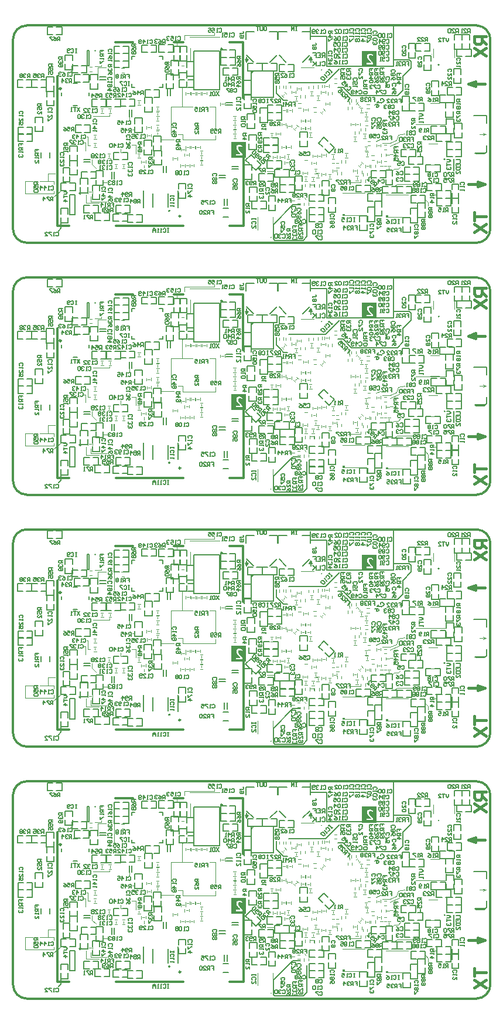
<source format=gbo>
G04*
G04 #@! TF.GenerationSoftware,Altium Limited,Altium Designer,19.1.5 (86)*
G04*
G04 Layer_Color=32896*
%FSLAX44Y44*%
%MOMM*%
G71*
G01*
G75*
%ADD11C,0.3090*%
%ADD12C,0.2000*%
%ADD13C,0.3000*%
%ADD54C,0.4000*%
%ADD55C,0.1500*%
%ADD61C,0.1000*%
%ADD63C,0.2500*%
%ADD126C,0.1270*%
%ADD128C,0.0254*%
%ADD208C,0.2540*%
G36*
X478750Y1132850D02*
Y1130850D01*
X476750D01*
Y1132850D01*
X478750Y1132850D01*
D02*
G37*
G36*
X541250Y1128600D02*
X539250D01*
Y1130600D01*
X541250D01*
Y1128600D01*
D02*
G37*
G36*
X478750Y769150D02*
Y767150D01*
X476750D01*
Y769150D01*
X478750Y769150D01*
D02*
G37*
G36*
X541250Y764900D02*
X539250D01*
Y766900D01*
X541250D01*
Y764900D01*
D02*
G37*
G36*
X478750Y405450D02*
Y403450D01*
X476750D01*
Y405450D01*
X478750Y405450D01*
D02*
G37*
G36*
X541250Y401200D02*
X539250D01*
Y403200D01*
X541250D01*
Y401200D01*
D02*
G37*
G36*
X478750Y41750D02*
Y39750D01*
X476750D01*
Y41750D01*
X478750Y41750D01*
D02*
G37*
G36*
X541250Y37500D02*
X539250D01*
Y39500D01*
X541250D01*
Y37500D01*
D02*
G37*
D11*
X69250Y222500D02*
G03*
X69250Y222500I-1000J0D01*
G01*
Y586200D02*
G03*
X69250Y586200I-1000J0D01*
G01*
Y949900D02*
G03*
X69250Y949900I-1000J0D01*
G01*
Y1313600D02*
G03*
X69250Y1313600I-1000J0D01*
G01*
D12*
X222309Y259350D02*
G03*
X222309Y259350I-559J0D01*
G01*
X446309Y250000D02*
G03*
X446309Y250000I-559J0D01*
G01*
X373059Y8000D02*
G03*
X373059Y8000I-559J0D01*
G01*
X418750Y261000D02*
X428750Y271000D01*
X384750Y271000D02*
X394750Y261000D01*
X383750Y305000D02*
X395750D01*
X383750Y294000D02*
Y305000D01*
X429750Y294000D02*
X429750Y305000D01*
X417750D02*
X429750D01*
X371500Y261000D02*
X381500Y271000D01*
X337500Y271000D02*
X347500Y261000D01*
X336500Y305000D02*
X348500D01*
X336500D02*
X336500Y294000D01*
X382500D02*
Y305000D01*
X370500D02*
X382500D01*
X107250Y277500D02*
X110250D01*
X107250Y255500D02*
X110250D01*
Y277500D01*
X107250Y255500D02*
Y277500D01*
X211750Y224600D02*
X216250D01*
Y229100D01*
X171750Y224600D02*
X176250D01*
X171750D02*
Y229100D01*
Y264600D02*
Y269100D01*
X176250D01*
X211750D02*
X216250D01*
Y264600D02*
Y269100D01*
X238500Y51000D02*
Y75000D01*
X188500Y51000D02*
Y75000D01*
X451000Y267897D02*
Y274395D01*
X447751D01*
X446668Y273312D01*
Y271146D01*
X447751Y270063D01*
X451000D01*
X448834D02*
X446668Y267897D01*
X440170Y274395D02*
X444502D01*
Y267897D01*
X440170D01*
X444502Y271146D02*
X442336D01*
X433672Y274395D02*
X438004D01*
Y271146D01*
X435838D01*
X438004D01*
Y267897D01*
X446668Y260715D02*
X447751Y261798D01*
X449917D01*
X451000Y260715D01*
Y256383D01*
X449917Y255300D01*
X447751D01*
X446668Y256383D01*
X444502Y261798D02*
Y255300D01*
X440170D01*
X438004Y261798D02*
Y255300D01*
Y257466D01*
X433672Y261798D01*
X436921Y258549D01*
X433672Y255300D01*
X222309Y623050D02*
G03*
X222309Y623050I-559J0D01*
G01*
X446309Y613700D02*
G03*
X446309Y613700I-559J0D01*
G01*
X373059Y371700D02*
G03*
X373059Y371700I-559J0D01*
G01*
X418750Y624700D02*
X428750Y634700D01*
X384750Y634700D02*
X394750Y624700D01*
X383750Y668700D02*
X395750D01*
X383750Y657700D02*
Y668700D01*
X429750Y657700D02*
X429750Y668700D01*
X417750D02*
X429750D01*
X371500Y624700D02*
X381500Y634700D01*
X337500Y634700D02*
X347500Y624700D01*
X336500Y668700D02*
X348500D01*
X336500D02*
X336500Y657700D01*
X382500D02*
Y668700D01*
X370500D02*
X382500D01*
X107250Y641200D02*
X110250D01*
X107250Y619200D02*
X110250D01*
Y641200D01*
X107250Y619200D02*
Y641200D01*
X211750Y588300D02*
X216250D01*
Y592800D01*
X171750Y588300D02*
X176250D01*
X171750D02*
Y592800D01*
Y628300D02*
Y632800D01*
X176250D01*
X211750D02*
X216250D01*
Y628300D02*
Y632800D01*
X238500Y414700D02*
Y438700D01*
X188500Y414700D02*
Y438700D01*
X451000Y631597D02*
Y638095D01*
X447751D01*
X446668Y637012D01*
Y634846D01*
X447751Y633763D01*
X451000D01*
X448834D02*
X446668Y631597D01*
X440170Y638095D02*
X444502D01*
Y631597D01*
X440170D01*
X444502Y634846D02*
X442336D01*
X433672Y638095D02*
X438004D01*
Y634846D01*
X435838D01*
X438004D01*
Y631597D01*
X446668Y624415D02*
X447751Y625498D01*
X449917D01*
X451000Y624415D01*
Y620083D01*
X449917Y619000D01*
X447751D01*
X446668Y620083D01*
X444502Y625498D02*
Y619000D01*
X440170D01*
X438004Y625498D02*
Y619000D01*
Y621166D01*
X433672Y625498D01*
X436921Y622249D01*
X433672Y619000D01*
X222309Y986750D02*
G03*
X222309Y986750I-559J0D01*
G01*
X446309Y977400D02*
G03*
X446309Y977400I-559J0D01*
G01*
X373059Y735400D02*
G03*
X373059Y735400I-559J0D01*
G01*
X418750Y988400D02*
X428750Y998400D01*
X384750Y998400D02*
X394750Y988400D01*
X383750Y1032400D02*
X395750D01*
X383750Y1021400D02*
Y1032400D01*
X429750Y1021400D02*
X429750Y1032400D01*
X417750D02*
X429750D01*
X371500Y988400D02*
X381500Y998400D01*
X337500Y998400D02*
X347500Y988400D01*
X336500Y1032400D02*
X348500D01*
X336500D02*
X336500Y1021400D01*
X382500D02*
Y1032400D01*
X370500D02*
X382500D01*
X107250Y1004900D02*
X110250D01*
X107250Y982900D02*
X110250D01*
Y1004900D01*
X107250Y982900D02*
Y1004900D01*
X211750Y952000D02*
X216250D01*
Y956500D01*
X171750Y952000D02*
X176250D01*
X171750D02*
Y956500D01*
Y992000D02*
Y996500D01*
X176250D01*
X211750D02*
X216250D01*
Y992000D02*
Y996500D01*
X238500Y778400D02*
Y802400D01*
X188500Y778400D02*
Y802400D01*
X451000Y995297D02*
Y1001795D01*
X447751D01*
X446668Y1000712D01*
Y998546D01*
X447751Y997463D01*
X451000D01*
X448834D02*
X446668Y995297D01*
X440170Y1001795D02*
X444502D01*
Y995297D01*
X440170D01*
X444502Y998546D02*
X442336D01*
X433672Y1001795D02*
X438004D01*
Y998546D01*
X435838D01*
X438004D01*
Y995297D01*
X446668Y988115D02*
X447751Y989198D01*
X449917D01*
X451000Y988115D01*
Y983783D01*
X449917Y982700D01*
X447751D01*
X446668Y983783D01*
X444502Y989198D02*
Y982700D01*
X440170D01*
X438004Y989198D02*
Y982700D01*
Y984866D01*
X433672Y989198D01*
X436921Y985949D01*
X433672Y982700D01*
X222309Y1350450D02*
G03*
X222309Y1350450I-559J0D01*
G01*
X446309Y1341100D02*
G03*
X446309Y1341100I-559J0D01*
G01*
X373059Y1099100D02*
G03*
X373059Y1099100I-559J0D01*
G01*
X418750Y1352100D02*
X428750Y1362100D01*
X384750Y1362100D02*
X394750Y1352100D01*
X383750Y1396100D02*
X395750D01*
X383750Y1385100D02*
Y1396100D01*
X429750Y1385100D02*
X429750Y1396100D01*
X417750D02*
X429750D01*
X371500Y1352100D02*
X381500Y1362100D01*
X337500Y1362100D02*
X347500Y1352100D01*
X336500Y1396100D02*
X348500D01*
X336500D02*
X336500Y1385100D01*
X382500D02*
Y1396100D01*
X370500D02*
X382500D01*
X107250Y1368600D02*
X110250D01*
X107250Y1346600D02*
X110250D01*
Y1368600D01*
X107250Y1346600D02*
Y1368600D01*
X211750Y1315700D02*
X216250D01*
Y1320200D01*
X171750Y1315700D02*
X176250D01*
X171750D02*
Y1320200D01*
Y1355700D02*
Y1360200D01*
X176250D01*
X211750D02*
X216250D01*
Y1355700D02*
Y1360200D01*
X238500Y1142100D02*
Y1166100D01*
X188500Y1142100D02*
Y1166100D01*
X451000Y1358997D02*
Y1365495D01*
X447751D01*
X446668Y1364412D01*
Y1362247D01*
X447751Y1361163D01*
X451000D01*
X448834D02*
X446668Y1358997D01*
X440170Y1365495D02*
X444502D01*
Y1358997D01*
X440170D01*
X444502Y1362247D02*
X442336D01*
X433672Y1365495D02*
X438004D01*
Y1362247D01*
X435838D01*
X438004D01*
Y1358997D01*
X446668Y1351815D02*
X447751Y1352898D01*
X449917D01*
X451000Y1351815D01*
Y1347483D01*
X449917Y1346400D01*
X447751D01*
X446668Y1347483D01*
X444502Y1352898D02*
Y1346400D01*
X440170D01*
X438004Y1352898D02*
Y1346400D01*
Y1348566D01*
X433672Y1352898D01*
X436921Y1349649D01*
X433672Y1346400D01*
D13*
X226000Y46250D02*
G03*
X226000Y46250I-250J0D01*
G01*
X690050Y293700D02*
G03*
X670050Y313700I-20000J0D01*
G01*
Y0D02*
G03*
X690050Y20000I0J20000D01*
G01*
X0D02*
G03*
X20000Y0I20000J0D01*
G01*
Y313700D02*
G03*
X0Y293700I0J-20000D01*
G01*
X690000Y19950D02*
Y293750D01*
X148560Y24250D02*
X246230D01*
X148270Y289250D02*
X173000D01*
X233000D02*
X246230D01*
X332500Y209000D02*
Y289050D01*
X313270Y289250D02*
X332500D01*
X313270Y24250D02*
X332500D01*
X64000D02*
X81230D01*
X64000D02*
Y240000D01*
X333000Y24250D02*
Y124000D01*
X20000Y313700D02*
X670050D01*
X50Y19950D02*
Y293750D01*
X20000Y0D02*
X670050D01*
X226000Y409950D02*
G03*
X226000Y409950I-250J0D01*
G01*
X690050Y657400D02*
G03*
X670050Y677400I-20000J0D01*
G01*
Y363700D02*
G03*
X690050Y383700I0J20000D01*
G01*
X0D02*
G03*
X20000Y363700I20000J0D01*
G01*
Y677400D02*
G03*
X0Y657400I0J-20000D01*
G01*
X690000Y383650D02*
Y657450D01*
X148560Y387950D02*
X246230D01*
X148270Y652950D02*
X173000D01*
X233000D02*
X246230D01*
X332500Y572700D02*
Y652750D01*
X313270Y652950D02*
X332500D01*
X313270Y387950D02*
X332500D01*
X64000D02*
X81230D01*
X64000D02*
Y603700D01*
X333000Y387950D02*
Y487700D01*
X20000Y677400D02*
X670050D01*
X50Y383650D02*
Y657450D01*
X20000Y363700D02*
X670050D01*
X226000Y773650D02*
G03*
X226000Y773650I-250J0D01*
G01*
X690050Y1021100D02*
G03*
X670050Y1041100I-20000J0D01*
G01*
Y727400D02*
G03*
X690050Y747400I0J20000D01*
G01*
X0D02*
G03*
X20000Y727400I20000J0D01*
G01*
Y1041100D02*
G03*
X0Y1021100I0J-20000D01*
G01*
X690000Y747350D02*
Y1021151D01*
X148560Y751650D02*
X246230D01*
X148270Y1016650D02*
X173000D01*
X233000D02*
X246230D01*
X332500Y936400D02*
Y1016450D01*
X313270Y1016650D02*
X332500D01*
X313270Y751650D02*
X332500D01*
X64000D02*
X81230D01*
X64000D02*
Y967400D01*
X333000Y751650D02*
Y851400D01*
X20000Y1041100D02*
X670050D01*
X50Y747350D02*
Y1021151D01*
X20000Y727400D02*
X670050D01*
X226000Y1137350D02*
G03*
X226000Y1137350I-250J0D01*
G01*
X690050Y1384800D02*
G03*
X670050Y1404800I-20000J0D01*
G01*
Y1091100D02*
G03*
X690050Y1111100I0J20000D01*
G01*
X0D02*
G03*
X20000Y1091100I20000J0D01*
G01*
Y1404800D02*
G03*
X0Y1384800I0J-20000D01*
G01*
X690000Y1111050D02*
Y1384851D01*
X148560Y1115350D02*
X246230D01*
X148270Y1380350D02*
X173000D01*
X233000D02*
X246230D01*
X332500Y1300100D02*
Y1380150D01*
X313270Y1380350D02*
X332500D01*
X313270Y1115350D02*
X332500D01*
X64000D02*
X81230D01*
X64000D02*
Y1331100D01*
X333000Y1115350D02*
Y1215100D01*
X20000Y1404800D02*
X670050D01*
X50Y1111050D02*
Y1384851D01*
X20000Y1091100D02*
X670050D01*
D54*
X658750Y84500D02*
X682250D01*
X672000Y81083D02*
X682250Y84500D01*
X672000Y87917D02*
X682250Y84500D01*
X672000Y81083D02*
Y87917D01*
X668750Y226033D02*
Y232867D01*
X658500Y229450D02*
X668750Y226033D01*
X658500Y229450D02*
X668750Y232867D01*
X658500Y229450D02*
X682000D01*
X683750Y298250D02*
X666756D01*
Y289753D01*
X669588Y286920D01*
X675253D01*
X678085Y289753D01*
Y298250D01*
Y292585D02*
X683750Y286920D01*
X666756Y281255D02*
X683750Y269926D01*
X666756D02*
X683750Y281255D01*
X666756Y43750D02*
Y32420D01*
Y38085D01*
X683750D01*
X666756Y26756D02*
X683750Y15426D01*
X666756D02*
X683750Y26756D01*
X658750Y448200D02*
X682250D01*
X672000Y444784D02*
X682250Y448200D01*
X672000Y451617D02*
X682250Y448200D01*
X672000Y444784D02*
Y451617D01*
X668750Y589733D02*
Y596567D01*
X658500Y593150D02*
X668750Y589733D01*
X658500Y593150D02*
X668750Y596567D01*
X658500Y593150D02*
X682000D01*
X683750Y661950D02*
X666756D01*
Y653453D01*
X669588Y650620D01*
X675253D01*
X678085Y653453D01*
Y661950D01*
Y656285D02*
X683750Y650620D01*
X666756Y644956D02*
X683750Y633626D01*
X666756D02*
X683750Y644956D01*
X666756Y407450D02*
Y396120D01*
Y401785D01*
X683750D01*
X666756Y390456D02*
X683750Y379126D01*
X666756D02*
X683750Y390456D01*
X658750Y811900D02*
X682250D01*
X672000Y808484D02*
X682250Y811900D01*
X672000Y815317D02*
X682250Y811900D01*
X672000Y808484D02*
Y815317D01*
X668750Y953433D02*
Y960267D01*
X658500Y956850D02*
X668750Y953433D01*
X658500Y956850D02*
X668750Y960267D01*
X658500Y956850D02*
X682000D01*
X683750Y1025650D02*
X666756D01*
Y1017153D01*
X669588Y1014320D01*
X675253D01*
X678085Y1017153D01*
Y1025650D01*
Y1019985D02*
X683750Y1014320D01*
X666756Y1008656D02*
X683750Y997326D01*
X666756D02*
X683750Y1008656D01*
X666756Y771150D02*
Y759821D01*
Y765485D01*
X683750D01*
X666756Y754156D02*
X683750Y742826D01*
X666756D02*
X683750Y754156D01*
X658750Y1175600D02*
X682250D01*
X672000Y1172184D02*
X682250Y1175600D01*
X672000Y1179017D02*
X682250Y1175600D01*
X672000Y1172184D02*
Y1179017D01*
X668750Y1317133D02*
Y1323967D01*
X658500Y1320550D02*
X668750Y1317133D01*
X658500Y1320550D02*
X668750Y1323967D01*
X658500Y1320550D02*
X682000D01*
X683750Y1389350D02*
X666756D01*
Y1380853D01*
X669588Y1378020D01*
X675253D01*
X678085Y1380853D01*
Y1389350D01*
Y1383685D02*
X683750Y1378020D01*
X666756Y1372356D02*
X683750Y1361026D01*
X666756D02*
X683750Y1372356D01*
X666756Y1134850D02*
Y1123521D01*
Y1129185D01*
X683750D01*
X666756Y1117856D02*
X683750Y1106526D01*
X666756D02*
X683750Y1117856D01*
D55*
X616125Y257125D02*
G03*
X616125Y257125I-750J0D01*
G01*
X624625Y120625D02*
G03*
X624625Y120625I-750J0D01*
G01*
X627375Y178875D02*
G03*
X627375Y178875I-750J0D01*
G01*
X404500Y54750D02*
X415500D01*
X391250Y205500D02*
X397250D01*
X470000Y224500D02*
X477000D01*
X489000Y212500D01*
X555750D01*
X202250Y51500D02*
Y71500D01*
X224250Y51500D02*
Y71500D01*
X425000Y39500D02*
Y48250D01*
X376250Y6000D02*
X378500Y3750D01*
X555750Y212500D02*
X563500Y220250D01*
X337750Y260500D02*
Y268500D01*
X335625Y264750D02*
X337750Y260500D01*
X339875Y264750D01*
X335625D02*
X339875D01*
X337000Y263750D02*
X338750D01*
X429500Y265250D02*
X431250D01*
X428375Y264250D02*
X432625D01*
X428375D02*
X430500Y268500D01*
X432625Y264250D01*
X430500Y260500D02*
Y268500D01*
X451750Y231250D02*
X472000Y251500D01*
X545250Y313750D02*
X550000D01*
X65750Y17250D02*
X69500Y21000D01*
Y28750D01*
X588750Y124750D02*
Y129500D01*
X550000Y255000D02*
Y313750D01*
X430000Y297866D02*
Y311116D01*
X429500Y297866D02*
X453750D01*
Y255000D02*
Y297866D01*
Y255000D02*
X550000D01*
X344000Y248250D02*
X376250D01*
X344000Y210250D02*
Y248250D01*
Y210250D02*
X376250D01*
Y248250D01*
X344000Y244750D02*
X347500Y248250D01*
X87250Y230500D02*
X93250D01*
X70250Y212500D02*
Y216500D01*
X87250Y198500D02*
X93250D01*
X110250Y212500D02*
Y216500D01*
X261500Y220750D02*
Y276750D01*
Y220750D02*
X298500D01*
Y276750D01*
X261500D02*
X298500D01*
X398250Y231250D02*
X451750D01*
X380750Y216000D02*
Y227250D01*
Y216000D02*
X387500Y209250D01*
X391250Y205500D01*
X563500Y220250D02*
Y240000D01*
X425000Y9000D02*
Y39500D01*
X376250Y26500D02*
X404500Y54750D01*
X376250Y6000D02*
Y26500D01*
X637250Y104250D02*
Y121000D01*
X419750Y3750D02*
X425000Y9000D01*
X378500Y3750D02*
X419750D01*
X563500Y240000D02*
X575500Y252000D01*
Y261750D01*
X572750Y264500D02*
X575500Y261750D01*
X550000Y264500D02*
X572750D01*
X363751Y311998D02*
X365584D01*
X366500Y311082D01*
Y307416D01*
X365584Y306500D01*
X363751D01*
X362835Y307416D01*
Y311082D01*
X363751Y311998D01*
X361002D02*
Y307416D01*
X360085Y306500D01*
X358253D01*
X357336Y307416D01*
Y311998D01*
X355504D02*
X351838D01*
X353671D01*
Y306500D01*
X410750Y311998D02*
X408917D01*
X409834D01*
Y306500D01*
X410750D01*
X408917D01*
X406168D02*
Y311998D01*
X402503Y306500D01*
Y311998D01*
X171500Y67250D02*
Y72748D01*
X168751D01*
X167835Y71832D01*
Y69999D01*
X168751Y69083D01*
X171500D01*
X169667D02*
X167835Y67250D01*
X166002Y68166D02*
X165085Y67250D01*
X163253D01*
X162336Y68166D01*
Y71832D01*
X163253Y72748D01*
X165085D01*
X166002Y71832D01*
Y70915D01*
X165085Y69999D01*
X162336D01*
X157754Y67250D02*
Y72748D01*
X160504Y69999D01*
X156838D01*
X163085Y63582D02*
X164001Y64498D01*
X165834D01*
X166750Y63582D01*
Y59916D01*
X165834Y59000D01*
X164001D01*
X163085Y59916D01*
X161252Y59000D02*
X159419D01*
X160335D01*
Y64498D01*
X161252Y63582D01*
X156670Y59916D02*
X155754Y59000D01*
X153921D01*
X153005Y59916D01*
Y63582D01*
X153921Y64498D01*
X155754D01*
X156670Y63582D01*
Y62666D01*
X155754Y61749D01*
X153005D01*
X151172Y63582D02*
X150255Y64498D01*
X148423D01*
X147506Y63582D01*
Y62666D01*
X148423Y61749D01*
X149339D01*
X148423D01*
X147506Y60833D01*
Y59916D01*
X148423Y59000D01*
X150255D01*
X151172Y59916D01*
X551002Y135335D02*
Y139000D01*
X553751D01*
Y137167D01*
Y139000D01*
X556500D01*
Y133502D02*
X551002D01*
Y130753D01*
X551918Y129836D01*
X553751D01*
X554667Y130753D01*
Y133502D01*
Y131669D02*
X556500Y129836D01*
Y125254D02*
X551002D01*
X553751Y128004D01*
Y124338D01*
X551002Y118840D02*
Y122505D01*
X553751D01*
X552835Y120673D01*
Y119756D01*
X553751Y118840D01*
X555584D01*
X556500Y119756D01*
Y121589D01*
X555584Y122505D01*
X522750Y81000D02*
X526638Y84888D01*
X524694Y86832D01*
X523398Y86832D01*
X522102Y85536D01*
X522102Y84240D01*
X524046Y82296D01*
X522750Y83592D02*
X520158D01*
X519510Y85536D02*
X518214D01*
X516918Y86832D01*
Y88128D01*
X519510Y90720D01*
X520806Y90720D01*
X522102Y89424D01*
X522102Y88128D01*
X521454Y87480D01*
X520158D01*
X518214Y89424D01*
X512383Y91368D02*
X514974Y88776D01*
Y93959D01*
X515622Y94607D01*
X516918Y94607D01*
X518214Y93312D01*
X518214Y92015D01*
X227252Y68750D02*
Y66917D01*
Y67834D01*
X232750D01*
Y68750D01*
Y66917D01*
X228168Y60503D02*
X227252Y61419D01*
Y63252D01*
X228168Y64168D01*
X231834D01*
X232750Y63252D01*
Y61419D01*
X231834Y60503D01*
X232750Y58670D02*
Y56837D01*
Y57754D01*
X227252D01*
X228168Y58670D01*
X232750Y54088D02*
Y52255D01*
Y53172D01*
X227252D01*
X228168Y54088D01*
X268250Y172500D02*
X262752D01*
Y169751D01*
X263668Y168835D01*
X265501D01*
X266417Y169751D01*
Y172500D01*
Y170667D02*
X268250Y168835D01*
X262752Y163336D02*
X263668Y165169D01*
X265501Y167002D01*
X267334D01*
X268250Y166085D01*
Y164253D01*
X267334Y163336D01*
X266417D01*
X265501Y164253D01*
Y167002D01*
X268250Y157838D02*
Y161504D01*
X264585Y157838D01*
X263668D01*
X262752Y158755D01*
Y160587D01*
X263668Y161504D01*
X300250Y158500D02*
Y163998D01*
X297501D01*
X296584Y163082D01*
Y161249D01*
X297501Y160333D01*
X300250D01*
X298417D02*
X296584Y158500D01*
X291086Y163998D02*
X294752D01*
Y161249D01*
X292919Y162166D01*
X292003D01*
X291086Y161249D01*
Y159416D01*
X292003Y158500D01*
X293835D01*
X294752Y159416D01*
X289254D02*
X288337Y158500D01*
X286504D01*
X285588Y159416D01*
Y163082D01*
X286504Y163998D01*
X288337D01*
X289254Y163082D01*
Y162166D01*
X288337Y161249D01*
X285588D01*
X328002Y301335D02*
Y303167D01*
Y302251D01*
X332584D01*
X333500Y303167D01*
Y304084D01*
X332584Y305000D01*
Y299502D02*
X333500Y298585D01*
Y296753D01*
X332584Y295836D01*
X328918D01*
X328002Y296753D01*
Y298585D01*
X328918Y299502D01*
X329835D01*
X330751Y298585D01*
Y295836D01*
X433252Y284585D02*
Y286417D01*
Y285501D01*
X437834D01*
X438750Y286417D01*
Y287334D01*
X437834Y288250D01*
X434168Y282752D02*
X433252Y281835D01*
Y280003D01*
X434168Y279086D01*
X435085D01*
X436001Y280003D01*
X436917Y279086D01*
X437834D01*
X438750Y280003D01*
Y281835D01*
X437834Y282752D01*
X436917D01*
X436001Y281835D01*
X435085Y282752D01*
X434168D01*
X436001Y281835D02*
Y280003D01*
X57750Y60750D02*
Y66248D01*
X55001D01*
X54085Y65332D01*
Y63499D01*
X55001Y62583D01*
X57750D01*
X55917D02*
X54085Y60750D01*
X52252Y66248D02*
X48586D01*
Y65332D01*
X52252Y61666D01*
Y60750D01*
X44005D02*
Y66248D01*
X46754Y63499D01*
X43088D01*
X660750Y303250D02*
Y308748D01*
X658001D01*
X657085Y307832D01*
Y305999D01*
X658001Y305083D01*
X660750D01*
X658917D02*
X657085Y303250D01*
X651586D02*
X655252D01*
X651586Y306915D01*
Y307832D01*
X652503Y308748D01*
X654335D01*
X655252Y307832D01*
X649754Y303250D02*
X647921D01*
X648837D01*
Y308748D01*
X649754Y307832D01*
X643750Y303250D02*
Y308748D01*
X641001D01*
X640085Y307832D01*
Y305999D01*
X641001Y305083D01*
X643750D01*
X641917D02*
X640085Y303250D01*
X634586D02*
X638252D01*
X634586Y306915D01*
Y307832D01*
X635503Y308748D01*
X637335D01*
X638252Y307832D01*
X632754D02*
X631837Y308748D01*
X630005D01*
X629088Y307832D01*
Y304166D01*
X630005Y303250D01*
X631837D01*
X632754Y304166D01*
Y307832D01*
X629000Y45000D02*
Y50498D01*
X626251D01*
X625335Y49582D01*
Y47749D01*
X626251Y46833D01*
X629000D01*
X627167D02*
X625335Y45000D01*
X623502D02*
X621669D01*
X622585D01*
Y50498D01*
X623502Y49582D01*
X615255Y50498D02*
X618920D01*
Y47749D01*
X617087Y48665D01*
X616171D01*
X615255Y47749D01*
Y45916D01*
X616171Y45000D01*
X618004D01*
X618920Y45916D01*
X608750Y71500D02*
X603252D01*
Y68751D01*
X604168Y67835D01*
X606001D01*
X606917Y68751D01*
Y71500D01*
Y69667D02*
X608750Y67835D01*
Y66002D02*
Y64169D01*
Y65085D01*
X603252D01*
X604168Y66002D01*
X608750Y58671D02*
X603252D01*
X606001Y61420D01*
Y57755D01*
X629668Y246835D02*
X628752Y247751D01*
Y249584D01*
X629668Y250500D01*
X633334D01*
X634250Y249584D01*
Y247751D01*
X633334Y246835D01*
X634250Y241336D02*
Y245002D01*
X630584Y241336D01*
X629668D01*
X628752Y242253D01*
Y244085D01*
X629668Y245002D01*
X634250Y235838D02*
Y239504D01*
X630584Y235838D01*
X629668D01*
X628752Y236754D01*
Y238587D01*
X629668Y239504D01*
X642168Y263335D02*
X641252Y264251D01*
Y266084D01*
X642168Y267000D01*
X645834D01*
X646750Y266084D01*
Y264251D01*
X645834Y263335D01*
X646750Y257836D02*
Y261502D01*
X643084Y257836D01*
X642168D01*
X641252Y258753D01*
Y260585D01*
X642168Y261502D01*
X646750Y256004D02*
Y254171D01*
Y255087D01*
X641252D01*
X642168Y256004D01*
X636918Y37334D02*
X636002Y38251D01*
Y40084D01*
X636918Y41000D01*
X640584D01*
X641500Y40084D01*
Y38251D01*
X640584Y37334D01*
X641500Y35502D02*
Y33669D01*
Y34585D01*
X636002D01*
X636918Y35502D01*
X641500Y27255D02*
Y30920D01*
X637835Y27255D01*
X636918D01*
X636002Y28171D01*
Y30004D01*
X636918Y30920D01*
X647668Y83835D02*
X646752Y84751D01*
Y86584D01*
X647668Y87500D01*
X651334D01*
X652250Y86584D01*
Y84751D01*
X651334Y83835D01*
X652250Y82002D02*
Y80169D01*
Y81085D01*
X646752D01*
X647668Y82002D01*
X652250Y77420D02*
Y75587D01*
Y76504D01*
X646752D01*
X647668Y77420D01*
X443335Y9082D02*
X444251Y9998D01*
X446084D01*
X447000Y9082D01*
Y5416D01*
X446084Y4500D01*
X444251D01*
X443335Y5416D01*
X441502Y9998D02*
X437836D01*
Y9082D01*
X441502Y5416D01*
Y4500D01*
X443335Y26832D02*
X444251Y27748D01*
X446084D01*
X447000Y26832D01*
Y23166D01*
X446084Y22250D01*
X444251D01*
X443335Y23166D01*
X441502Y26832D02*
X440585Y27748D01*
X438753D01*
X437836Y26832D01*
Y25916D01*
X438753Y24999D01*
X437836Y24083D01*
Y23166D01*
X438753Y22250D01*
X440585D01*
X441502Y23166D01*
Y24083D01*
X440585Y24999D01*
X441502Y25916D01*
Y26832D01*
X440585Y24999D02*
X438753D01*
X561835Y116332D02*
X562751Y117248D01*
X564584D01*
X565500Y116332D01*
Y112666D01*
X564584Y111750D01*
X562751D01*
X561835Y112666D01*
X556336Y117248D02*
X560002D01*
Y114499D01*
X558169Y115415D01*
X557253D01*
X556336Y114499D01*
Y112666D01*
X557253Y111750D01*
X559085D01*
X560002Y112666D01*
X559835Y93082D02*
X560751Y93998D01*
X562584D01*
X563500Y93082D01*
Y89416D01*
X562584Y88500D01*
X560751D01*
X559835Y89416D01*
X558002Y93082D02*
X557085Y93998D01*
X555253D01*
X554336Y93082D01*
Y92165D01*
X555253Y91249D01*
X556169D01*
X555253D01*
X554336Y90333D01*
Y89416D01*
X555253Y88500D01*
X557085D01*
X558002Y89416D01*
X115250Y34500D02*
Y39998D01*
X112501D01*
X111585Y39082D01*
Y37249D01*
X112501Y36333D01*
X115250D01*
X113417D02*
X111585Y34500D01*
X109752Y39998D02*
X106086D01*
Y39082D01*
X109752Y35416D01*
Y34500D01*
X104254D02*
X102421D01*
X103337D01*
Y39998D01*
X104254Y39082D01*
X144250Y44750D02*
Y50248D01*
X141501D01*
X140585Y49332D01*
Y47499D01*
X141501Y46583D01*
X144250D01*
X142417D02*
X140585Y44750D01*
X135086Y50248D02*
X136919Y49332D01*
X138752Y47499D01*
Y45666D01*
X137835Y44750D01*
X136003D01*
X135086Y45666D01*
Y46583D01*
X136003Y47499D01*
X138752D01*
X133254Y45666D02*
X132337Y44750D01*
X130505D01*
X129588Y45666D01*
Y49332D01*
X130505Y50248D01*
X132337D01*
X133254Y49332D01*
Y48415D01*
X132337Y47499D01*
X129588D01*
X319585Y222082D02*
X320501Y222998D01*
X322334D01*
X323250Y222082D01*
Y218416D01*
X322334Y217500D01*
X320501D01*
X319585Y218416D01*
X317752Y222082D02*
X316835Y222998D01*
X315003D01*
X314086Y222082D01*
Y221166D01*
X315003Y220249D01*
X314086Y219333D01*
Y218416D01*
X315003Y217500D01*
X316835D01*
X317752Y218416D01*
Y219333D01*
X316835Y220249D01*
X317752Y221166D01*
Y222082D01*
X316835Y220249D02*
X315003D01*
X312254Y222998D02*
X308588D01*
Y222082D01*
X312254Y218416D01*
Y217500D01*
X73252Y74000D02*
X76917D01*
X78750Y72167D01*
X76917Y70335D01*
X73252D01*
Y68502D02*
Y64836D01*
Y66669D01*
X78750D01*
Y60255D02*
X73252D01*
X76001Y63004D01*
Y59338D01*
X319500Y233750D02*
Y239248D01*
X316751D01*
X315835Y238332D01*
Y236499D01*
X316751Y235583D01*
X319500D01*
X317667D02*
X315835Y233750D01*
X311253D02*
Y239248D01*
X314002Y236499D01*
X310336D01*
X308504Y233750D02*
X306671D01*
X307587D01*
Y239248D01*
X308504Y238332D01*
X319500Y225750D02*
Y231248D01*
X316751D01*
X315835Y230332D01*
Y228499D01*
X316751Y227583D01*
X319500D01*
X317667D02*
X315835Y225750D01*
X311253D02*
Y231248D01*
X314002Y228499D01*
X310336D01*
X308504Y230332D02*
X307587Y231248D01*
X305755D01*
X304838Y230332D01*
Y226666D01*
X305755Y225750D01*
X307587D01*
X308504Y226666D01*
Y230332D01*
X286335Y46748D02*
X290000D01*
Y43999D01*
X288167D01*
X290000D01*
Y41250D01*
X284502D02*
Y46748D01*
X281753D01*
X280836Y45832D01*
Y43999D01*
X281753Y43083D01*
X284502D01*
X282669D02*
X280836Y41250D01*
X275338D02*
X279004D01*
X275338Y44915D01*
Y45832D01*
X276255Y46748D01*
X278087D01*
X279004Y45832D01*
X273505D02*
X272589Y46748D01*
X270756D01*
X269840Y45832D01*
Y42166D01*
X270756Y41250D01*
X272589D01*
X273505Y42166D01*
Y45832D01*
X164335Y243248D02*
X168000D01*
Y240499D01*
X166167D01*
X168000D01*
Y237750D01*
X162502D02*
Y243248D01*
X159753D01*
X158836Y242332D01*
Y240499D01*
X159753Y239583D01*
X162502D01*
X160669D02*
X158836Y237750D01*
X157004D02*
X155171D01*
X156087D01*
Y243248D01*
X157004Y242332D01*
X152422D02*
X151505Y243248D01*
X149673D01*
X148756Y242332D01*
Y241416D01*
X149673Y240499D01*
X148756Y239583D01*
Y238666D01*
X149673Y237750D01*
X151505D01*
X152422Y238666D01*
Y239583D01*
X151505Y240499D01*
X152422Y241416D01*
Y242332D01*
X151505Y240499D02*
X149673D01*
X287835Y60332D02*
X288751Y61248D01*
X290584D01*
X291500Y60332D01*
Y56666D01*
X290584Y55750D01*
X288751D01*
X287835Y56666D01*
X286002Y55750D02*
X284169D01*
X285085D01*
Y61248D01*
X286002Y60332D01*
X281420Y61248D02*
X277754D01*
Y60332D01*
X281420Y56666D01*
Y55750D01*
X272256Y61248D02*
X275922D01*
Y58499D01*
X274089Y59415D01*
X273173D01*
X272256Y58499D01*
Y56666D01*
X273173Y55750D01*
X275005D01*
X275922Y56666D01*
X160585Y223082D02*
X161501Y223998D01*
X163334D01*
X164250Y223082D01*
Y219416D01*
X163334Y218500D01*
X161501D01*
X160585Y219416D01*
X158752Y218500D02*
X156919D01*
X157835D01*
Y223998D01*
X158752Y223082D01*
X150505Y223998D02*
X152337Y223082D01*
X154170Y221249D01*
Y219416D01*
X153254Y218500D01*
X151421D01*
X150505Y219416D01*
Y220333D01*
X151421Y221249D01*
X154170D01*
X145006Y223998D02*
X148672D01*
Y221249D01*
X146839Y222166D01*
X145923D01*
X145006Y221249D01*
Y219416D01*
X145923Y218500D01*
X147755D01*
X148672Y219416D01*
X539835Y292582D02*
X540751Y293498D01*
X542584D01*
X543500Y292582D01*
Y288916D01*
X542584Y288000D01*
X540751D01*
X539835Y288916D01*
X538002D02*
X537085Y288000D01*
X535253D01*
X534336Y288916D01*
Y292582D01*
X535253Y293498D01*
X537085D01*
X538002Y292582D01*
Y291665D01*
X537085Y290749D01*
X534336D01*
X529754Y288000D02*
Y293498D01*
X532504Y290749D01*
X528838D01*
X539585Y267332D02*
X540501Y268248D01*
X542334D01*
X543250Y267332D01*
Y263666D01*
X542334Y262750D01*
X540501D01*
X539585Y263666D01*
X537752D02*
X536835Y262750D01*
X535003D01*
X534086Y263666D01*
Y267332D01*
X535003Y268248D01*
X536835D01*
X537752Y267332D01*
Y266416D01*
X536835Y265499D01*
X534086D01*
X532254Y262750D02*
X530421D01*
X531337D01*
Y268248D01*
X532254Y267332D01*
X539585Y275582D02*
X540501Y276498D01*
X542334D01*
X543250Y275582D01*
Y271916D01*
X542334Y271000D01*
X540501D01*
X539585Y271916D01*
X537752D02*
X536835Y271000D01*
X535003D01*
X534086Y271916D01*
Y275582D01*
X535003Y276498D01*
X536835D01*
X537752Y275582D01*
Y274666D01*
X536835Y273749D01*
X534086D01*
X532254Y275582D02*
X531337Y276498D01*
X529505D01*
X528588Y275582D01*
Y271916D01*
X529505Y271000D01*
X531337D01*
X532254Y271916D01*
Y275582D01*
X539585Y284082D02*
X540501Y284998D01*
X542334D01*
X543250Y284082D01*
Y280416D01*
X542334Y279500D01*
X540501D01*
X539585Y280416D01*
X537752Y284082D02*
X536835Y284998D01*
X535003D01*
X534086Y284082D01*
Y283165D01*
X535003Y282249D01*
X534086Y281333D01*
Y280416D01*
X535003Y279500D01*
X536835D01*
X537752Y280416D01*
Y281333D01*
X536835Y282249D01*
X537752Y283165D01*
Y284082D01*
X536835Y282249D02*
X535003D01*
X532254Y280416D02*
X531337Y279500D01*
X529505D01*
X528588Y280416D01*
Y284082D01*
X529505Y284998D01*
X531337D01*
X532254Y284082D01*
Y283165D01*
X531337Y282249D01*
X528588D01*
X289668Y96084D02*
X288752Y97001D01*
Y98834D01*
X289668Y99750D01*
X293334D01*
X294250Y98834D01*
Y97001D01*
X293334Y96084D01*
X289668Y94252D02*
X288752Y93335D01*
Y91503D01*
X289668Y90586D01*
X290585D01*
X291501Y91503D01*
X292417Y90586D01*
X293334D01*
X294250Y91503D01*
Y93335D01*
X293334Y94252D01*
X292417D01*
X291501Y93335D01*
X290585Y94252D01*
X289668D01*
X291501Y93335D02*
Y91503D01*
X289668Y88754D02*
X288752Y87837D01*
Y86004D01*
X289668Y85088D01*
X290585D01*
X291501Y86004D01*
X292417Y85088D01*
X293334D01*
X294250Y86004D01*
Y87837D01*
X293334Y88754D01*
X292417D01*
X291501Y87837D01*
X290585Y88754D01*
X289668D01*
X291501Y87837D02*
Y86004D01*
X41250Y201000D02*
X35752D01*
Y198251D01*
X36668Y197335D01*
X38501D01*
X39417Y198251D01*
Y201000D01*
Y199167D02*
X41250Y197335D01*
X35752Y191836D02*
Y195502D01*
X38501D01*
X37585Y193669D01*
Y192753D01*
X38501Y191836D01*
X40334D01*
X41250Y192753D01*
Y194585D01*
X40334Y195502D01*
X41250Y186338D02*
Y190004D01*
X37585Y186338D01*
X36668D01*
X35752Y187255D01*
Y189087D01*
X36668Y190004D01*
X51668Y191334D02*
X50752Y192251D01*
Y194084D01*
X51668Y195000D01*
X55334D01*
X56250Y194084D01*
Y192251D01*
X55334Y191334D01*
X56250Y189502D02*
Y187669D01*
Y188585D01*
X50752D01*
X51668Y189502D01*
X56250Y181255D02*
Y184920D01*
X52585Y181255D01*
X51668D01*
X50752Y182171D01*
Y184004D01*
X51668Y184920D01*
X50752Y179422D02*
Y175756D01*
X51668D01*
X55334Y179422D01*
X56250D01*
X241750Y149000D02*
X236252D01*
Y146251D01*
X237168Y145335D01*
X239001D01*
X239917Y146251D01*
Y149000D01*
Y147167D02*
X241750Y145335D01*
Y140753D02*
X236252D01*
X239001Y143502D01*
Y139836D01*
X240834Y138004D02*
X241750Y137087D01*
Y135254D01*
X240834Y134338D01*
X237168D01*
X236252Y135254D01*
Y137087D01*
X237168Y138004D01*
X238085D01*
X239001Y137087D01*
Y134338D01*
X186250Y145750D02*
X180752D01*
Y143001D01*
X181668Y142085D01*
X183501D01*
X184417Y143001D01*
Y145750D01*
Y143917D02*
X186250Y142085D01*
Y137503D02*
X180752D01*
X183501Y140252D01*
Y136586D01*
X181668Y134754D02*
X180752Y133837D01*
Y132004D01*
X181668Y131088D01*
X182584D01*
X183501Y132004D01*
X184417Y131088D01*
X185334D01*
X186250Y132004D01*
Y133837D01*
X185334Y134754D01*
X184417D01*
X183501Y133837D01*
X182584Y134754D01*
X181668D01*
X183501Y133837D02*
Y132004D01*
X461750Y305738D02*
X456252D01*
Y302989D01*
X457168Y302073D01*
X459001D01*
X459917Y302989D01*
Y305738D01*
Y303905D02*
X461750Y302073D01*
Y297491D02*
X456252D01*
X459001Y300240D01*
Y296574D01*
X456252Y294742D02*
Y291076D01*
X457168D01*
X460834Y294742D01*
X461750D01*
X188250Y214000D02*
Y219498D01*
X185501D01*
X184585Y218582D01*
Y216749D01*
X185501Y215833D01*
X188250D01*
X186417D02*
X184585Y214000D01*
X180003D02*
Y219498D01*
X182752Y216749D01*
X179086D01*
X173588Y219498D02*
X175421Y218582D01*
X177254Y216749D01*
Y214916D01*
X176337Y214000D01*
X174505D01*
X173588Y214916D01*
Y215833D01*
X174505Y216749D01*
X177254D01*
X170750Y159500D02*
Y164998D01*
X168001D01*
X167085Y164082D01*
Y162249D01*
X168001Y161333D01*
X170750D01*
X168917D02*
X167085Y159500D01*
X162503D02*
Y164998D01*
X165252Y162249D01*
X161586D01*
X156088Y164998D02*
X159754D01*
Y162249D01*
X157921Y163165D01*
X157004D01*
X156088Y162249D01*
Y160416D01*
X157004Y159500D01*
X158837D01*
X159754Y160416D01*
X201750Y123750D02*
X196252D01*
Y121001D01*
X197168Y120084D01*
X199001D01*
X199917Y121001D01*
Y123750D01*
Y121917D02*
X201750Y120084D01*
X197168Y118252D02*
X196252Y117335D01*
Y115503D01*
X197168Y114586D01*
X198085D01*
X199001Y115503D01*
Y116419D01*
Y115503D01*
X199917Y114586D01*
X200834D01*
X201750Y115503D01*
Y117335D01*
X200834Y118252D01*
X196252Y112754D02*
Y109088D01*
X197168D01*
X200834Y112754D01*
X201750D01*
X24250Y238500D02*
Y243998D01*
X21501D01*
X20584Y243082D01*
Y241249D01*
X21501Y240333D01*
X24250D01*
X22417D02*
X20584Y238500D01*
X18752Y243082D02*
X17835Y243998D01*
X16003D01*
X15086Y243082D01*
Y242166D01*
X16003Y241249D01*
X16919D01*
X16003D01*
X15086Y240333D01*
Y239416D01*
X16003Y238500D01*
X17835D01*
X18752Y239416D01*
X13254Y243082D02*
X12337Y243998D01*
X10504D01*
X9588Y243082D01*
Y242166D01*
X10504Y241249D01*
X9588Y240333D01*
Y239416D01*
X10504Y238500D01*
X12337D01*
X13254Y239416D01*
Y240333D01*
X12337Y241249D01*
X13254Y242166D01*
Y243082D01*
X12337Y241249D02*
X10504D01*
X44250Y238500D02*
Y243998D01*
X41501D01*
X40585Y243082D01*
Y241249D01*
X41501Y240333D01*
X44250D01*
X42417D02*
X40585Y238500D01*
X38752Y243082D02*
X37835Y243998D01*
X36003D01*
X35086Y243082D01*
Y242166D01*
X36003Y241249D01*
X36919D01*
X36003D01*
X35086Y240333D01*
Y239416D01*
X36003Y238500D01*
X37835D01*
X38752Y239416D01*
X29588Y243998D02*
X33254D01*
Y241249D01*
X31421Y242166D01*
X30505D01*
X29588Y241249D01*
Y239416D01*
X30505Y238500D01*
X32337D01*
X33254Y239416D01*
X335750Y181750D02*
X330252D01*
Y179001D01*
X331168Y178085D01*
X333001D01*
X333917Y179001D01*
Y181750D01*
Y179917D02*
X335750Y178085D01*
Y176252D02*
Y174419D01*
Y175335D01*
X330252D01*
X331168Y176252D01*
Y171670D02*
X330252Y170754D01*
Y168921D01*
X331168Y168004D01*
X334834D01*
X335750Y168921D01*
Y170754D01*
X334834Y171670D01*
X331168D01*
X337750Y158000D02*
X332252D01*
Y155251D01*
X333168Y154334D01*
X335001D01*
X335917Y155251D01*
Y158000D01*
Y156167D02*
X337750Y154334D01*
Y149753D02*
X332252D01*
X335001Y152502D01*
Y148836D01*
X365500Y171000D02*
X360002D01*
Y168251D01*
X360918Y167335D01*
X362751D01*
X363667Y168251D01*
Y171000D01*
Y169167D02*
X365500Y167335D01*
Y165502D02*
Y163669D01*
Y164585D01*
X360002D01*
X360918Y165502D01*
X359750Y140500D02*
X354252D01*
Y137751D01*
X355168Y136834D01*
X357001D01*
X357917Y137751D01*
Y140500D01*
Y138667D02*
X359750Y136834D01*
X355168Y135002D02*
X354252Y134085D01*
Y132253D01*
X355168Y131336D01*
X356085D01*
X357001Y132253D01*
Y133169D01*
Y132253D01*
X357917Y131336D01*
X358834D01*
X359750Y132253D01*
Y134085D01*
X358834Y135002D01*
X9918Y186084D02*
X9002Y187001D01*
Y188834D01*
X9918Y189750D01*
X13584D01*
X14500Y188834D01*
Y187001D01*
X13584Y186084D01*
X14500Y184252D02*
Y182419D01*
Y183335D01*
X9002D01*
X9918Y184252D01*
X14500Y176005D02*
Y179670D01*
X10834Y176005D01*
X9918D01*
X9002Y176921D01*
Y178754D01*
X9918Y179670D01*
X9002Y170506D02*
Y174172D01*
X11751D01*
X10834Y172339D01*
Y171423D01*
X11751Y170506D01*
X13584D01*
X14500Y171423D01*
Y173255D01*
X13584Y174172D01*
X68918Y126334D02*
X68002Y127251D01*
Y129084D01*
X68918Y130000D01*
X72584D01*
X73500Y129084D01*
Y127251D01*
X72584Y126334D01*
X73500Y124502D02*
Y122669D01*
Y123585D01*
X68002D01*
X68918Y124502D01*
X73500Y116255D02*
Y119920D01*
X69835Y116255D01*
X68918D01*
X68002Y117171D01*
Y119004D01*
X68918Y119920D01*
Y114422D02*
X68002Y113505D01*
Y111673D01*
X68918Y110756D01*
X69835D01*
X70751Y111673D01*
Y112589D01*
Y111673D01*
X71667Y110756D01*
X72584D01*
X73500Y111673D01*
Y113505D01*
X72584Y114422D01*
X54584Y81082D02*
X55501Y81998D01*
X57334D01*
X58250Y81082D01*
Y77416D01*
X57334Y76500D01*
X55501D01*
X54584Y77416D01*
X52752Y76500D02*
X50919D01*
X51835D01*
Y81998D01*
X52752Y81082D01*
X45421Y76500D02*
Y81998D01*
X48170Y79249D01*
X44504D01*
X39923Y76500D02*
Y81998D01*
X42672Y79249D01*
X39006D01*
X519418Y176334D02*
X518502Y177251D01*
Y179084D01*
X519418Y180000D01*
X523084D01*
X524000Y179084D01*
Y177251D01*
X523084Y176334D01*
X518502Y174502D02*
Y170836D01*
X519418D01*
X523084Y174502D01*
X524000D01*
X518502Y169004D02*
Y165338D01*
X519418D01*
X523084Y169004D01*
X524000D01*
X554085Y181582D02*
X555001Y182498D01*
X556834D01*
X557750Y181582D01*
Y177916D01*
X556834Y177000D01*
X555001D01*
X554085Y177916D01*
X549503Y177000D02*
Y182498D01*
X552252Y179749D01*
X548586D01*
X546754Y182498D02*
X543088D01*
Y181582D01*
X546754Y177916D01*
Y177000D01*
X547585Y198082D02*
X548501Y198998D01*
X550334D01*
X551250Y198082D01*
Y194416D01*
X550334Y193500D01*
X548501D01*
X547585Y194416D01*
X545752Y198082D02*
X544835Y198998D01*
X543003D01*
X542086Y198082D01*
Y197166D01*
X543003Y196249D01*
X542086Y195333D01*
Y194416D01*
X543003Y193500D01*
X544835D01*
X545752Y194416D01*
Y195333D01*
X544835Y196249D01*
X545752Y197166D01*
Y198082D01*
X544835Y196249D02*
X543003D01*
X540254Y198082D02*
X539337Y198998D01*
X537505D01*
X536588Y198082D01*
Y197166D01*
X537505Y196249D01*
X538421D01*
X537505D01*
X536588Y195333D01*
Y194416D01*
X537505Y193500D01*
X539337D01*
X540254Y194416D01*
X527668Y176334D02*
X526752Y177251D01*
Y179084D01*
X527668Y180000D01*
X531334D01*
X532250Y179084D01*
Y177251D01*
X531334Y176334D01*
X527668Y174502D02*
X526752Y173585D01*
Y171753D01*
X527668Y170836D01*
X528585D01*
X529501Y171753D01*
X530417Y170836D01*
X531334D01*
X532250Y171753D01*
Y173585D01*
X531334Y174502D01*
X530417D01*
X529501Y173585D01*
X528585Y174502D01*
X527668D01*
X529501Y173585D02*
Y171753D01*
X526752Y165338D02*
Y169004D01*
X529501D01*
X528585Y167171D01*
Y166255D01*
X529501Y165338D01*
X531334D01*
X532250Y166255D01*
Y168087D01*
X531334Y169004D01*
X347668Y203834D02*
X346752Y204751D01*
Y206584D01*
X347668Y207500D01*
X351334D01*
X352250Y206584D01*
Y204751D01*
X351334Y203834D01*
X352250Y202002D02*
Y200169D01*
Y201085D01*
X346752D01*
X347668Y202002D01*
X346752Y193755D02*
Y197420D01*
X349501D01*
X348585Y195587D01*
Y194671D01*
X349501Y193755D01*
X351334D01*
X352250Y194671D01*
Y196504D01*
X351334Y197420D01*
X347668Y191922D02*
X346752Y191005D01*
Y189173D01*
X347668Y188256D01*
X351334D01*
X352250Y189173D01*
Y191005D01*
X351334Y191922D01*
X347668D01*
X554085Y173998D02*
X557750D01*
Y171249D01*
X555917D01*
X557750D01*
Y168500D01*
X552252D02*
Y173998D01*
X549503D01*
X548586Y173082D01*
Y171249D01*
X549503Y170333D01*
X552252D01*
X550419D02*
X548586Y168500D01*
X546754Y173082D02*
X545837Y173998D01*
X544005D01*
X543088Y173082D01*
Y172166D01*
X544005Y171249D01*
X544921D01*
X544005D01*
X543088Y170333D01*
Y169416D01*
X544005Y168500D01*
X545837D01*
X546754Y169416D01*
X368750Y207498D02*
X366917D01*
X367834D01*
Y202000D01*
X368750D01*
X366917D01*
X360503Y206582D02*
X361419Y207498D01*
X363252D01*
X364168Y206582D01*
Y202916D01*
X363252Y202000D01*
X361419D01*
X360503Y202916D01*
X358670Y206582D02*
X357754Y207498D01*
X355921D01*
X355005Y206582D01*
Y205665D01*
X355921Y204749D01*
X355005Y203833D01*
Y202916D01*
X355921Y202000D01*
X357754D01*
X358670Y202916D01*
Y203833D01*
X357754Y204749D01*
X358670Y205665D01*
Y206582D01*
X357754Y204749D02*
X355921D01*
X384750Y244750D02*
X379252D01*
Y242001D01*
X380168Y241085D01*
X382001D01*
X382917Y242001D01*
Y244750D01*
Y242917D02*
X384750Y241085D01*
X379252Y235586D02*
Y239252D01*
X382001D01*
X381085Y237419D01*
Y236503D01*
X382001Y235586D01*
X383834D01*
X384750Y236503D01*
Y238335D01*
X383834Y239252D01*
X380168Y233754D02*
X379252Y232837D01*
Y231005D01*
X380168Y230088D01*
X381085D01*
X382001Y231005D01*
X382917Y230088D01*
X383834D01*
X384750Y231005D01*
Y232837D01*
X383834Y233754D01*
X382917D01*
X382001Y232837D01*
X381085Y233754D01*
X380168D01*
X382001Y232837D02*
Y231005D01*
X328750Y239500D02*
X323252D01*
Y236751D01*
X324168Y235835D01*
X326001D01*
X326917Y236751D01*
Y239500D01*
Y237667D02*
X328750Y235835D01*
X323252Y230336D02*
X324168Y232169D01*
X326001Y234002D01*
X327834D01*
X328750Y233085D01*
Y231253D01*
X327834Y230336D01*
X326917D01*
X326001Y231253D01*
Y234002D01*
X328750Y225755D02*
X323252D01*
X326001Y228504D01*
Y224838D01*
X329250Y269250D02*
X323752D01*
Y266501D01*
X324668Y265585D01*
X326501D01*
X327417Y266501D01*
Y269250D01*
Y267417D02*
X329250Y265585D01*
X323752Y260086D02*
X324668Y261919D01*
X326501Y263752D01*
X328334D01*
X329250Y262835D01*
Y261003D01*
X328334Y260086D01*
X327417D01*
X326501Y261003D01*
Y263752D01*
X323752Y254588D02*
X324668Y256421D01*
X326501Y258254D01*
X328334D01*
X329250Y257337D01*
Y255504D01*
X328334Y254588D01*
X327417D01*
X326501Y255504D01*
Y258254D01*
X31752Y131084D02*
Y134750D01*
X34501D01*
Y132917D01*
Y134750D01*
X37250D01*
Y129252D02*
X31752D01*
Y126503D01*
X32668Y125586D01*
X34501D01*
X35417Y126503D01*
Y129252D01*
Y127419D02*
X37250Y125586D01*
Y123754D02*
Y121921D01*
Y122837D01*
X31752D01*
X32668Y123754D01*
X37250Y115506D02*
Y119172D01*
X33584Y115506D01*
X32668D01*
X31752Y116423D01*
Y118255D01*
X32668Y119172D01*
X8502Y139334D02*
Y143000D01*
X11251D01*
Y141167D01*
Y143000D01*
X14000D01*
Y137502D02*
X8502D01*
Y134753D01*
X9418Y133836D01*
X11251D01*
X12167Y134753D01*
Y137502D01*
Y135669D02*
X14000Y133836D01*
Y132004D02*
Y130171D01*
Y131087D01*
X8502D01*
X9418Y132004D01*
Y127422D02*
X8502Y126505D01*
Y124673D01*
X9418Y123756D01*
X10335D01*
X11251Y124673D01*
Y125589D01*
Y124673D01*
X12167Y123756D01*
X13084D01*
X14000Y124673D01*
Y126505D01*
X13084Y127422D01*
X342250Y56500D02*
X336752D01*
Y53751D01*
X337668Y52835D01*
X339501D01*
X340417Y53751D01*
Y56500D01*
Y54667D02*
X342250Y52835D01*
Y51002D02*
Y49169D01*
Y50085D01*
X336752D01*
X337668Y51002D01*
X342250Y42755D02*
Y46420D01*
X338585Y42755D01*
X337668D01*
X336752Y43671D01*
Y45504D01*
X337668Y46420D01*
X362000Y77750D02*
X356502D01*
Y75001D01*
X357418Y74085D01*
X359251D01*
X360167Y75001D01*
Y77750D01*
Y75917D02*
X362000Y74085D01*
Y72252D02*
Y70419D01*
Y71335D01*
X356502D01*
X357418Y72252D01*
Y67670D02*
X356502Y66754D01*
Y64921D01*
X357418Y64005D01*
X358335D01*
X359251Y64921D01*
Y65837D01*
Y64921D01*
X360167Y64005D01*
X361084D01*
X362000Y64921D01*
Y66754D01*
X361084Y67670D01*
X366168Y75585D02*
X365252Y76501D01*
Y78334D01*
X366168Y79250D01*
X369834D01*
X370750Y78334D01*
Y76501D01*
X369834Y75585D01*
X370750Y70086D02*
Y73752D01*
X367085Y70086D01*
X366168D01*
X365252Y71003D01*
Y72835D01*
X366168Y73752D01*
X345502Y35250D02*
Y33417D01*
Y34334D01*
X351000D01*
Y35250D01*
Y33417D01*
X346418Y27003D02*
X345502Y27919D01*
Y29752D01*
X346418Y30668D01*
X350084D01*
X351000Y29752D01*
Y27919D01*
X350084Y27003D01*
X351000Y21504D02*
Y25170D01*
X347335Y21504D01*
X346418D01*
X345502Y22421D01*
Y24254D01*
X346418Y25170D01*
X457862Y250888D02*
X456566Y249592D01*
X457214Y250240D01*
X461102Y246352D01*
X461750Y247000D01*
X460454Y245704D01*
X452678Y244408D02*
X452678Y245704D01*
X453974Y247000D01*
X455270Y247000D01*
X457862Y244408D01*
Y243112D01*
X456566Y241816D01*
X455270D01*
X454622Y239872D02*
X453326Y238576D01*
X453974Y239224D01*
X450087Y243112D01*
X451382Y243112D01*
X448143Y239872D02*
X446847Y239872D01*
X445551Y238576D01*
X445551Y237280D01*
X448143Y234689D01*
X449439D01*
X450734Y235984D01*
Y237280D01*
X448143Y239872D01*
X128250Y209750D02*
Y215248D01*
X125501D01*
X124585Y214332D01*
Y212499D01*
X125501Y211583D01*
X128250D01*
X126417D02*
X124585Y209750D01*
X119086Y215248D02*
X122752D01*
Y212499D01*
X120919Y213416D01*
X120003D01*
X119086Y212499D01*
Y210666D01*
X120003Y209750D01*
X121835D01*
X122752Y210666D01*
X114504Y209750D02*
Y215248D01*
X117254Y212499D01*
X113588D01*
X148750Y210250D02*
Y215748D01*
X146001D01*
X145084Y214832D01*
Y212999D01*
X146001Y212083D01*
X148750D01*
X146917D02*
X145084Y210250D01*
X139586Y215748D02*
X143252D01*
Y212999D01*
X141419Y213916D01*
X140503D01*
X139586Y212999D01*
Y211166D01*
X140503Y210250D01*
X142335D01*
X143252Y211166D01*
X137754Y214832D02*
X136837Y215748D01*
X135005D01*
X134088Y214832D01*
Y213916D01*
X135005Y212999D01*
X135921D01*
X135005D01*
X134088Y212083D01*
Y211166D01*
X135005Y210250D01*
X136837D01*
X137754Y211166D01*
X57250Y258000D02*
X51752D01*
Y255251D01*
X52668Y254335D01*
X54501D01*
X55417Y255251D01*
Y258000D01*
Y256167D02*
X57250Y254335D01*
X51752Y248836D02*
Y252502D01*
X54501D01*
X53585Y250669D01*
Y249753D01*
X54501Y248836D01*
X56334D01*
X57250Y249753D01*
Y251585D01*
X56334Y252502D01*
X51752Y243338D02*
Y247004D01*
X54501D01*
X53585Y245171D01*
Y244254D01*
X54501Y243338D01*
X56334D01*
X57250Y244254D01*
Y246087D01*
X56334Y247004D01*
X79250Y143750D02*
X73752D01*
Y141001D01*
X74668Y140085D01*
X76501D01*
X77417Y141001D01*
Y143750D01*
Y141917D02*
X79250Y140085D01*
X73752Y134586D02*
Y138252D01*
X76501D01*
X75585Y136419D01*
Y135503D01*
X76501Y134586D01*
X78334D01*
X79250Y135503D01*
Y137335D01*
X78334Y138252D01*
X79250Y132754D02*
Y130921D01*
Y131837D01*
X73752D01*
X74668Y132754D01*
X36000Y87750D02*
X30502D01*
Y85001D01*
X31418Y84085D01*
X33251D01*
X34167Y85001D01*
Y87750D01*
Y85917D02*
X36000Y84085D01*
X30502Y78586D02*
Y82252D01*
X33251D01*
X32335Y80419D01*
Y79503D01*
X33251Y78586D01*
X35084D01*
X36000Y79503D01*
Y81335D01*
X35084Y82252D01*
X31418Y76754D02*
X30502Y75837D01*
Y74005D01*
X31418Y73088D01*
X35084D01*
X36000Y74005D01*
Y75837D01*
X35084Y76754D01*
X31418D01*
X87750Y161250D02*
Y166748D01*
X85001D01*
X84085Y165832D01*
Y163999D01*
X85001Y163083D01*
X87750D01*
X85917D02*
X84085Y161250D01*
X78586Y166748D02*
X82252D01*
Y163999D01*
X80419Y164916D01*
X79503D01*
X78586Y163999D01*
Y162166D01*
X79503Y161250D01*
X81335D01*
X82252Y162166D01*
X73088Y166748D02*
X74921Y165832D01*
X76754Y163999D01*
Y162166D01*
X75837Y161250D01*
X74005D01*
X73088Y162166D01*
Y163083D01*
X74005Y163999D01*
X76754D01*
X143250Y257250D02*
X137752D01*
Y254501D01*
X138668Y253585D01*
X140501D01*
X141417Y254501D01*
Y257250D01*
Y255417D02*
X143250Y253585D01*
X138668Y251752D02*
X137752Y250835D01*
Y249003D01*
X138668Y248086D01*
X139585D01*
X140501Y249003D01*
Y249919D01*
Y249003D01*
X141417Y248086D01*
X142334D01*
X143250Y249003D01*
Y250835D01*
X142334Y251752D01*
X137752Y242588D02*
X138668Y244421D01*
X140501Y246254D01*
X142334D01*
X143250Y245337D01*
Y243505D01*
X142334Y242588D01*
X141417D01*
X140501Y243505D01*
Y246254D01*
X71750Y268500D02*
X66252D01*
Y265751D01*
X67168Y264834D01*
X69001D01*
X69917Y265751D01*
Y268500D01*
Y266667D02*
X71750Y264834D01*
X67168Y263002D02*
X66252Y262085D01*
Y260253D01*
X67168Y259336D01*
X68085D01*
X69001Y260253D01*
Y261169D01*
Y260253D01*
X69917Y259336D01*
X70834D01*
X71750Y260253D01*
Y262085D01*
X70834Y263002D01*
Y257504D02*
X71750Y256587D01*
Y254755D01*
X70834Y253838D01*
X67168D01*
X66252Y254755D01*
Y256587D01*
X67168Y257504D01*
X68085D01*
X69001Y256587D01*
Y253838D01*
X84750Y231250D02*
Y236748D01*
X82001D01*
X81084Y235832D01*
Y233999D01*
X82001Y233083D01*
X84750D01*
X82917D02*
X81084Y231250D01*
X79252Y235832D02*
X78335Y236748D01*
X76503D01*
X75586Y235832D01*
Y234916D01*
X76503Y233999D01*
X77419D01*
X76503D01*
X75586Y233083D01*
Y232166D01*
X76503Y231250D01*
X78335D01*
X79252Y232166D01*
X71005Y231250D02*
Y236748D01*
X73754Y233999D01*
X70088D01*
X297500Y217998D02*
X293834Y212500D01*
Y217998D02*
X297500Y212500D01*
X289253Y217998D02*
X291085D01*
X292002Y217082D01*
Y213416D01*
X291085Y212500D01*
X289253D01*
X288336Y213416D01*
Y217082D01*
X289253Y217998D01*
X286504Y212500D02*
X284671D01*
X285587D01*
Y217998D01*
X286504Y217082D01*
X96500Y195248D02*
X92835Y189750D01*
Y195248D02*
X96500Y189750D01*
X91002Y195248D02*
X87336D01*
X89169D01*
Y189750D01*
X85504D02*
X83671D01*
X84587D01*
Y195248D01*
X85504Y194332D01*
X92000Y279998D02*
X90167D01*
X91084D01*
Y274500D01*
X92000D01*
X90167D01*
X83753Y279082D02*
X84669Y279998D01*
X86502D01*
X87418Y279082D01*
Y275416D01*
X86502Y274500D01*
X84669D01*
X83753Y275416D01*
X81920D02*
X81004Y274500D01*
X79171D01*
X78254Y275416D01*
Y279082D01*
X79171Y279998D01*
X81004D01*
X81920Y279082D01*
Y278165D01*
X81004Y277249D01*
X78254D01*
X168500Y232498D02*
X166667D01*
X167584D01*
Y227000D01*
X168500D01*
X166667D01*
X160253Y231582D02*
X161169Y232498D01*
X163002D01*
X163918Y231582D01*
Y227916D01*
X163002Y227000D01*
X161169D01*
X160253Y227916D01*
X158420Y232498D02*
X154754D01*
Y231582D01*
X158420Y227916D01*
Y227000D01*
X125752Y274335D02*
Y278000D01*
X128501D01*
Y276167D01*
Y278000D01*
X131250D01*
Y272502D02*
X125752D01*
Y269753D01*
X126668Y268836D01*
X128501D01*
X129417Y269753D01*
Y272502D01*
Y270669D02*
X131250Y268836D01*
Y267004D02*
Y265171D01*
Y266087D01*
X125752D01*
X126668Y267004D01*
X125752Y262422D02*
Y258756D01*
X126668D01*
X130334Y262422D01*
X131250D01*
X81835Y245332D02*
X82751Y246248D01*
X84584D01*
X85500Y245332D01*
Y241666D01*
X84584Y240750D01*
X82751D01*
X81835Y241666D01*
X80002Y240750D02*
X78169D01*
X79085D01*
Y246248D01*
X80002Y245332D01*
X71754Y246248D02*
X73587Y245332D01*
X75420Y243499D01*
Y241666D01*
X74504Y240750D01*
X72671D01*
X71754Y241666D01*
Y242583D01*
X72671Y243499D01*
X75420D01*
X69922Y245332D02*
X69005Y246248D01*
X67173D01*
X66256Y245332D01*
Y244415D01*
X67173Y243499D01*
X68089D01*
X67173D01*
X66256Y242583D01*
Y241666D01*
X67173Y240750D01*
X69005D01*
X69922Y241666D01*
X129168Y77085D02*
X128252Y78001D01*
Y79834D01*
X129168Y80750D01*
X132834D01*
X133750Y79834D01*
Y78001D01*
X132834Y77085D01*
X133750Y75252D02*
Y73419D01*
Y74335D01*
X128252D01*
X129168Y75252D01*
X133750Y67921D02*
X128252D01*
X131001Y70670D01*
Y67004D01*
X128252Y65172D02*
Y61506D01*
X129168D01*
X132834Y65172D01*
X133750D01*
X460918Y79835D02*
X460002Y80751D01*
Y82584D01*
X460918Y83500D01*
X464584D01*
X465500Y82584D01*
Y80751D01*
X464584Y79835D01*
Y78002D02*
X465500Y77085D01*
Y75253D01*
X464584Y74336D01*
X460918D01*
X460002Y75253D01*
Y77085D01*
X460918Y78002D01*
X461835D01*
X462751Y77085D01*
Y74336D01*
X425084Y130582D02*
X426001Y131498D01*
X427834D01*
X428750Y130582D01*
Y126916D01*
X427834Y126000D01*
X426001D01*
X425084Y126916D01*
X419586Y131498D02*
X423252D01*
Y128749D01*
X421419Y129665D01*
X420503D01*
X419586Y128749D01*
Y126916D01*
X420503Y126000D01*
X422335D01*
X423252Y126916D01*
X414088Y131498D02*
X415921Y130582D01*
X417754Y128749D01*
Y126916D01*
X416837Y126000D01*
X415005D01*
X414088Y126916D01*
Y127833D01*
X415005Y128749D01*
X417754D01*
X360000Y158750D02*
X354502D01*
Y156001D01*
X355418Y155085D01*
X357251D01*
X358167Y156001D01*
Y158750D01*
Y156917D02*
X360000Y155085D01*
Y149586D02*
Y153252D01*
X356334Y149586D01*
X355418D01*
X354502Y150503D01*
Y152335D01*
X355418Y153252D01*
X359084Y147754D02*
X360000Y146837D01*
Y145005D01*
X359084Y144088D01*
X355418D01*
X354502Y145005D01*
Y146837D01*
X355418Y147754D01*
X356334D01*
X357251Y146837D01*
Y144088D01*
X387000Y202000D02*
Y207498D01*
X384251D01*
X383335Y206582D01*
Y204749D01*
X384251Y203833D01*
X387000D01*
X385167D02*
X383335Y202000D01*
X377836D02*
X381502D01*
X377836Y205665D01*
Y206582D01*
X378753Y207498D01*
X380585D01*
X381502Y206582D01*
X376004Y207498D02*
X372338D01*
Y206582D01*
X376004Y202916D01*
Y202000D01*
X385750Y169250D02*
Y174748D01*
X383001D01*
X382085Y173832D01*
Y171999D01*
X383001Y171083D01*
X385750D01*
X383917D02*
X382085Y169250D01*
X376586D02*
X380252D01*
X376586Y172915D01*
Y173832D01*
X377503Y174748D01*
X379335D01*
X380252Y173832D01*
X374754D02*
X373837Y174748D01*
X372005D01*
X371088Y173832D01*
Y172915D01*
X372005Y171999D01*
X371088Y171083D01*
Y170166D01*
X372005Y169250D01*
X373837D01*
X374754Y170166D01*
Y171083D01*
X373837Y171999D01*
X374754Y172915D01*
Y173832D01*
X373837Y171999D02*
X372005D01*
X488000Y251027D02*
X482502D01*
Y248278D01*
X483418Y247361D01*
X485251D01*
X486167Y248278D01*
Y251027D01*
Y249194D02*
X488000Y247361D01*
X483418Y245529D02*
X482502Y244612D01*
Y242780D01*
X483418Y241863D01*
X484335D01*
X485251Y242780D01*
Y243696D01*
Y242780D01*
X486167Y241863D01*
X487084D01*
X488000Y242780D01*
Y244612D01*
X487084Y245529D01*
X483418Y240030D02*
X482502Y239114D01*
Y237281D01*
X483418Y236365D01*
X484335D01*
X485251Y237281D01*
Y238198D01*
Y237281D01*
X486167Y236365D01*
X487084D01*
X488000Y237281D01*
Y239114D01*
X487084Y240030D01*
X474252Y247498D02*
Y251164D01*
X477001D01*
Y249331D01*
Y251164D01*
X479750D01*
Y245666D02*
X474252D01*
Y242917D01*
X475168Y242000D01*
X477001D01*
X477917Y242917D01*
Y245666D01*
Y243833D02*
X479750Y242000D01*
X474252Y236502D02*
Y240168D01*
X477001D01*
X476085Y238335D01*
Y237418D01*
X477001Y236502D01*
X478834D01*
X479750Y237418D01*
Y239251D01*
X478834Y240168D01*
X486148Y225332D02*
X487444Y225332D01*
X488740Y224036D01*
X488740Y222740D01*
X486148Y220148D01*
X484852D01*
X483556Y221444D01*
Y222740D01*
X479668Y225332D02*
X483556Y229220D01*
Y225332D01*
X480964Y227924D01*
X479020Y233755D02*
X481612Y231164D01*
X479668Y229220D01*
X479020Y231164D01*
X478372Y231811D01*
X477076D01*
X475780Y230515D01*
Y229220D01*
X477076Y227924D01*
X478372D01*
X500335Y219582D02*
X501251Y220498D01*
X503084D01*
X504000Y219582D01*
Y215916D01*
X503084Y215000D01*
X501251D01*
X500335Y215916D01*
X495753Y215000D02*
Y220498D01*
X498502Y217749D01*
X494836D01*
X493004Y215916D02*
X492087Y215000D01*
X490255D01*
X489338Y215916D01*
Y219582D01*
X490255Y220498D01*
X492087D01*
X493004Y219582D01*
Y218666D01*
X492087Y217749D01*
X489338D01*
X506752Y230585D02*
Y234250D01*
X509501D01*
Y232417D01*
Y234250D01*
X512250D01*
Y228752D02*
X506752D01*
Y226003D01*
X507668Y225086D01*
X509501D01*
X510417Y226003D01*
Y228752D01*
Y226919D02*
X512250Y225086D01*
Y223254D02*
Y221421D01*
Y222337D01*
X506752D01*
X507668Y223254D01*
Y218672D02*
X506752Y217755D01*
Y215923D01*
X507668Y215006D01*
X511334D01*
X512250Y215923D01*
Y217755D01*
X511334Y218672D01*
X507668D01*
X492918Y234361D02*
X492002Y235278D01*
Y237110D01*
X492918Y238027D01*
X496584D01*
X497500Y237110D01*
Y235278D01*
X496584Y234361D01*
X492002Y228863D02*
Y232529D01*
X494751D01*
X493835Y230696D01*
Y229779D01*
X494751Y228863D01*
X496584D01*
X497500Y229779D01*
Y231612D01*
X496584Y232529D01*
X497500Y227030D02*
Y225198D01*
Y226114D01*
X492002D01*
X492918Y227030D01*
X500668Y247835D02*
X499752Y248751D01*
Y250584D01*
X500668Y251500D01*
X504334D01*
X505250Y250584D01*
Y248751D01*
X504334Y247835D01*
X499752Y246002D02*
Y242336D01*
X500668D01*
X504334Y246002D01*
X505250D01*
Y236838D02*
Y240504D01*
X501585Y236838D01*
X500668D01*
X499752Y237754D01*
Y239587D01*
X500668Y240504D01*
X535585Y219332D02*
X536501Y220248D01*
X538334D01*
X539250Y219332D01*
Y215666D01*
X538334Y214750D01*
X536501D01*
X535585Y215666D01*
X533752Y220248D02*
X530086D01*
Y219332D01*
X533752Y215666D01*
Y214750D01*
X525504D02*
Y220248D01*
X528254Y217499D01*
X524588D01*
X549168Y226334D02*
X548252Y227251D01*
Y229084D01*
X549168Y230000D01*
X552834D01*
X553750Y229084D01*
Y227251D01*
X552834Y226334D01*
X553750Y221753D02*
X548252D01*
X551001Y224502D01*
Y220836D01*
X548252Y215338D02*
X549168Y217171D01*
X551001Y219004D01*
X552834D01*
X553750Y218087D01*
Y216255D01*
X552834Y215338D01*
X551917D01*
X551001Y216255D01*
Y219004D01*
X526835Y227082D02*
X527751Y227998D01*
X529584D01*
X530500Y227082D01*
Y223416D01*
X529584Y222500D01*
X527751D01*
X526835Y223416D01*
X525002Y227998D02*
X521336D01*
Y227082D01*
X525002Y223416D01*
Y222500D01*
X519504Y227082D02*
X518587Y227998D01*
X516754D01*
X515838Y227082D01*
Y226166D01*
X516754Y225249D01*
X517671D01*
X516754D01*
X515838Y224333D01*
Y223416D01*
X516754Y222500D01*
X518587D01*
X519504Y223416D01*
X555502Y240585D02*
Y244250D01*
X558251D01*
Y242417D01*
Y244250D01*
X561000D01*
Y238752D02*
X555502D01*
Y236003D01*
X556418Y235086D01*
X558251D01*
X559167Y236003D01*
Y238752D01*
Y236919D02*
X561000Y235086D01*
Y230504D02*
X555502D01*
X558251Y233254D01*
Y229588D01*
X547668Y246335D02*
X546752Y247251D01*
Y249084D01*
X547668Y250000D01*
X551334D01*
X552250Y249084D01*
Y247251D01*
X551334Y246335D01*
X547668Y244502D02*
X546752Y243585D01*
Y241753D01*
X547668Y240836D01*
X548585D01*
X549501Y241753D01*
X550417Y240836D01*
X551334D01*
X552250Y241753D01*
Y243585D01*
X551334Y244502D01*
X550417D01*
X549501Y243585D01*
X548585Y244502D01*
X547668D01*
X549501Y243585D02*
Y241753D01*
X546752Y235338D02*
X547668Y237171D01*
X549501Y239004D01*
X551334D01*
X552250Y238087D01*
Y236255D01*
X551334Y235338D01*
X550417D01*
X549501Y236255D01*
Y239004D01*
X539918Y235585D02*
X539002Y236501D01*
Y238334D01*
X539918Y239250D01*
X543584D01*
X544500Y238334D01*
Y236501D01*
X543584Y235585D01*
X539002Y233752D02*
Y230086D01*
X539918D01*
X543584Y233752D01*
X544500D01*
X539002Y224588D02*
Y228254D01*
X541751D01*
X540835Y226421D01*
Y225504D01*
X541751Y224588D01*
X543584D01*
X544500Y225504D01*
Y227337D01*
X543584Y228254D01*
X578084Y160582D02*
X579001Y161498D01*
X580834D01*
X581750Y160582D01*
Y156916D01*
X580834Y156000D01*
X579001D01*
X578084Y156916D01*
X576252Y160582D02*
X575335Y161498D01*
X573503D01*
X572586Y160582D01*
Y159665D01*
X573503Y158749D01*
X572586Y157833D01*
Y156916D01*
X573503Y156000D01*
X575335D01*
X576252Y156916D01*
Y157833D01*
X575335Y158749D01*
X576252Y159665D01*
Y160582D01*
X575335Y158749D02*
X573503D01*
X570754Y156000D02*
X568921D01*
X569837D01*
Y161498D01*
X570754Y160582D01*
X526335Y155832D02*
X527251Y156748D01*
X529084D01*
X530000Y155832D01*
Y152166D01*
X529084Y151250D01*
X527251D01*
X526335Y152166D01*
X520836Y156748D02*
X524502D01*
Y153999D01*
X522669Y154916D01*
X521753D01*
X520836Y153999D01*
Y152166D01*
X521753Y151250D01*
X523585D01*
X524502Y152166D01*
X519004Y155832D02*
X518087Y156748D01*
X516255D01*
X515338Y155832D01*
Y154916D01*
X516255Y153999D01*
X515338Y153083D01*
Y152166D01*
X516255Y151250D01*
X518087D01*
X519004Y152166D01*
Y153083D01*
X518087Y153999D01*
X519004Y154916D01*
Y155832D01*
X518087Y153999D02*
X516255D01*
X543834Y154248D02*
X547500D01*
Y151499D01*
X545667D01*
X547500D01*
Y148750D01*
X542002D02*
Y154248D01*
X539253D01*
X538336Y153332D01*
Y151499D01*
X539253Y150583D01*
X542002D01*
X540169D02*
X538336Y148750D01*
X532838D02*
X536504D01*
X532838Y152416D01*
Y153332D01*
X533755Y154248D01*
X535587D01*
X536504Y153332D01*
X403918Y48585D02*
X403002Y49501D01*
Y51334D01*
X403918Y52250D01*
X407584D01*
X408500Y51334D01*
Y49501D01*
X407584Y48585D01*
X403002Y46752D02*
Y43086D01*
X403918D01*
X407584Y46752D01*
X408500D01*
X403918Y41254D02*
X403002Y40337D01*
Y38505D01*
X403918Y37588D01*
X407584D01*
X408500Y38505D01*
Y40337D01*
X407584Y41254D01*
X403918D01*
X411418Y46585D02*
X410502Y47501D01*
Y49334D01*
X411418Y50250D01*
X415083D01*
X416000Y49334D01*
Y47501D01*
X415083Y46585D01*
X410502Y41086D02*
X411418Y42919D01*
X413251Y44752D01*
X415083D01*
X416000Y43835D01*
Y42003D01*
X415083Y41086D01*
X414167D01*
X413251Y42003D01*
Y44752D01*
X415083Y39254D02*
X416000Y38337D01*
Y36504D01*
X415083Y35588D01*
X411418D01*
X410502Y36504D01*
Y38337D01*
X411418Y39254D01*
X412334D01*
X413251Y38337D01*
Y35588D01*
X419085Y32832D02*
X420001Y33748D01*
X421834D01*
X422750Y32832D01*
Y29166D01*
X421834Y28250D01*
X420001D01*
X419085Y29166D01*
X413586Y33748D02*
X415419Y32832D01*
X417252Y30999D01*
Y29166D01*
X416335Y28250D01*
X414503D01*
X413586Y29166D01*
Y30083D01*
X414503Y30999D01*
X417252D01*
X411754Y32832D02*
X410837Y33748D01*
X409005D01*
X408088Y32832D01*
Y31916D01*
X409005Y30999D01*
X408088Y30083D01*
Y29166D01*
X409005Y28250D01*
X410837D01*
X411754Y29166D01*
Y30083D01*
X410837Y30999D01*
X411754Y31916D01*
Y32832D01*
X410837Y30999D02*
X409005D01*
X389585Y11582D02*
X390501Y12498D01*
X392334D01*
X393250Y11582D01*
Y7916D01*
X392334Y7000D01*
X390501D01*
X389585Y7916D01*
X387752Y11582D02*
X386835Y12498D01*
X385003D01*
X384086Y11582D01*
Y10666D01*
X385003Y9749D01*
X385919D01*
X385003D01*
X384086Y8833D01*
Y7916D01*
X385003Y7000D01*
X386835D01*
X387752Y7916D01*
X382254Y11582D02*
X381337Y12498D01*
X379505D01*
X378588Y11582D01*
Y7916D01*
X379505Y7000D01*
X381337D01*
X382254Y7916D01*
Y11582D01*
X388418Y26585D02*
X387502Y27501D01*
Y29334D01*
X388418Y30250D01*
X392084D01*
X393000Y29334D01*
Y27501D01*
X392084Y26585D01*
X387502Y21086D02*
Y24752D01*
X390251D01*
X389335Y22919D01*
Y22003D01*
X390251Y21086D01*
X392084D01*
X393000Y22003D01*
Y23835D01*
X392084Y24752D01*
X387502Y19254D02*
Y15588D01*
X388418D01*
X392084Y19254D01*
X393000D01*
X402418Y115335D02*
X401502Y116251D01*
Y118084D01*
X402418Y119000D01*
X406084D01*
X407000Y118084D01*
Y116251D01*
X406084Y115335D01*
X402418Y113502D02*
X401502Y112585D01*
Y110753D01*
X402418Y109836D01*
X403335D01*
X404251Y110753D01*
Y111669D01*
Y110753D01*
X405167Y109836D01*
X406084D01*
X407000Y110753D01*
Y112585D01*
X406084Y113502D01*
X402418Y108004D02*
X401502Y107087D01*
Y105254D01*
X402418Y104338D01*
X403335D01*
X404251Y105254D01*
Y106171D01*
Y105254D01*
X405167Y104338D01*
X406084D01*
X407000Y105254D01*
Y107087D01*
X406084Y108004D01*
X401500Y20250D02*
X396002D01*
Y17501D01*
X396918Y16585D01*
X398751D01*
X399667Y17501D01*
Y20250D01*
Y18417D02*
X401500Y16585D01*
Y11086D02*
Y14752D01*
X397835Y11086D01*
X396918D01*
X396002Y12003D01*
Y13835D01*
X396918Y14752D01*
X396002Y5588D02*
X396918Y7421D01*
X398751Y9254D01*
X400584D01*
X401500Y8337D01*
Y6504D01*
X400584Y5588D01*
X399667D01*
X398751Y6504D01*
Y9254D01*
X476750Y130000D02*
Y135498D01*
X474001D01*
X473085Y134582D01*
Y132749D01*
X474001Y131833D01*
X476750D01*
X474917D02*
X473085Y130000D01*
X471252D02*
X469419D01*
X470335D01*
Y135498D01*
X471252Y134582D01*
X466670Y130000D02*
X464837D01*
X465754D01*
Y135498D01*
X466670Y134582D01*
X372250Y124000D02*
X368362Y127888D01*
X366418Y125944D01*
X366418Y124648D01*
X367714Y123352D01*
X369010Y123352D01*
X370954Y125296D01*
X369658Y124000D02*
Y121408D01*
X365122Y123352D02*
X363826Y123352D01*
X362531Y122056D01*
X362531Y120760D01*
X363178Y120112D01*
X364474D01*
X365122Y120760D01*
X364474Y120112D01*
X364474Y118816D01*
X365122Y118168D01*
X366418D01*
X367714Y119464D01*
Y120760D01*
X361235Y119464D02*
X359939Y119464D01*
X358643Y118168D01*
X358643Y116872D01*
X361235Y114281D01*
X362531D01*
X363826Y115576D01*
Y116872D01*
X361235Y119464D01*
X365000Y81250D02*
Y86748D01*
X362251D01*
X361335Y85832D01*
Y83999D01*
X362251Y83083D01*
X365000D01*
X363167D02*
X361335Y81250D01*
X359502Y82166D02*
X358585Y81250D01*
X356753D01*
X355836Y82166D01*
Y85832D01*
X356753Y86748D01*
X358585D01*
X359502Y85832D01*
Y84916D01*
X358585Y83999D01*
X355836D01*
X382750Y80750D02*
Y86248D01*
X380001D01*
X379085Y85332D01*
Y83499D01*
X380001Y82583D01*
X382750D01*
X380917D02*
X379085Y80750D01*
X377252Y85332D02*
X376335Y86248D01*
X374503D01*
X373586Y85332D01*
Y84416D01*
X374503Y83499D01*
X373586Y82583D01*
Y81666D01*
X374503Y80750D01*
X376335D01*
X377252Y81666D01*
Y82583D01*
X376335Y83499D01*
X377252Y84416D01*
Y85332D01*
X376335Y83499D02*
X374503D01*
X364500Y102000D02*
Y107498D01*
X361751D01*
X360835Y106582D01*
Y104749D01*
X361751Y103833D01*
X364500D01*
X362667D02*
X360835Y102000D01*
X359002Y107498D02*
X355336D01*
Y106582D01*
X359002Y102916D01*
Y102000D01*
X382750Y72250D02*
Y77748D01*
X380001D01*
X379085Y76832D01*
Y74999D01*
X380001Y74083D01*
X382750D01*
X380917D02*
X379085Y72250D01*
X373586Y77748D02*
X375419Y76832D01*
X377252Y74999D01*
Y73166D01*
X376335Y72250D01*
X374503D01*
X373586Y73166D01*
Y74083D01*
X374503Y74999D01*
X377252D01*
X411085Y103582D02*
X412001Y104498D01*
X413834D01*
X414750Y103582D01*
Y99916D01*
X413834Y99000D01*
X412001D01*
X411085Y99916D01*
X409252Y99000D02*
X407419D01*
X408335D01*
Y104498D01*
X409252Y103582D01*
X187585Y155332D02*
X188501Y156248D01*
X190334D01*
X191250Y155332D01*
Y151666D01*
X190334Y150750D01*
X188501D01*
X187585Y151666D01*
X185752Y150750D02*
X183919D01*
X184835D01*
Y156248D01*
X185752Y155332D01*
X181170D02*
X180254Y156248D01*
X178421D01*
X177505Y155332D01*
Y154416D01*
X178421Y153499D01*
X179337D01*
X178421D01*
X177505Y152583D01*
Y151666D01*
X178421Y150750D01*
X180254D01*
X181170Y151666D01*
X172006Y156248D02*
X175672D01*
Y153499D01*
X173839Y154416D01*
X172923D01*
X172006Y153499D01*
Y151666D01*
X172923Y150750D01*
X174755D01*
X175672Y151666D01*
X167668Y112085D02*
X166752Y113001D01*
Y114834D01*
X167668Y115750D01*
X171334D01*
X172250Y114834D01*
Y113001D01*
X171334Y112085D01*
X172250Y110252D02*
Y108419D01*
Y109335D01*
X166752D01*
X167668Y110252D01*
Y105670D02*
X166752Y104754D01*
Y102921D01*
X167668Y102004D01*
X168584D01*
X169501Y102921D01*
Y103837D01*
Y102921D01*
X170417Y102004D01*
X171334D01*
X172250Y102921D01*
Y104754D01*
X171334Y105670D01*
X167668Y100172D02*
X166752Y99255D01*
Y97423D01*
X167668Y96506D01*
X168584D01*
X169501Y97423D01*
Y98339D01*
Y97423D01*
X170417Y96506D01*
X171334D01*
X172250Y97423D01*
Y99255D01*
X171334Y100172D01*
X139085Y110582D02*
X140001Y111498D01*
X141834D01*
X142750Y110582D01*
Y106916D01*
X141834Y106000D01*
X140001D01*
X139085Y106916D01*
X137252Y106000D02*
X135419D01*
X136335D01*
Y111498D01*
X137252Y110582D01*
X132670D02*
X131754Y111498D01*
X129921D01*
X129004Y110582D01*
Y109665D01*
X129921Y108749D01*
X130837D01*
X129921D01*
X129004Y107833D01*
Y106916D01*
X129921Y106000D01*
X131754D01*
X132670Y106916D01*
X127172Y106000D02*
X125339D01*
X126255D01*
Y111498D01*
X127172Y110582D01*
X198584Y104082D02*
X199501Y104998D01*
X201334D01*
X202250Y104082D01*
Y100416D01*
X201334Y99500D01*
X199501D01*
X198584Y100416D01*
X196752Y99500D02*
X194919D01*
X195835D01*
Y104998D01*
X196752Y104082D01*
X188505Y99500D02*
X192170D01*
X188505Y103166D01*
Y104082D01*
X189421Y104998D01*
X191254D01*
X192170Y104082D01*
X186672Y100416D02*
X185755Y99500D01*
X183923D01*
X183006Y100416D01*
Y104082D01*
X183923Y104998D01*
X185755D01*
X186672Y104082D01*
Y103166D01*
X185755Y102249D01*
X183006D01*
X138918Y75335D02*
X138002Y76251D01*
Y78084D01*
X138918Y79000D01*
X142584D01*
X143500Y78084D01*
Y76251D01*
X142584Y75335D01*
X143500Y73502D02*
Y71669D01*
Y72585D01*
X138002D01*
X138918Y73502D01*
X143500Y66171D02*
X138002D01*
X140751Y68920D01*
Y65255D01*
X138002Y59756D02*
X138918Y61589D01*
X140751Y63422D01*
X142584D01*
X143500Y62505D01*
Y60673D01*
X142584Y59756D01*
X141667D01*
X140751Y60673D01*
Y63422D01*
X116418Y174585D02*
X115502Y175501D01*
Y177334D01*
X116418Y178250D01*
X120084D01*
X121000Y177334D01*
Y175501D01*
X120084Y174585D01*
X121000Y172752D02*
Y170919D01*
Y171835D01*
X115502D01*
X116418Y172752D01*
X121000Y165421D02*
X115502D01*
X118251Y168170D01*
Y164505D01*
X121000Y162672D02*
Y160839D01*
Y161755D01*
X115502D01*
X116418Y162672D01*
X448335Y306820D02*
X449251Y307736D01*
X451084D01*
X452000Y306820D01*
Y303154D01*
X451084Y302238D01*
X449251D01*
X448335Y303154D01*
X446502Y302238D02*
X444669D01*
X445585D01*
Y307736D01*
X446502Y306820D01*
X441920D02*
X441004Y307736D01*
X439171D01*
X438255Y306820D01*
Y305903D01*
X439171Y304987D01*
X440087D01*
X439171D01*
X438255Y304071D01*
Y303154D01*
X439171Y302238D01*
X441004D01*
X441920Y303154D01*
X436422D02*
X435505Y302238D01*
X433673D01*
X432756Y303154D01*
Y306820D01*
X433673Y307736D01*
X435505D01*
X436422Y306820D01*
Y305903D01*
X435505Y304987D01*
X432756D01*
X164918Y152085D02*
X164002Y153001D01*
Y154834D01*
X164918Y155750D01*
X168584D01*
X169500Y154834D01*
Y153001D01*
X168584Y152085D01*
X169500Y150252D02*
Y148419D01*
Y149335D01*
X164002D01*
X164918Y150252D01*
Y145670D02*
X164002Y144754D01*
Y142921D01*
X164918Y142004D01*
X165835D01*
X166751Y142921D01*
Y143837D01*
Y142921D01*
X167667Y142004D01*
X168584D01*
X169500Y142921D01*
Y144754D01*
X168584Y145670D01*
X164002Y136506D02*
X164918Y138339D01*
X166751Y140172D01*
X168584D01*
X169500Y139255D01*
Y137423D01*
X168584Y136506D01*
X167667D01*
X166751Y137423D01*
Y140172D01*
X456918Y272835D02*
X456002Y273751D01*
Y275584D01*
X456918Y276500D01*
X460584D01*
X461500Y275584D01*
Y273751D01*
X460584Y272835D01*
X461500Y271002D02*
Y269169D01*
Y270085D01*
X456002D01*
X456918Y271002D01*
Y266420D02*
X456002Y265504D01*
Y263671D01*
X456918Y262754D01*
X457835D01*
X458751Y263671D01*
Y264587D01*
Y263671D01*
X459667Y262754D01*
X460584D01*
X461500Y263671D01*
Y265504D01*
X460584Y266420D01*
X461500Y258173D02*
X456002D01*
X458751Y260922D01*
Y257256D01*
X118084Y192582D02*
X119001Y193498D01*
X120834D01*
X121750Y192582D01*
Y188916D01*
X120834Y188000D01*
X119001D01*
X118084Y188916D01*
X116252Y188000D02*
X114419D01*
X115335D01*
Y193498D01*
X116252Y192582D01*
X111670D02*
X110754Y193498D01*
X108921D01*
X108005Y192582D01*
Y191665D01*
X108921Y190749D01*
X109837D01*
X108921D01*
X108005Y189833D01*
Y188916D01*
X108921Y188000D01*
X110754D01*
X111670Y188916D01*
X102506Y188000D02*
X106172D01*
X102506Y191665D01*
Y192582D01*
X103423Y193498D01*
X105255D01*
X106172Y192582D01*
X109085Y184082D02*
X110001Y184998D01*
X111834D01*
X112750Y184082D01*
Y180416D01*
X111834Y179500D01*
X110001D01*
X109085Y180416D01*
X107252Y179500D02*
X105419D01*
X106335D01*
Y184998D01*
X107252Y184082D01*
X102670D02*
X101754Y184998D01*
X99921D01*
X99004Y184082D01*
Y183165D01*
X99921Y182249D01*
X100837D01*
X99921D01*
X99004Y181333D01*
Y180416D01*
X99921Y179500D01*
X101754D01*
X102670Y180416D01*
X97172Y184082D02*
X96255Y184998D01*
X94423D01*
X93506Y184082D01*
Y180416D01*
X94423Y179500D01*
X96255D01*
X97172Y180416D01*
Y184082D01*
X101334Y155082D02*
X102251Y155998D01*
X104084D01*
X105000Y155082D01*
Y151416D01*
X104084Y150500D01*
X102251D01*
X101334Y151416D01*
X99502Y150500D02*
X97669D01*
X98585D01*
Y155998D01*
X99502Y155082D01*
X92171Y150500D02*
Y155998D01*
X94920Y153249D01*
X91255D01*
X89422Y155082D02*
X88505Y155998D01*
X86673D01*
X85756Y155082D01*
Y154165D01*
X86673Y153249D01*
X87589D01*
X86673D01*
X85756Y152333D01*
Y151416D01*
X86673Y150500D01*
X88505D01*
X89422Y151416D01*
X250335Y102832D02*
X251251Y103748D01*
X253084D01*
X254000Y102832D01*
Y99166D01*
X253084Y98250D01*
X251251D01*
X250335Y99166D01*
X248502Y98250D02*
X246669D01*
X247585D01*
Y103748D01*
X248502Y102832D01*
X243920D02*
X243004Y103748D01*
X241171D01*
X240254Y102832D01*
Y99166D01*
X241171Y98250D01*
X243004D01*
X243920Y99166D01*
Y102832D01*
X238422D02*
X237505Y103748D01*
X235673D01*
X234756Y102832D01*
Y101916D01*
X235673Y100999D01*
X234756Y100083D01*
Y99166D01*
X235673Y98250D01*
X237505D01*
X238422Y99166D01*
Y100083D01*
X237505Y100999D01*
X238422Y101916D01*
Y102832D01*
X237505Y100999D02*
X235673D01*
X479835Y271332D02*
X480751Y272248D01*
X482584D01*
X483500Y271332D01*
Y267666D01*
X482584Y266750D01*
X480751D01*
X479835Y267666D01*
X478002Y266750D02*
X476169D01*
X477085D01*
Y272248D01*
X478002Y271332D01*
X469754Y266750D02*
X473420D01*
X469754Y270415D01*
Y271332D01*
X470671Y272248D01*
X472504D01*
X473420Y271332D01*
X467922D02*
X467005Y272248D01*
X465173D01*
X464256Y271332D01*
Y267666D01*
X465173Y266750D01*
X467005D01*
X467922Y267666D01*
Y271332D01*
X496168Y305334D02*
X495252Y306251D01*
Y308084D01*
X496168Y309000D01*
X499834D01*
X500750Y308084D01*
Y306251D01*
X499834Y305334D01*
X500750Y303502D02*
Y301669D01*
Y302585D01*
X495252D01*
X496168Y303502D01*
X500750Y298920D02*
Y297087D01*
Y298004D01*
X495252D01*
X496168Y298920D01*
Y294338D02*
X495252Y293422D01*
Y291589D01*
X496168Y290673D01*
X497085D01*
X498001Y291589D01*
X498917Y290673D01*
X499834D01*
X500750Y291589D01*
Y293422D01*
X499834Y294338D01*
X498917D01*
X498001Y293422D01*
X497085Y294338D01*
X496168D01*
X498001Y293422D02*
Y291589D01*
X487842Y305406D02*
X486926Y306323D01*
Y308156D01*
X487842Y309072D01*
X491508D01*
X492424Y308156D01*
Y306323D01*
X491508Y305406D01*
X492424Y303574D02*
Y301741D01*
Y302657D01*
X486926D01*
X487842Y303574D01*
X492424Y298992D02*
Y297159D01*
Y298076D01*
X486926D01*
X487842Y298992D01*
X486926Y294410D02*
Y290745D01*
X487842D01*
X491508Y294410D01*
X492424D01*
X479585Y262582D02*
X480501Y263498D01*
X482334D01*
X483250Y262582D01*
Y258916D01*
X482334Y258000D01*
X480501D01*
X479585Y258916D01*
X477752Y258000D02*
X475919D01*
X476835D01*
Y263498D01*
X477752Y262582D01*
X473170Y258000D02*
X471337D01*
X472254D01*
Y263498D01*
X473170Y262582D01*
X464923Y263498D02*
X466755Y262582D01*
X468588Y260749D01*
Y258916D01*
X467672Y258000D01*
X465839D01*
X464923Y258916D01*
Y259833D01*
X465839Y260749D01*
X468588D01*
X504668Y305334D02*
X503752Y306251D01*
Y308084D01*
X504668Y309000D01*
X508334D01*
X509250Y308084D01*
Y306251D01*
X508334Y305334D01*
X509250Y303502D02*
Y301669D01*
Y302585D01*
X503752D01*
X504668Y303502D01*
X509250Y298920D02*
Y297087D01*
Y298004D01*
X503752D01*
X504668Y298920D01*
X509250Y291589D02*
X503752D01*
X506501Y294338D01*
Y290673D01*
X480835Y307082D02*
X481751Y307998D01*
X483584D01*
X484500Y307082D01*
Y303416D01*
X483584Y302500D01*
X481751D01*
X480835Y303416D01*
X479002Y302500D02*
X477169D01*
X478085D01*
Y307998D01*
X479002Y307082D01*
X474420D02*
X473503Y307998D01*
X471671D01*
X470755Y307082D01*
Y303416D01*
X471671Y302500D01*
X473503D01*
X474420Y303416D01*
Y307082D01*
X465256Y302500D02*
X468922D01*
X465256Y306166D01*
Y307082D01*
X466173Y307998D01*
X468005D01*
X468922Y307082D01*
X544085Y301082D02*
X545001Y301998D01*
X546834D01*
X547750Y301082D01*
Y297416D01*
X546834Y296500D01*
X545001D01*
X544085Y297416D01*
X542252Y296500D02*
X540419D01*
X541335D01*
Y301998D01*
X542252Y301082D01*
X537670D02*
X536754Y301998D01*
X534921D01*
X534005Y301082D01*
Y297416D01*
X534921Y296500D01*
X536754D01*
X537670Y297416D01*
Y301082D01*
X532172D02*
X531255Y301998D01*
X529423D01*
X528506Y301082D01*
Y297416D01*
X529423Y296500D01*
X531255D01*
X532172Y297416D01*
Y301082D01*
X324418Y206335D02*
X323502Y207251D01*
Y209084D01*
X324418Y210000D01*
X328084D01*
X329000Y209084D01*
Y207251D01*
X328084Y206335D01*
X329000Y204502D02*
Y202669D01*
Y203585D01*
X323502D01*
X324418Y204502D01*
X329000Y199920D02*
Y198087D01*
Y199004D01*
X323502D01*
X324418Y199920D01*
X329000Y191673D02*
Y195338D01*
X325335Y191673D01*
X324418D01*
X323502Y192589D01*
Y194422D01*
X324418Y195338D01*
X513168Y305334D02*
X512252Y306251D01*
Y308084D01*
X513168Y309000D01*
X516834D01*
X517750Y308084D01*
Y306251D01*
X516834Y305334D01*
X517750Y303502D02*
Y301669D01*
Y302585D01*
X512252D01*
X513168Y303502D01*
Y298920D02*
X512252Y298004D01*
Y296171D01*
X513168Y295254D01*
X516834D01*
X517750Y296171D01*
Y298004D01*
X516834Y298920D01*
X513168D01*
X512252Y293422D02*
Y289756D01*
X513168D01*
X516834Y293422D01*
X517750D01*
X479835Y296832D02*
X480751Y297748D01*
X482584D01*
X483500Y296832D01*
Y293166D01*
X482584Y292250D01*
X480751D01*
X479835Y293166D01*
X478002Y292250D02*
X476169D01*
X477085D01*
Y297748D01*
X478002Y296832D01*
X473420D02*
X472504Y297748D01*
X470671D01*
X469754Y296832D01*
Y293166D01*
X470671Y292250D01*
X472504D01*
X473420Y293166D01*
Y296832D01*
X464256Y297748D02*
X466089Y296832D01*
X467922Y294999D01*
Y293166D01*
X467005Y292250D01*
X465173D01*
X464256Y293166D01*
Y294083D01*
X465173Y294999D01*
X467922D01*
X479585Y280082D02*
X480501Y280998D01*
X482334D01*
X483250Y280082D01*
Y276416D01*
X482334Y275500D01*
X480501D01*
X479585Y276416D01*
X477752Y275500D02*
X475919D01*
X476835D01*
Y280998D01*
X477752Y280082D01*
X473170D02*
X472254Y280998D01*
X470421D01*
X469505Y280082D01*
Y276416D01*
X470421Y275500D01*
X472254D01*
X473170Y276416D01*
Y280082D01*
X464923Y275500D02*
Y280998D01*
X467672Y278249D01*
X464006D01*
X479334Y288448D02*
X480251Y289364D01*
X482084D01*
X483000Y288448D01*
Y284782D01*
X482084Y283866D01*
X480251D01*
X479334Y284782D01*
X477502Y283866D02*
X475669D01*
X476585D01*
Y289364D01*
X477502Y288448D01*
X472920D02*
X472004Y289364D01*
X470171D01*
X469254Y288448D01*
Y284782D01*
X470171Y283866D01*
X472004D01*
X472920Y284782D01*
Y288448D01*
X463756Y289364D02*
X467422D01*
Y286615D01*
X465589Y287532D01*
X464673D01*
X463756Y286615D01*
Y284782D01*
X464673Y283866D01*
X466505D01*
X467422Y284782D01*
X97335Y146832D02*
X98251Y147748D01*
X100084D01*
X101000Y146832D01*
Y143166D01*
X100084Y142250D01*
X98251D01*
X97335Y143166D01*
X95502Y142250D02*
X93669D01*
X94585D01*
Y147748D01*
X95502Y146832D01*
X90920D02*
X90004Y147748D01*
X88171D01*
X87254Y146832D01*
Y145915D01*
X88171Y144999D01*
X89087D01*
X88171D01*
X87254Y144083D01*
Y143166D01*
X88171Y142250D01*
X90004D01*
X90920Y143166D01*
X85422Y147748D02*
X81756D01*
Y146832D01*
X85422Y143166D01*
Y142250D01*
X155335Y142332D02*
X156251Y143248D01*
X158084D01*
X159000Y142332D01*
Y138666D01*
X158084Y137750D01*
X156251D01*
X155335Y138666D01*
X153502Y137750D02*
X151669D01*
X152585D01*
Y143248D01*
X153502Y142332D01*
X146171Y137750D02*
Y143248D01*
X148920Y140499D01*
X145254D01*
X143422Y142332D02*
X142505Y143248D01*
X140673D01*
X139756Y142332D01*
Y138666D01*
X140673Y137750D01*
X142505D01*
X143422Y138666D01*
Y142332D01*
X167085Y215082D02*
X168001Y215998D01*
X169834D01*
X170750Y215082D01*
Y211416D01*
X169834Y210500D01*
X168001D01*
X167085Y211416D01*
X165252Y210500D02*
X163419D01*
X164335D01*
Y215998D01*
X165252Y215082D01*
X157921Y210500D02*
Y215998D01*
X160670Y213249D01*
X157004D01*
X151506Y210500D02*
X155172D01*
X151506Y214165D01*
Y215082D01*
X152423Y215998D01*
X154255D01*
X155172Y215082D01*
X61835Y14332D02*
X62751Y15248D01*
X64584D01*
X65500Y14332D01*
Y10666D01*
X64584Y9750D01*
X62751D01*
X61835Y10666D01*
X60002Y9750D02*
X58169D01*
X59085D01*
Y15248D01*
X60002Y14332D01*
X55420Y15248D02*
X51754D01*
Y14332D01*
X55420Y10666D01*
Y9750D01*
X46256D02*
X49922D01*
X46256Y13415D01*
Y14332D01*
X47173Y15248D01*
X49005D01*
X49922Y14332D01*
X139085Y118832D02*
X140001Y119748D01*
X141834D01*
X142750Y118832D01*
Y115166D01*
X141834Y114250D01*
X140001D01*
X139085Y115166D01*
X137252Y114250D02*
X135419D01*
X136335D01*
Y119748D01*
X137252Y118832D01*
X132670D02*
X131754Y119748D01*
X129921D01*
X129004Y118832D01*
Y117915D01*
X129921Y116999D01*
X130837D01*
X129921D01*
X129004Y116083D01*
Y115166D01*
X129921Y114250D01*
X131754D01*
X132670Y115166D01*
X127172Y118832D02*
X126255Y119748D01*
X124423D01*
X123506Y118832D01*
Y117915D01*
X124423Y116999D01*
X123506Y116083D01*
Y115166D01*
X124423Y114250D01*
X126255D01*
X127172Y115166D01*
Y116083D01*
X126255Y116999D01*
X127172Y117915D01*
Y118832D01*
X126255Y116999D02*
X124423D01*
X521418Y302085D02*
X520502Y303001D01*
Y304834D01*
X521418Y305750D01*
X525084D01*
X526000Y304834D01*
Y303001D01*
X525084Y302085D01*
X526000Y300252D02*
Y298419D01*
Y299335D01*
X520502D01*
X521418Y300252D01*
Y295670D02*
X520502Y294754D01*
Y292921D01*
X521418Y292005D01*
X525084D01*
X526000Y292921D01*
Y294754D01*
X525084Y295670D01*
X521418D01*
Y290172D02*
X520502Y289255D01*
Y287423D01*
X521418Y286506D01*
X522335D01*
X523251Y287423D01*
Y288339D01*
Y287423D01*
X524167Y286506D01*
X525084D01*
X526000Y287423D01*
Y289255D01*
X525084Y290172D01*
X142085Y57498D02*
X145750D01*
Y54749D01*
X143917D01*
X145750D01*
Y52000D01*
X140252D02*
Y57498D01*
X137503D01*
X136586Y56582D01*
Y54749D01*
X137503Y53833D01*
X140252D01*
X138419D02*
X136586Y52000D01*
X134754D02*
X132921D01*
X133837D01*
Y57498D01*
X134754Y56582D01*
X127423Y52000D02*
Y57498D01*
X130172Y54749D01*
X126506D01*
X278335Y195498D02*
X282000D01*
Y192749D01*
X280167D01*
X282000D01*
Y190000D01*
X276502D02*
Y195498D01*
X273753D01*
X272836Y194582D01*
Y192749D01*
X273753Y191833D01*
X276502D01*
X274669D02*
X272836Y190000D01*
X271004D02*
X269171D01*
X270087D01*
Y195498D01*
X271004Y194582D01*
X262756Y195498D02*
X266422D01*
Y192749D01*
X264589Y193666D01*
X263673D01*
X262756Y192749D01*
Y190916D01*
X263673Y190000D01*
X265505D01*
X266422Y190916D01*
X609835Y99832D02*
X610751Y100748D01*
X612584D01*
X613500Y99832D01*
Y96166D01*
X612584Y95250D01*
X610751D01*
X609835Y96166D01*
X608002Y95250D02*
X606169D01*
X607085D01*
Y100748D01*
X608002Y99832D01*
X603420D02*
X602504Y100748D01*
X600671D01*
X599754Y99832D01*
Y98916D01*
X600671Y97999D01*
X599754Y97083D01*
Y96166D01*
X600671Y95250D01*
X602504D01*
X603420Y96166D01*
Y97083D01*
X602504Y97999D01*
X603420Y98916D01*
Y99832D01*
X602504Y97999D02*
X600671D01*
X231418Y169084D02*
X230502Y170001D01*
Y171834D01*
X231418Y172750D01*
X235084D01*
X236000Y171834D01*
Y170001D01*
X235084Y169084D01*
X236000Y167252D02*
Y165419D01*
Y166335D01*
X230502D01*
X231418Y167252D01*
X236000Y159921D02*
X230502D01*
X233251Y162670D01*
Y159004D01*
X231418Y157172D02*
X230502Y156255D01*
Y154423D01*
X231418Y153506D01*
X232335D01*
X233251Y154423D01*
X234167Y153506D01*
X235084D01*
X236000Y154423D01*
Y156255D01*
X235084Y157172D01*
X234167D01*
X233251Y156255D01*
X232335Y157172D01*
X231418D01*
X233251Y156255D02*
Y154423D01*
X197584Y292332D02*
X198501Y293248D01*
X200334D01*
X201250Y292332D01*
Y288666D01*
X200334Y287750D01*
X198501D01*
X197584Y288666D01*
X195752Y287750D02*
X193919D01*
X194835D01*
Y293248D01*
X195752Y292332D01*
X188421Y287750D02*
Y293248D01*
X191170Y290499D01*
X187505D01*
X185672Y288666D02*
X184755Y287750D01*
X182923D01*
X182006Y288666D01*
Y292332D01*
X182923Y293248D01*
X184755D01*
X185672Y292332D01*
Y291416D01*
X184755Y290499D01*
X182006D01*
X219750Y288000D02*
Y293498D01*
X217001D01*
X216085Y292582D01*
Y290749D01*
X217001Y289833D01*
X219750D01*
X217917D02*
X216085Y288000D01*
X210586Y293498D02*
X212419Y292582D01*
X214252Y290749D01*
Y288916D01*
X213335Y288000D01*
X211503D01*
X210586Y288916D01*
Y289833D01*
X211503Y290749D01*
X214252D01*
X208754Y292582D02*
X207837Y293498D01*
X206005D01*
X205088Y292582D01*
Y291665D01*
X206005Y290749D01*
X206921D01*
X206005D01*
X205088Y289833D01*
Y288916D01*
X206005Y288000D01*
X207837D01*
X208754Y288916D01*
X183750Y57500D02*
Y62998D01*
X181001D01*
X180085Y62082D01*
Y60249D01*
X181001Y59333D01*
X183750D01*
X181917D02*
X180085Y57500D01*
X178252Y62082D02*
X177335Y62998D01*
X175503D01*
X174586Y62082D01*
Y61165D01*
X175503Y60249D01*
X174586Y59333D01*
Y58416D01*
X175503Y57500D01*
X177335D01*
X178252Y58416D01*
Y59333D01*
X177335Y60249D01*
X178252Y61165D01*
Y62082D01*
X177335Y60249D02*
X175503D01*
X170005Y57500D02*
Y62998D01*
X172754Y60249D01*
X169088D01*
X402835Y243582D02*
X403751Y244498D01*
X405584D01*
X406500Y243582D01*
Y239916D01*
X405584Y239000D01*
X403751D01*
X402835Y239916D01*
X401002Y239000D02*
X399169D01*
X400085D01*
Y244498D01*
X401002Y243582D01*
X392755Y244498D02*
X394587Y243582D01*
X396420Y241749D01*
Y239916D01*
X395504Y239000D01*
X393671D01*
X392755Y239916D01*
Y240833D01*
X393671Y241749D01*
X396420D01*
X387256Y239000D02*
X390922D01*
X387256Y242666D01*
Y243582D01*
X388173Y244498D01*
X390005D01*
X390922Y243582D01*
X166585Y175332D02*
X167501Y176248D01*
X169334D01*
X170250Y175332D01*
Y171666D01*
X169334Y170750D01*
X167501D01*
X166585Y171666D01*
X164752Y170750D02*
X162919D01*
X163835D01*
Y176248D01*
X164752Y175332D01*
X157421Y170750D02*
Y176248D01*
X160170Y173499D01*
X156504D01*
X151006Y176248D02*
X154672D01*
Y173499D01*
X152839Y174415D01*
X151923D01*
X151006Y173499D01*
Y171666D01*
X151923Y170750D01*
X153755D01*
X154672Y171666D01*
X129085Y127332D02*
X130001Y128248D01*
X131834D01*
X132750Y127332D01*
Y123666D01*
X131834Y122750D01*
X130001D01*
X129085Y123666D01*
X127252Y122750D02*
X125419D01*
X126335D01*
Y128248D01*
X127252Y127332D01*
X119004Y122750D02*
X122670D01*
X119004Y126416D01*
Y127332D01*
X119921Y128248D01*
X121754D01*
X122670Y127332D01*
X117172D02*
X116255Y128248D01*
X114423D01*
X113506Y127332D01*
Y126416D01*
X114423Y125499D01*
X113506Y124583D01*
Y123666D01*
X114423Y122750D01*
X116255D01*
X117172Y123666D01*
Y124583D01*
X116255Y125499D01*
X117172Y126416D01*
Y127332D01*
X116255Y125499D02*
X114423D01*
X559835Y102582D02*
X560751Y103498D01*
X562584D01*
X563500Y102582D01*
Y98916D01*
X562584Y98000D01*
X560751D01*
X559835Y98916D01*
X554336Y103498D02*
X556169Y102582D01*
X558002Y100749D01*
Y98916D01*
X557085Y98000D01*
X555253D01*
X554336Y98916D01*
Y99833D01*
X555253Y100749D01*
X558002D01*
X533085Y90582D02*
X534001Y91498D01*
X535834D01*
X536750Y90582D01*
Y86916D01*
X535834Y86000D01*
X534001D01*
X533085Y86916D01*
X528503Y86000D02*
Y91498D01*
X531252Y88749D01*
X527586D01*
X443585Y17582D02*
X444501Y18498D01*
X446334D01*
X447250Y17582D01*
Y13916D01*
X446334Y13000D01*
X444501D01*
X443585Y13916D01*
X441752Y13000D02*
X439919D01*
X440835D01*
Y18498D01*
X441752Y17582D01*
X437170D02*
X436254Y18498D01*
X434421D01*
X433504Y17582D01*
Y13916D01*
X434421Y13000D01*
X436254D01*
X437170Y13916D01*
Y17582D01*
X554085Y189582D02*
X555001Y190498D01*
X556834D01*
X557750Y189582D01*
Y185916D01*
X556834Y185000D01*
X555001D01*
X554085Y185916D01*
X552252Y189582D02*
X551335Y190498D01*
X549503D01*
X548586Y189582D01*
Y188666D01*
X549503Y187749D01*
X548586Y186833D01*
Y185916D01*
X549503Y185000D01*
X551335D01*
X552252Y185916D01*
Y186833D01*
X551335Y187749D01*
X552252Y188666D01*
Y189582D01*
X551335Y187749D02*
X549503D01*
X544005Y185000D02*
Y190498D01*
X546754Y187749D01*
X543088D01*
X319418Y88335D02*
X318502Y89251D01*
Y91084D01*
X319418Y92000D01*
X323084D01*
X324000Y91084D01*
Y89251D01*
X323084Y88335D01*
Y86502D02*
X324000Y85585D01*
Y83753D01*
X323084Y82836D01*
X319418D01*
X318502Y83753D01*
Y85585D01*
X319418Y86502D01*
X320335D01*
X321251Y85585D01*
Y82836D01*
X318502Y77338D02*
Y81004D01*
X321251D01*
X320335Y79171D01*
Y78254D01*
X321251Y77338D01*
X323084D01*
X324000Y78254D01*
Y80087D01*
X323084Y81004D01*
X640752Y120000D02*
X646250D01*
Y116334D01*
X640752Y110836D02*
Y114502D01*
X646250D01*
Y110836D01*
X643501Y114502D02*
Y112669D01*
X640752Y109004D02*
X646250D01*
Y106255D01*
X645334Y105338D01*
X641668D01*
X640752Y106255D01*
Y109004D01*
X646250Y99840D02*
Y103505D01*
X642585Y99840D01*
X641668D01*
X640752Y100756D01*
Y102589D01*
X641668Y103505D01*
X637750Y87500D02*
Y92998D01*
X635001D01*
X634085Y92082D01*
Y90249D01*
X635001Y89333D01*
X637750D01*
X635917D02*
X634085Y87500D01*
X632252Y92998D02*
X628586D01*
Y92082D01*
X632252Y88416D01*
Y87500D01*
X623088Y92998D02*
X626754D01*
Y90249D01*
X624921Y91166D01*
X624005D01*
X623088Y90249D01*
Y88416D01*
X624005Y87500D01*
X625837D01*
X626754Y88416D01*
X646750Y189500D02*
X641252D01*
Y186751D01*
X642168Y185835D01*
X644001D01*
X644917Y186751D01*
Y189500D01*
Y187667D02*
X646750Y185835D01*
X641252Y184002D02*
Y180336D01*
X642168D01*
X645834Y184002D01*
X646750D01*
X642168Y178504D02*
X641252Y177587D01*
Y175755D01*
X642168Y174838D01*
X643084D01*
X644001Y175755D01*
Y176671D01*
Y175755D01*
X644917Y174838D01*
X645834D01*
X646750Y175755D01*
Y177587D01*
X645834Y178504D01*
X138168Y235084D02*
X137252Y236001D01*
Y237834D01*
X138168Y238750D01*
X141834D01*
X142750Y237834D01*
Y236001D01*
X141834Y235084D01*
X142750Y233252D02*
Y231419D01*
Y232335D01*
X137252D01*
X138168Y233252D01*
Y228670D02*
X137252Y227754D01*
Y225921D01*
X138168Y225005D01*
X139085D01*
X140001Y225921D01*
X140917Y225005D01*
X141834D01*
X142750Y225921D01*
Y227754D01*
X141834Y228670D01*
X140917D01*
X140001Y227754D01*
X139085Y228670D01*
X138168D01*
X140001Y227754D02*
Y225921D01*
X142750Y220423D02*
X137252D01*
X140001Y223172D01*
Y219506D01*
X254168Y81335D02*
X253252Y82251D01*
Y84084D01*
X254168Y85000D01*
X257834D01*
X258750Y84084D01*
Y82251D01*
X257834Y81335D01*
X258750Y79502D02*
Y77669D01*
Y78585D01*
X253252D01*
X254168Y79502D01*
X253252Y74920D02*
Y71255D01*
X254168D01*
X257834Y74920D01*
X258750D01*
Y66673D02*
X253252D01*
X256001Y69422D01*
Y65756D01*
X637750Y95750D02*
Y101248D01*
X635001D01*
X634085Y100332D01*
Y98499D01*
X635001Y97583D01*
X637750D01*
X635917D02*
X634085Y95750D01*
X632252Y101248D02*
X628586D01*
Y100332D01*
X632252Y96666D01*
Y95750D01*
X626754Y100332D02*
X625837Y101248D01*
X624005D01*
X623088Y100332D01*
Y96666D01*
X624005Y95750D01*
X625837D01*
X626754Y96666D01*
Y100332D01*
X581500Y179750D02*
X576002D01*
Y177001D01*
X576918Y176085D01*
X578751D01*
X579667Y177001D01*
Y179750D01*
Y177917D02*
X581500Y176085D01*
X576002Y174252D02*
Y170586D01*
X576918D01*
X580584Y174252D01*
X581500D01*
Y165088D02*
Y168754D01*
X577835Y165088D01*
X576918D01*
X576002Y166005D01*
Y167837D01*
X576918Y168754D01*
X238085Y296832D02*
X239001Y297748D01*
X240834D01*
X241750Y296832D01*
Y293166D01*
X240834Y292250D01*
X239001D01*
X238085Y293166D01*
X236252Y292250D02*
X234419D01*
X235335D01*
Y297748D01*
X236252Y296832D01*
X228004Y297748D02*
X231670D01*
Y294999D01*
X229837Y295916D01*
X228921D01*
X228004Y294999D01*
Y293166D01*
X228921Y292250D01*
X230754D01*
X231670Y293166D01*
X226172Y296832D02*
X225255Y297748D01*
X223423D01*
X222506Y296832D01*
Y295916D01*
X223423Y294999D01*
X224339D01*
X223423D01*
X222506Y294083D01*
Y293166D01*
X223423Y292250D01*
X225255D01*
X226172Y293166D01*
X297835Y308582D02*
X298751Y309498D01*
X300584D01*
X301500Y308582D01*
Y304916D01*
X300584Y304000D01*
X298751D01*
X297835Y304916D01*
X296002Y304000D02*
X294169D01*
X295085D01*
Y309498D01*
X296002Y308582D01*
X287754Y309498D02*
X291420D01*
Y306749D01*
X289587Y307666D01*
X288671D01*
X287754Y306749D01*
Y304916D01*
X288671Y304000D01*
X290504D01*
X291420Y304916D01*
X282256Y309498D02*
X285922D01*
Y306749D01*
X284089Y307666D01*
X283173D01*
X282256Y306749D01*
Y304916D01*
X283173Y304000D01*
X285005D01*
X285922Y304916D01*
X315835Y302082D02*
X316751Y302998D01*
X318584D01*
X319500Y302082D01*
Y298416D01*
X318584Y297500D01*
X316751D01*
X315835Y298416D01*
X314002Y297500D02*
X312169D01*
X313085D01*
Y302998D01*
X314002Y302082D01*
X305755Y302998D02*
X309420D01*
Y300249D01*
X307587Y301166D01*
X306671D01*
X305755Y300249D01*
Y298416D01*
X306671Y297500D01*
X308504D01*
X309420Y298416D01*
X303922Y297500D02*
X302089D01*
X303005D01*
Y302998D01*
X303922Y302082D01*
X225500Y261000D02*
X220002D01*
Y258251D01*
X220918Y257335D01*
X222751D01*
X223667Y258251D01*
Y261000D01*
Y259167D02*
X225500Y257335D01*
X220002Y251836D02*
X220918Y253669D01*
X222751Y255502D01*
X224584D01*
X225500Y254585D01*
Y252753D01*
X224584Y251836D01*
X223667D01*
X222751Y252753D01*
Y255502D01*
X220918Y250004D02*
X220002Y249087D01*
Y247255D01*
X220918Y246338D01*
X224584D01*
X225500Y247255D01*
Y249087D01*
X224584Y250004D01*
X220918D01*
X598168Y226585D02*
X597252Y227501D01*
Y229334D01*
X598168Y230250D01*
X601834D01*
X602750Y229334D01*
Y227501D01*
X601834Y226585D01*
X602750Y221086D02*
Y224752D01*
X599085Y221086D01*
X598168D01*
X597252Y222003D01*
Y223835D01*
X598168Y224752D01*
Y219254D02*
X597252Y218337D01*
Y216504D01*
X598168Y215588D01*
X599085D01*
X600001Y216504D01*
X600917Y215588D01*
X601834D01*
X602750Y216504D01*
Y218337D01*
X601834Y219254D01*
X600917D01*
X600001Y218337D01*
X599085Y219254D01*
X598168D01*
X600001Y218337D02*
Y216504D01*
X586418Y264585D02*
X585502Y265501D01*
Y267334D01*
X586418Y268250D01*
X590084D01*
X591000Y267334D01*
Y265501D01*
X590084Y264585D01*
X591000Y259086D02*
Y262752D01*
X587335Y259086D01*
X586418D01*
X585502Y260003D01*
Y261835D01*
X586418Y262752D01*
X590084Y257254D02*
X591000Y256337D01*
Y254505D01*
X590084Y253588D01*
X586418D01*
X585502Y254505D01*
Y256337D01*
X586418Y257254D01*
X587335D01*
X588251Y256337D01*
Y253588D01*
X563668Y280835D02*
X562752Y281751D01*
Y283584D01*
X563668Y284500D01*
X567334D01*
X568250Y283584D01*
Y281751D01*
X567334Y280835D01*
X568250Y275336D02*
Y279002D01*
X564585Y275336D01*
X563668D01*
X562752Y276253D01*
Y278085D01*
X563668Y279002D01*
Y273504D02*
X562752Y272587D01*
Y270755D01*
X563668Y269838D01*
X567334D01*
X568250Y270755D01*
Y272587D01*
X567334Y273504D01*
X563668D01*
X601250Y159750D02*
Y165248D01*
X598501D01*
X597585Y164332D01*
Y162499D01*
X598501Y161583D01*
X601250D01*
X599417D02*
X597585Y159750D01*
X595752D02*
X593919D01*
X594835D01*
Y165248D01*
X595752Y164332D01*
X591170Y160666D02*
X590254Y159750D01*
X588421D01*
X587505Y160666D01*
Y164332D01*
X588421Y165248D01*
X590254D01*
X591170Y164332D01*
Y163416D01*
X590254Y162499D01*
X587505D01*
X599250Y291000D02*
Y296498D01*
X596501D01*
X595585Y295582D01*
Y293749D01*
X596501Y292833D01*
X599250D01*
X597417D02*
X595585Y291000D01*
X590086D02*
X593752D01*
X590086Y294666D01*
Y295582D01*
X591003Y296498D01*
X592835D01*
X593752Y295582D01*
X584588Y291000D02*
X588254D01*
X584588Y294666D01*
Y295582D01*
X585504Y296498D01*
X587337D01*
X588254Y295582D01*
X614250Y204000D02*
Y209498D01*
X611501D01*
X610585Y208582D01*
Y206749D01*
X611501Y205833D01*
X614250D01*
X612417D02*
X610585Y204000D01*
X608752D02*
X606919D01*
X607835D01*
Y209498D01*
X608752Y208582D01*
X600504Y209498D02*
X602337Y208582D01*
X604170Y206749D01*
Y204916D01*
X603254Y204000D01*
X601421D01*
X600504Y204916D01*
Y205833D01*
X601421Y206749D01*
X604170D01*
X646750Y207000D02*
X641252D01*
Y204251D01*
X642168Y203335D01*
X644001D01*
X644917Y204251D01*
Y207000D01*
Y205167D02*
X646750Y203335D01*
Y201502D02*
Y199669D01*
Y200585D01*
X641252D01*
X642168Y201502D01*
Y196920D02*
X641252Y196004D01*
Y194171D01*
X642168Y193255D01*
X643084D01*
X644001Y194171D01*
X644917Y193255D01*
X645834D01*
X646750Y194171D01*
Y196004D01*
X645834Y196920D01*
X644917D01*
X644001Y196004D01*
X643084Y196920D01*
X642168D01*
X644001Y196004D02*
Y194171D01*
X608250Y148750D02*
Y154248D01*
X605501D01*
X604585Y153332D01*
Y151499D01*
X605501Y150583D01*
X608250D01*
X606417D02*
X604585Y148750D01*
X599086D02*
X602752D01*
X599086Y152416D01*
Y153332D01*
X600003Y154248D01*
X601835D01*
X602752Y153332D01*
X597254D02*
X596337Y154248D01*
X594505D01*
X593588Y153332D01*
Y152416D01*
X594505Y151499D01*
X595421D01*
X594505D01*
X593588Y150583D01*
Y149666D01*
X594505Y148750D01*
X596337D01*
X597254Y149666D01*
X634000Y227000D02*
Y232498D01*
X631251D01*
X630335Y231582D01*
Y229749D01*
X631251Y228833D01*
X634000D01*
X632167D02*
X630335Y227000D01*
X624836D02*
X628502D01*
X624836Y230665D01*
Y231582D01*
X625753Y232498D01*
X627585D01*
X628502Y231582D01*
X620255Y227000D02*
Y232498D01*
X623004Y229749D01*
X619338D01*
X567918Y224585D02*
X567002Y225501D01*
Y227334D01*
X567918Y228250D01*
X571584D01*
X572500Y227334D01*
Y225501D01*
X571584Y224585D01*
X572500Y222752D02*
Y220919D01*
Y221835D01*
X567002D01*
X567918Y222752D01*
X571584Y218170D02*
X572500Y217254D01*
Y215421D01*
X571584Y214505D01*
X567918D01*
X567002Y215421D01*
Y217254D01*
X567918Y218170D01*
X568834D01*
X569751Y217254D01*
Y214505D01*
X575335Y141832D02*
X576251Y142748D01*
X578084D01*
X579000Y141832D01*
Y138166D01*
X578084Y137250D01*
X576251D01*
X575335Y138166D01*
X569836Y137250D02*
X573502D01*
X569836Y140915D01*
Y141832D01*
X570753Y142748D01*
X572585D01*
X573502Y141832D01*
X568004D02*
X567087Y142748D01*
X565255D01*
X564338Y141832D01*
Y140915D01*
X565255Y139999D01*
X566171D01*
X565255D01*
X564338Y139083D01*
Y138166D01*
X565255Y137250D01*
X567087D01*
X568004Y138166D01*
X592000Y204500D02*
Y209998D01*
X589251D01*
X588335Y209082D01*
Y207249D01*
X589251Y206333D01*
X592000D01*
X590167D02*
X588335Y204500D01*
X586502D02*
X584669D01*
X585585D01*
Y209998D01*
X586502Y209082D01*
X581920Y209998D02*
X578255D01*
Y209082D01*
X581920Y205416D01*
Y204500D01*
X590500Y145750D02*
X585002D01*
Y143001D01*
X585918Y142085D01*
X587751D01*
X588667Y143001D01*
Y145750D01*
Y143917D02*
X590500Y142085D01*
Y136586D02*
Y140252D01*
X586834Y136586D01*
X585918D01*
X585002Y137503D01*
Y139335D01*
X585918Y140252D01*
X585002Y131088D02*
Y134754D01*
X587751D01*
X586834Y132921D01*
Y132004D01*
X587751Y131088D01*
X589584D01*
X590500Y132004D01*
Y133837D01*
X589584Y134754D01*
X587502Y186500D02*
X591167D01*
X593000Y184667D01*
X591167Y182835D01*
X587502D01*
Y181002D02*
Y177336D01*
Y179169D01*
X593000D01*
Y175504D02*
Y173671D01*
Y174587D01*
X587502D01*
X588418Y175504D01*
X627252Y120250D02*
X630917D01*
X632750Y118417D01*
X630917Y116585D01*
X627252D01*
Y114752D02*
Y111086D01*
Y112919D01*
X632750D01*
X628168Y109254D02*
X627252Y108337D01*
Y106504D01*
X628168Y105588D01*
X629085D01*
X630001Y106504D01*
Y107421D01*
Y106504D01*
X630917Y105588D01*
X631834D01*
X632750Y106504D01*
Y108337D01*
X631834Y109254D01*
X629750Y295498D02*
Y291833D01*
X627917Y290000D01*
X626085Y291833D01*
Y295498D01*
X624252D02*
X620586D01*
X622419D01*
Y290000D01*
X615088D02*
X618754D01*
X615088Y293666D01*
Y294582D01*
X616004Y295498D01*
X617837D01*
X618754Y294582D01*
X138668Y276085D02*
X137752Y277001D01*
Y278834D01*
X138668Y279750D01*
X142334D01*
X143250Y278834D01*
Y277001D01*
X142334Y276085D01*
X143250Y274252D02*
Y272419D01*
Y273335D01*
X137752D01*
X138668Y274252D01*
X137752Y266005D02*
X138668Y267837D01*
X140501Y269670D01*
X142334D01*
X143250Y268754D01*
Y266921D01*
X142334Y266005D01*
X141417D01*
X140501Y266921D01*
Y269670D01*
X143250Y264172D02*
Y262339D01*
Y263255D01*
X137752D01*
X138668Y264172D01*
X67750Y291750D02*
Y297248D01*
X65001D01*
X64085Y296332D01*
Y294499D01*
X65001Y293583D01*
X67750D01*
X65917D02*
X64085Y291750D01*
X58586Y297248D02*
X60419Y296332D01*
X62252Y294499D01*
Y292666D01*
X61336Y291750D01*
X59503D01*
X58586Y292666D01*
Y293583D01*
X59503Y294499D01*
X62252D01*
X56754Y297248D02*
X53088D01*
Y296332D01*
X56754Y292666D01*
Y291750D01*
X177250Y287250D02*
X171752D01*
Y284501D01*
X172668Y283584D01*
X174501D01*
X175417Y284501D01*
Y287250D01*
Y285417D02*
X177250Y283584D01*
X171752Y278086D02*
X172668Y279919D01*
X174501Y281752D01*
X176334D01*
X177250Y280835D01*
Y279003D01*
X176334Y278086D01*
X175417D01*
X174501Y279003D01*
Y281752D01*
X172668Y276254D02*
X171752Y275337D01*
Y273505D01*
X172668Y272588D01*
X173584D01*
X174501Y273505D01*
X175417Y272588D01*
X176334D01*
X177250Y273505D01*
Y275337D01*
X176334Y276254D01*
X175417D01*
X174501Y275337D01*
X173584Y276254D01*
X172668D01*
X174501Y275337D02*
Y273505D01*
X611334Y92082D02*
X612251Y92998D01*
X614084D01*
X615000Y92082D01*
Y88416D01*
X614084Y87500D01*
X612251D01*
X611334Y88416D01*
X609502Y87500D02*
X607669D01*
X608585D01*
Y92998D01*
X609502Y92082D01*
X604920Y92998D02*
X601255D01*
Y92082D01*
X604920Y88416D01*
Y87500D01*
X153585Y88582D02*
X154501Y89498D01*
X156334D01*
X157250Y88582D01*
Y84916D01*
X156334Y84000D01*
X154501D01*
X153585Y84916D01*
X151752Y84000D02*
X149919D01*
X150835D01*
Y89498D01*
X151752Y88582D01*
X147170D02*
X146254Y89498D01*
X144421D01*
X143504Y88582D01*
Y87666D01*
X144421Y86749D01*
X143504Y85833D01*
Y84916D01*
X144421Y84000D01*
X146254D01*
X147170Y84916D01*
Y85833D01*
X146254Y86749D01*
X147170Y87666D01*
Y88582D01*
X146254Y86749D02*
X144421D01*
X141672Y88582D02*
X140755Y89498D01*
X138923D01*
X138006Y88582D01*
Y87666D01*
X138923Y86749D01*
X139839D01*
X138923D01*
X138006Y85833D01*
Y84916D01*
X138923Y84000D01*
X140755D01*
X141672Y84916D01*
X225250Y20748D02*
X223417D01*
X224334D01*
Y15250D01*
X225250D01*
X223417D01*
X217003Y19832D02*
X217919Y20748D01*
X219752D01*
X220668Y19832D01*
Y16166D01*
X219752Y15250D01*
X217919D01*
X217003Y16166D01*
X215170Y15250D02*
X213337D01*
X214254D01*
Y20748D01*
X215170Y19832D01*
X210588Y15250D02*
X208755D01*
X209672D01*
Y20748D01*
X210588Y19832D01*
X206006Y15250D02*
Y18915D01*
X204174Y20748D01*
X202341Y18915D01*
Y15250D01*
Y17999D01*
X206006D01*
X517168Y23335D02*
X516252Y24251D01*
Y26084D01*
X517168Y27000D01*
X520834D01*
X521750Y26084D01*
Y24251D01*
X520834Y23335D01*
X521750Y21502D02*
Y19669D01*
Y20585D01*
X516252D01*
X517168Y21502D01*
X516252Y16920D02*
Y13254D01*
X517168D01*
X520834Y16920D01*
X521750D01*
X517168Y11422D02*
X516252Y10505D01*
Y8673D01*
X517168Y7756D01*
X518085D01*
X519001Y8673D01*
Y9589D01*
Y8673D01*
X519917Y7756D01*
X520834D01*
X521750Y8673D01*
Y10505D01*
X520834Y11422D01*
X489085Y80582D02*
X490001Y81498D01*
X491834D01*
X492750Y80582D01*
Y76916D01*
X491834Y76000D01*
X490001D01*
X489085Y76916D01*
X487252Y76000D02*
X485419D01*
X486335D01*
Y81498D01*
X487252Y80582D01*
X482670D02*
X481754Y81498D01*
X479921D01*
X479005Y80582D01*
Y79665D01*
X479921Y78749D01*
X479005Y77833D01*
Y76916D01*
X479921Y76000D01*
X481754D01*
X482670Y76916D01*
Y77833D01*
X481754Y78749D01*
X482670Y79665D01*
Y80582D01*
X481754Y78749D02*
X479921D01*
X473506Y81498D02*
X477172D01*
Y78749D01*
X475339Y79665D01*
X474423D01*
X473506Y78749D01*
Y76916D01*
X474423Y76000D01*
X476255D01*
X477172Y76916D01*
X459668Y37585D02*
X458752Y38501D01*
Y40334D01*
X459668Y41250D01*
X463334D01*
X464250Y40334D01*
Y38501D01*
X463334Y37585D01*
X464250Y35752D02*
Y33919D01*
Y34835D01*
X458752D01*
X459668Y35752D01*
Y31170D02*
X458752Y30254D01*
Y28421D01*
X459668Y27504D01*
X460585D01*
X461501Y28421D01*
X462417Y27504D01*
X463334D01*
X464250Y28421D01*
Y30254D01*
X463334Y31170D01*
X462417D01*
X461501Y30254D01*
X460585Y31170D01*
X459668D01*
X461501Y30254D02*
Y28421D01*
X458752Y22006D02*
X459668Y23839D01*
X461501Y25672D01*
X463334D01*
X464250Y24755D01*
Y22923D01*
X463334Y22006D01*
X462417D01*
X461501Y22923D01*
Y25672D01*
X581168Y22335D02*
X580252Y23251D01*
Y25084D01*
X581168Y26000D01*
X584834D01*
X585750Y25084D01*
Y23251D01*
X584834Y22335D01*
X585750Y20502D02*
Y18669D01*
Y19585D01*
X580252D01*
X581168Y20502D01*
Y15920D02*
X580252Y15004D01*
Y13171D01*
X581168Y12255D01*
X582085D01*
X583001Y13171D01*
X583917Y12255D01*
X584834D01*
X585750Y13171D01*
Y15004D01*
X584834Y15920D01*
X583917D01*
X583001Y15004D01*
X582085Y15920D01*
X581168D01*
X583001Y15004D02*
Y13171D01*
X580252Y10422D02*
Y6756D01*
X581168D01*
X584834Y10422D01*
X585750D01*
X593084Y77582D02*
X594001Y78498D01*
X595834D01*
X596750Y77582D01*
Y73916D01*
X595834Y73000D01*
X594001D01*
X593084Y73916D01*
X591252Y73000D02*
X589419D01*
X590335D01*
Y78498D01*
X591252Y77582D01*
X586670D02*
X585754Y78498D01*
X583921D01*
X583004Y77582D01*
Y76666D01*
X583921Y75749D01*
X583004Y74833D01*
Y73916D01*
X583921Y73000D01*
X585754D01*
X586670Y73916D01*
Y74833D01*
X585754Y75749D01*
X586670Y76666D01*
Y77582D01*
X585754Y75749D02*
X583921D01*
X581172Y77582D02*
X580255Y78498D01*
X578423D01*
X577506Y77582D01*
Y76666D01*
X578423Y75749D01*
X577506Y74833D01*
Y73916D01*
X578423Y73000D01*
X580255D01*
X581172Y73916D01*
Y74833D01*
X580255Y75749D01*
X581172Y76666D01*
Y77582D01*
X580255Y75749D02*
X578423D01*
X594334Y85832D02*
X595251Y86748D01*
X597084D01*
X598000Y85832D01*
Y82166D01*
X597084Y81250D01*
X595251D01*
X594334Y82166D01*
X592502Y81250D02*
X590669D01*
X591585D01*
Y86748D01*
X592502Y85832D01*
X587920D02*
X587004Y86748D01*
X585171D01*
X584254Y85832D01*
Y84916D01*
X585171Y83999D01*
X584254Y83083D01*
Y82166D01*
X585171Y81250D01*
X587004D01*
X587920Y82166D01*
Y83083D01*
X587004Y83999D01*
X587920Y84916D01*
Y85832D01*
X587004Y83999D02*
X585171D01*
X582422Y82166D02*
X581505Y81250D01*
X579673D01*
X578756Y82166D01*
Y85832D01*
X579673Y86748D01*
X581505D01*
X582422Y85832D01*
Y84916D01*
X581505Y83999D01*
X578756D01*
X485296Y210730D02*
X487888Y208138D01*
X485944Y206194D01*
X484648Y207490D01*
X485944Y206194D01*
X484000Y204250D01*
X480112Y208138D02*
X484000Y212026D01*
X482056Y213970D01*
X480760Y213970D01*
X479464Y212674D01*
X479464Y211378D01*
X481408Y209434D01*
X480112Y210730D02*
X477520D01*
X473633Y214618D02*
X476224Y212026D01*
Y217209D01*
X476872Y217857D01*
X478168Y217857D01*
X479464Y216562D01*
X479464Y215266D01*
X473633Y222393D02*
X476224Y219801D01*
X474281Y217857D01*
X473633Y219801D01*
X472985Y220449D01*
X471689D01*
X470393Y219153D01*
Y217857D01*
X471689Y216562D01*
X472985D01*
X522752Y247335D02*
Y251000D01*
X525501D01*
Y249167D01*
Y251000D01*
X528250D01*
Y245502D02*
X522752D01*
Y242753D01*
X523668Y241836D01*
X525501D01*
X526417Y242753D01*
Y245502D01*
Y243669D02*
X528250Y241836D01*
Y236338D02*
Y240004D01*
X524585Y236338D01*
X523668D01*
X522752Y237255D01*
Y239087D01*
X523668Y240004D01*
X522752Y230840D02*
X523668Y232673D01*
X525501Y234505D01*
X527334D01*
X528250Y233589D01*
Y231756D01*
X527334Y230840D01*
X526417D01*
X525501Y231756D01*
Y234505D01*
X483834Y90498D02*
X487500D01*
Y87749D01*
X485667D01*
X487500D01*
Y85000D01*
X482002D02*
Y90498D01*
X479253D01*
X478336Y89582D01*
Y87749D01*
X479253Y86833D01*
X482002D01*
X480169D02*
X478336Y85000D01*
X472838D02*
X476504D01*
X472838Y88666D01*
Y89582D01*
X473755Y90498D01*
X475587D01*
X476504Y89582D01*
X471005Y90498D02*
X467340D01*
Y89582D01*
X471005Y85916D01*
Y85000D01*
X420835Y71248D02*
X424500D01*
Y68499D01*
X422667D01*
X424500D01*
Y65750D01*
X419002D02*
Y71248D01*
X416253D01*
X415336Y70332D01*
Y68499D01*
X416253Y67583D01*
X419002D01*
X417169D02*
X415336Y65750D01*
X409838D02*
X413504D01*
X409838Y69415D01*
Y70332D01*
X410755Y71248D01*
X412587D01*
X413504Y70332D01*
X408005D02*
X407089Y71248D01*
X405256D01*
X404340Y70332D01*
Y69415D01*
X405256Y68499D01*
X404340Y67583D01*
Y66666D01*
X405256Y65750D01*
X407089D01*
X408005Y66666D01*
Y67583D01*
X407089Y68499D01*
X408005Y69415D01*
Y70332D01*
X407089Y68499D02*
X405256D01*
X413252Y22585D02*
Y26250D01*
X416001D01*
Y24417D01*
Y26250D01*
X418750D01*
Y20752D02*
X413252D01*
Y18003D01*
X414168Y17086D01*
X416001D01*
X416917Y18003D01*
Y20752D01*
Y18919D02*
X418750Y17086D01*
Y11588D02*
Y15254D01*
X415084Y11588D01*
X414168D01*
X413252Y12505D01*
Y14337D01*
X414168Y15254D01*
X417834Y9755D02*
X418750Y8839D01*
Y7006D01*
X417834Y6090D01*
X414168D01*
X413252Y7006D01*
Y8839D01*
X414168Y9755D01*
X415084D01*
X416001Y8839D01*
Y6090D01*
X575335Y152248D02*
X579000D01*
Y149499D01*
X577167D01*
X579000D01*
Y146750D01*
X573502D02*
Y152248D01*
X570753D01*
X569836Y151332D01*
Y149499D01*
X570753Y148583D01*
X573502D01*
X571669D02*
X569836Y146750D01*
X568004Y151332D02*
X567087Y152248D01*
X565255D01*
X564338Y151332D01*
Y150415D01*
X565255Y149499D01*
X566171D01*
X565255D01*
X564338Y148583D01*
Y147666D01*
X565255Y146750D01*
X567087D01*
X568004Y147666D01*
X562505Y151332D02*
X561589Y152248D01*
X559756D01*
X558840Y151332D01*
Y147666D01*
X559756Y146750D01*
X561589D01*
X562505Y147666D01*
Y151332D01*
X568585Y261248D02*
X572250D01*
Y258499D01*
X570417D01*
X572250D01*
Y255750D01*
X566752D02*
Y261248D01*
X564003D01*
X563086Y260332D01*
Y258499D01*
X564003Y257583D01*
X566752D01*
X564919D02*
X563086Y255750D01*
X561254Y260332D02*
X560337Y261248D01*
X558504D01*
X557588Y260332D01*
Y259415D01*
X558504Y258499D01*
X559421D01*
X558504D01*
X557588Y257583D01*
Y256666D01*
X558504Y255750D01*
X560337D01*
X561254Y256666D01*
X555755Y255750D02*
X553923D01*
X554839D01*
Y261248D01*
X555755Y260332D01*
X557335Y207498D02*
X561000D01*
Y204749D01*
X559167D01*
X561000D01*
Y202000D01*
X555502D02*
Y207498D01*
X552753D01*
X551836Y206582D01*
Y204749D01*
X552753Y203833D01*
X555502D01*
X553669D02*
X551836Y202000D01*
X550004Y206582D02*
X549087Y207498D01*
X547254D01*
X546338Y206582D01*
Y205665D01*
X547254Y204749D01*
X548171D01*
X547254D01*
X546338Y203833D01*
Y202916D01*
X547254Y202000D01*
X549087D01*
X550004Y202916D01*
X540840Y202000D02*
X544505D01*
X540840Y205665D01*
Y206582D01*
X541756Y207498D01*
X543589D01*
X544505Y206582D01*
X404752Y20835D02*
Y24500D01*
X407501D01*
Y22667D01*
Y24500D01*
X410250D01*
Y19002D02*
X404752D01*
Y16253D01*
X405668Y15336D01*
X407501D01*
X408417Y16253D01*
Y19002D01*
Y17169D02*
X410250Y15336D01*
X405668Y13504D02*
X404752Y12587D01*
Y10754D01*
X405668Y9838D01*
X406585D01*
X407501Y10754D01*
Y11671D01*
Y10754D01*
X408417Y9838D01*
X409334D01*
X410250Y10754D01*
Y12587D01*
X409334Y13504D01*
X405668Y8005D02*
X404752Y7089D01*
Y5256D01*
X405668Y4340D01*
X406585D01*
X407501Y5256D01*
Y6173D01*
Y5256D01*
X408417Y4340D01*
X409334D01*
X410250Y5256D01*
Y7089D01*
X409334Y8005D01*
X493834Y24498D02*
X497500D01*
Y21749D01*
X495667D01*
X497500D01*
Y19000D01*
X492002D02*
Y24498D01*
X489253D01*
X488336Y23582D01*
Y21749D01*
X489253Y20833D01*
X492002D01*
X490169D02*
X488336Y19000D01*
X486504Y23582D02*
X485587Y24498D01*
X483755D01*
X482838Y23582D01*
Y22666D01*
X483755Y21749D01*
X484671D01*
X483755D01*
X482838Y20833D01*
Y19916D01*
X483755Y19000D01*
X485587D01*
X486504Y19916D01*
X478256Y19000D02*
Y24498D01*
X481005Y21749D01*
X477340D01*
X557335Y21248D02*
X561000D01*
Y18499D01*
X559167D01*
X561000D01*
Y15750D01*
X555502D02*
Y21248D01*
X552753D01*
X551836Y20332D01*
Y18499D01*
X552753Y17583D01*
X555502D01*
X553669D02*
X551836Y15750D01*
X550004Y20332D02*
X549087Y21248D01*
X547254D01*
X546338Y20332D01*
Y19416D01*
X547254Y18499D01*
X548171D01*
X547254D01*
X546338Y17583D01*
Y16666D01*
X547254Y15750D01*
X549087D01*
X550004Y16666D01*
X540840Y21248D02*
X544505D01*
Y18499D01*
X542673Y19416D01*
X541756D01*
X540840Y18499D01*
Y16666D01*
X541756Y15750D01*
X543589D01*
X544505Y16666D01*
X494000Y36248D02*
X492167D01*
X493084D01*
Y30750D01*
X494000D01*
X492167D01*
X485753Y35332D02*
X486669Y36248D01*
X488502D01*
X489418Y35332D01*
Y31666D01*
X488502Y30750D01*
X486669D01*
X485753Y31666D01*
X483920Y30750D02*
X482087D01*
X483004D01*
Y36248D01*
X483920Y35332D01*
X475673Y36248D02*
X479338D01*
Y33499D01*
X477505Y34416D01*
X476589D01*
X475673Y33499D01*
Y31666D01*
X476589Y30750D01*
X478422D01*
X479338Y31666D01*
X558500Y33498D02*
X556667D01*
X557584D01*
Y28000D01*
X558500D01*
X556667D01*
X550253Y32582D02*
X551169Y33498D01*
X553002D01*
X553918Y32582D01*
Y28916D01*
X553002Y28000D01*
X551169D01*
X550253Y28916D01*
X548420Y28000D02*
X546587D01*
X547504D01*
Y33498D01*
X548420Y32582D01*
X540173Y33498D02*
X542005Y32582D01*
X543838Y30749D01*
Y28916D01*
X542922Y28000D01*
X541089D01*
X540173Y28916D01*
Y29833D01*
X541089Y30749D01*
X543838D01*
X533750Y74000D02*
Y79498D01*
X531001D01*
X530085Y78582D01*
Y76749D01*
X531001Y75833D01*
X533750D01*
X531917D02*
X530085Y74000D01*
X528252Y78582D02*
X527335Y79498D01*
X525503D01*
X524586Y78582D01*
Y77666D01*
X525503Y76749D01*
X524586Y75833D01*
Y74916D01*
X525503Y74000D01*
X527335D01*
X528252Y74916D01*
Y75833D01*
X527335Y76749D01*
X528252Y77666D01*
Y78582D01*
X527335Y76749D02*
X525503D01*
X519088Y79498D02*
X520921Y78582D01*
X522754Y76749D01*
Y74916D01*
X521837Y74000D01*
X520005D01*
X519088Y74916D01*
Y75833D01*
X520005Y76749D01*
X522754D01*
X532250Y35000D02*
X526752D01*
Y32251D01*
X527668Y31335D01*
X529501D01*
X530417Y32251D01*
Y35000D01*
Y33167D02*
X532250Y31335D01*
X527668Y29502D02*
X526752Y28585D01*
Y26753D01*
X527668Y25836D01*
X528585D01*
X529501Y26753D01*
X530417Y25836D01*
X531334D01*
X532250Y26753D01*
Y28585D01*
X531334Y29502D01*
X530417D01*
X529501Y28585D01*
X528585Y29502D01*
X527668D01*
X529501Y28585D02*
Y26753D01*
X526752Y24004D02*
Y20338D01*
X527668D01*
X531334Y24004D01*
X532250D01*
X606250Y51000D02*
X600752D01*
Y48251D01*
X601668Y47335D01*
X603501D01*
X604417Y48251D01*
Y51000D01*
Y49167D02*
X606250Y47335D01*
X601668Y45502D02*
X600752Y44585D01*
Y42753D01*
X601668Y41836D01*
X602584D01*
X603501Y42753D01*
X604417Y41836D01*
X605334D01*
X606250Y42753D01*
Y44585D01*
X605334Y45502D01*
X604417D01*
X603501Y44585D01*
X602584Y45502D01*
X601668D01*
X603501Y44585D02*
Y42753D01*
X601668Y40004D02*
X600752Y39087D01*
Y37255D01*
X601668Y36338D01*
X602584D01*
X603501Y37255D01*
X604417Y36338D01*
X605334D01*
X606250Y37255D01*
Y39087D01*
X605334Y40004D01*
X604417D01*
X603501Y39087D01*
X602584Y40004D01*
X601668D01*
X603501Y39087D02*
Y37255D01*
X596000Y34000D02*
X590502D01*
Y31251D01*
X591418Y30335D01*
X593251D01*
X594167Y31251D01*
Y34000D01*
Y32167D02*
X596000Y30335D01*
X591418Y28502D02*
X590502Y27585D01*
Y25753D01*
X591418Y24836D01*
X592335D01*
X593251Y25753D01*
X594167Y24836D01*
X595084D01*
X596000Y25753D01*
Y27585D01*
X595084Y28502D01*
X594167D01*
X593251Y27585D01*
X592335Y28502D01*
X591418D01*
X593251Y27585D02*
Y25753D01*
X595084Y23004D02*
X596000Y22087D01*
Y20254D01*
X595084Y19338D01*
X591418D01*
X590502Y20254D01*
Y22087D01*
X591418Y23004D01*
X592335D01*
X593251Y22087D01*
Y19338D01*
X356000Y119000D02*
X359888Y122888D01*
X357944Y124832D01*
X356648Y124832D01*
X355352Y123536D01*
X355352Y122240D01*
X357296Y120296D01*
X356000Y121592D02*
X353408D01*
X352760Y123536D02*
X351464D01*
X350168Y124832D01*
Y126128D01*
X352760Y128720D01*
X354056Y128720D01*
X355352Y127424D01*
X355352Y126128D01*
X354704Y125480D01*
X353408D01*
X351464Y127424D01*
X351464Y130015D02*
X351464Y131312D01*
X350168Y132607D01*
X348872Y132607D01*
X346281Y130015D01*
Y128720D01*
X347576Y127424D01*
X348872D01*
X351464Y130015D01*
X519334Y209748D02*
X523000D01*
Y206999D01*
X521167D01*
X523000D01*
Y204250D01*
X517502D02*
Y209748D01*
X514753D01*
X513836Y208832D01*
Y206999D01*
X514753Y206083D01*
X517502D01*
X515669D02*
X513836Y204250D01*
X512004Y208832D02*
X511087Y209748D01*
X509254D01*
X508338Y208832D01*
Y207915D01*
X509254Y206999D01*
X510171D01*
X509254D01*
X508338Y206083D01*
Y205166D01*
X509254Y204250D01*
X511087D01*
X512004Y205166D01*
X506505Y208832D02*
X505589Y209748D01*
X503756D01*
X502840Y208832D01*
Y207915D01*
X503756Y206999D01*
X502840Y206083D01*
Y205166D01*
X503756Y204250D01*
X505589D01*
X506505Y205166D01*
Y206083D01*
X505589Y206999D01*
X506505Y207915D01*
Y208832D01*
X505589Y206999D02*
X503756D01*
X531002Y248335D02*
Y252000D01*
X533751D01*
Y250167D01*
Y252000D01*
X536500D01*
Y246502D02*
X531002D01*
Y243753D01*
X531918Y242836D01*
X533751D01*
X534667Y243753D01*
Y246502D01*
Y244669D02*
X536500Y242836D01*
X531918Y241004D02*
X531002Y240087D01*
Y238255D01*
X531918Y237338D01*
X532835D01*
X533751Y238255D01*
Y239171D01*
Y238255D01*
X534667Y237338D01*
X535584D01*
X536500Y238255D01*
Y240087D01*
X535584Y241004D01*
Y235505D02*
X536500Y234589D01*
Y232756D01*
X535584Y231840D01*
X531918D01*
X531002Y232756D01*
Y234589D01*
X531918Y235505D01*
X532835D01*
X533751Y234589D01*
Y231840D01*
X515002Y247335D02*
Y251000D01*
X517751D01*
Y249167D01*
Y251000D01*
X520500D01*
Y245502D02*
X515002D01*
Y242753D01*
X515918Y241836D01*
X517751D01*
X518667Y242753D01*
Y245502D01*
Y243669D02*
X520500Y241836D01*
Y237255D02*
X515002D01*
X517751Y240004D01*
Y236338D01*
X515918Y234505D02*
X515002Y233589D01*
Y231756D01*
X515918Y230840D01*
X519584D01*
X520500Y231756D01*
Y233589D01*
X519584Y234505D01*
X515918D01*
X404334Y202748D02*
X408000D01*
Y199999D01*
X406167D01*
X408000D01*
Y197250D01*
X402502D02*
Y202748D01*
X399753D01*
X398836Y201832D01*
Y199999D01*
X399753Y199083D01*
X402502D01*
X400669D02*
X398836Y197250D01*
X394254D02*
Y202748D01*
X397004Y199999D01*
X393338D01*
X391505Y197250D02*
X389673D01*
X390589D01*
Y202748D01*
X391505Y201832D01*
X351250Y83750D02*
Y89248D01*
X348501D01*
X347584Y88332D01*
Y86499D01*
X348501Y85583D01*
X351250D01*
X349417D02*
X347584Y83750D01*
X345752Y84666D02*
X344835Y83750D01*
X343003D01*
X342086Y84666D01*
Y88332D01*
X343003Y89248D01*
X344835D01*
X345752Y88332D01*
Y87416D01*
X344835Y86499D01*
X342086D01*
X340254Y88332D02*
X339337Y89248D01*
X337505D01*
X336588Y88332D01*
Y87416D01*
X337505Y86499D01*
X338421D01*
X337505D01*
X336588Y85583D01*
Y84666D01*
X337505Y83750D01*
X339337D01*
X340254Y84666D01*
X531168Y205898D02*
X531168Y207194D01*
X532464Y208490D01*
X533760Y208490D01*
X536352Y205898D01*
Y204602D01*
X535056Y203306D01*
X533760D01*
X529224Y205250D02*
X526632Y202658D01*
X527281Y202010D01*
X532464D01*
X533112Y201362D01*
X522745Y198770D02*
X524689Y199418D01*
X527281Y199418D01*
X528576Y198122D01*
Y196826D01*
X527281Y195530D01*
X525984D01*
X525336Y196178D01*
X525337Y197474D01*
X527281Y199418D01*
X535002Y173584D02*
Y177250D01*
X537751D01*
Y175417D01*
Y177250D01*
X540500D01*
Y171752D02*
X535002D01*
Y169003D01*
X535918Y168086D01*
X537751D01*
X538667Y169003D01*
Y171752D01*
Y169919D02*
X540500Y168086D01*
Y163505D02*
X535002D01*
X537751Y166254D01*
Y162588D01*
X535918Y160755D02*
X535002Y159839D01*
Y158006D01*
X535918Y157090D01*
X536835D01*
X537751Y158006D01*
Y158923D01*
Y158006D01*
X538667Y157090D01*
X539584D01*
X540500Y158006D01*
Y159839D01*
X539584Y160755D01*
X398585Y63498D02*
X402250D01*
Y60749D01*
X400417D01*
X402250D01*
Y58000D01*
X396752D02*
Y63498D01*
X394003D01*
X393086Y62582D01*
Y60749D01*
X394003Y59833D01*
X396752D01*
X394919D02*
X393086Y58000D01*
X388504D02*
Y63498D01*
X391254Y60749D01*
X387588D01*
X383006Y58000D02*
Y63498D01*
X385755Y60749D01*
X382090D01*
X616125Y620825D02*
G03*
X616125Y620825I-750J0D01*
G01*
X624625Y484325D02*
G03*
X624625Y484325I-750J0D01*
G01*
X627375Y542575D02*
G03*
X627375Y542575I-750J0D01*
G01*
X404500Y418450D02*
X415500D01*
X391250Y569200D02*
X397250D01*
X470000Y588200D02*
X477000D01*
X489000Y576200D01*
X555750D01*
X202250Y415200D02*
Y435200D01*
X224250Y415200D02*
Y435200D01*
X425000Y403200D02*
Y411950D01*
X376250Y369700D02*
X378500Y367450D01*
X555750Y576200D02*
X563500Y583950D01*
X337750Y624200D02*
Y632200D01*
X335625Y628450D02*
X337750Y624200D01*
X339875Y628450D01*
X335625D02*
X339875D01*
X337000Y627450D02*
X338750D01*
X429500Y628950D02*
X431250D01*
X428375Y627950D02*
X432625D01*
X428375D02*
X430500Y632200D01*
X432625Y627950D01*
X430500Y624200D02*
Y632200D01*
X451750Y594950D02*
X472000Y615200D01*
X545250Y677450D02*
X550000D01*
X65750Y380950D02*
X69500Y384700D01*
Y392450D01*
X588750Y488450D02*
Y493200D01*
X550000Y618700D02*
Y677450D01*
X430000Y661566D02*
Y674816D01*
X429500Y661566D02*
X453750D01*
Y618700D02*
Y661566D01*
Y618700D02*
X550000D01*
X344000Y611950D02*
X376250D01*
X344000Y573950D02*
Y611950D01*
Y573950D02*
X376250D01*
Y611950D01*
X344000Y608450D02*
X347500Y611950D01*
X87250Y594200D02*
X93250D01*
X70250Y576200D02*
Y580200D01*
X87250Y562200D02*
X93250D01*
X110250Y576200D02*
Y580200D01*
X261500Y584450D02*
Y640450D01*
Y584450D02*
X298500D01*
Y640450D01*
X261500D02*
X298500D01*
X398250Y594950D02*
X451750D01*
X380750Y579700D02*
Y590950D01*
Y579700D02*
X387500Y572950D01*
X391250Y569200D01*
X563500Y583950D02*
Y603700D01*
X425000Y372700D02*
Y403200D01*
X376250Y390200D02*
X404500Y418450D01*
X376250Y369700D02*
Y390200D01*
X637250Y467950D02*
Y484700D01*
X419750Y367450D02*
X425000Y372700D01*
X378500Y367450D02*
X419750D01*
X563500Y603700D02*
X575500Y615700D01*
Y625450D01*
X572750Y628200D02*
X575500Y625450D01*
X550000Y628200D02*
X572750D01*
X363751Y675698D02*
X365584D01*
X366500Y674782D01*
Y671116D01*
X365584Y670200D01*
X363751D01*
X362835Y671116D01*
Y674782D01*
X363751Y675698D01*
X361002D02*
Y671116D01*
X360085Y670200D01*
X358253D01*
X357336Y671116D01*
Y675698D01*
X355504D02*
X351838D01*
X353671D01*
Y670200D01*
X410750Y675698D02*
X408917D01*
X409834D01*
Y670200D01*
X410750D01*
X408917D01*
X406168D02*
Y675698D01*
X402503Y670200D01*
Y675698D01*
X171500Y430950D02*
Y436448D01*
X168751D01*
X167835Y435532D01*
Y433699D01*
X168751Y432783D01*
X171500D01*
X169667D02*
X167835Y430950D01*
X166002Y431866D02*
X165085Y430950D01*
X163253D01*
X162336Y431866D01*
Y435532D01*
X163253Y436448D01*
X165085D01*
X166002Y435532D01*
Y434616D01*
X165085Y433699D01*
X162336D01*
X157754Y430950D02*
Y436448D01*
X160504Y433699D01*
X156838D01*
X163085Y427282D02*
X164001Y428198D01*
X165834D01*
X166750Y427282D01*
Y423616D01*
X165834Y422700D01*
X164001D01*
X163085Y423616D01*
X161252Y422700D02*
X159419D01*
X160335D01*
Y428198D01*
X161252Y427282D01*
X156670Y423616D02*
X155754Y422700D01*
X153921D01*
X153005Y423616D01*
Y427282D01*
X153921Y428198D01*
X155754D01*
X156670Y427282D01*
Y426366D01*
X155754Y425449D01*
X153005D01*
X151172Y427282D02*
X150255Y428198D01*
X148423D01*
X147506Y427282D01*
Y426366D01*
X148423Y425449D01*
X149339D01*
X148423D01*
X147506Y424533D01*
Y423616D01*
X148423Y422700D01*
X150255D01*
X151172Y423616D01*
X551002Y499035D02*
Y502700D01*
X553751D01*
Y500867D01*
Y502700D01*
X556500D01*
Y497202D02*
X551002D01*
Y494453D01*
X551918Y493536D01*
X553751D01*
X554667Y494453D01*
Y497202D01*
Y495369D02*
X556500Y493536D01*
Y488955D02*
X551002D01*
X553751Y491704D01*
Y488038D01*
X551002Y482540D02*
Y486205D01*
X553751D01*
X552835Y484373D01*
Y483456D01*
X553751Y482540D01*
X555584D01*
X556500Y483456D01*
Y485289D01*
X555584Y486205D01*
X522750Y444700D02*
X526638Y448588D01*
X524694Y450532D01*
X523398Y450532D01*
X522102Y449236D01*
X522102Y447940D01*
X524046Y445996D01*
X522750Y447292D02*
X520158D01*
X519510Y449236D02*
X518214D01*
X516918Y450532D01*
Y451828D01*
X519510Y454420D01*
X520806Y454420D01*
X522102Y453124D01*
X522102Y451828D01*
X521454Y451180D01*
X520158D01*
X518214Y453124D01*
X512383Y455068D02*
X514974Y452476D01*
Y457659D01*
X515622Y458307D01*
X516918Y458307D01*
X518214Y457011D01*
X518214Y455716D01*
X227252Y432450D02*
Y430617D01*
Y431534D01*
X232750D01*
Y432450D01*
Y430617D01*
X228168Y424203D02*
X227252Y425119D01*
Y426952D01*
X228168Y427868D01*
X231834D01*
X232750Y426952D01*
Y425119D01*
X231834Y424203D01*
X232750Y422370D02*
Y420537D01*
Y421454D01*
X227252D01*
X228168Y422370D01*
X232750Y417788D02*
Y415955D01*
Y416872D01*
X227252D01*
X228168Y417788D01*
X268250Y536200D02*
X262752D01*
Y533451D01*
X263668Y532535D01*
X265501D01*
X266417Y533451D01*
Y536200D01*
Y534367D02*
X268250Y532535D01*
X262752Y527036D02*
X263668Y528869D01*
X265501Y530702D01*
X267334D01*
X268250Y529785D01*
Y527953D01*
X267334Y527036D01*
X266417D01*
X265501Y527953D01*
Y530702D01*
X268250Y521538D02*
Y525204D01*
X264585Y521538D01*
X263668D01*
X262752Y522455D01*
Y524287D01*
X263668Y525204D01*
X300250Y522200D02*
Y527698D01*
X297501D01*
X296584Y526782D01*
Y524949D01*
X297501Y524033D01*
X300250D01*
X298417D02*
X296584Y522200D01*
X291086Y527698D02*
X294752D01*
Y524949D01*
X292919Y525866D01*
X292003D01*
X291086Y524949D01*
Y523116D01*
X292003Y522200D01*
X293835D01*
X294752Y523116D01*
X289254D02*
X288337Y522200D01*
X286504D01*
X285588Y523116D01*
Y526782D01*
X286504Y527698D01*
X288337D01*
X289254Y526782D01*
Y525866D01*
X288337Y524949D01*
X285588D01*
X328002Y665035D02*
Y666867D01*
Y665951D01*
X332584D01*
X333500Y666867D01*
Y667784D01*
X332584Y668700D01*
Y663202D02*
X333500Y662286D01*
Y660453D01*
X332584Y659536D01*
X328918D01*
X328002Y660453D01*
Y662286D01*
X328918Y663202D01*
X329835D01*
X330751Y662286D01*
Y659536D01*
X433252Y648285D02*
Y650117D01*
Y649201D01*
X437834D01*
X438750Y650117D01*
Y651034D01*
X437834Y651950D01*
X434168Y646452D02*
X433252Y645536D01*
Y643703D01*
X434168Y642786D01*
X435085D01*
X436001Y643703D01*
X436917Y642786D01*
X437834D01*
X438750Y643703D01*
Y645536D01*
X437834Y646452D01*
X436917D01*
X436001Y645536D01*
X435085Y646452D01*
X434168D01*
X436001Y645536D02*
Y643703D01*
X57750Y424450D02*
Y429948D01*
X55001D01*
X54085Y429032D01*
Y427199D01*
X55001Y426283D01*
X57750D01*
X55917D02*
X54085Y424450D01*
X52252Y429948D02*
X48586D01*
Y429032D01*
X52252Y425367D01*
Y424450D01*
X44005D02*
Y429948D01*
X46754Y427199D01*
X43088D01*
X660750Y666950D02*
Y672448D01*
X658001D01*
X657085Y671532D01*
Y669699D01*
X658001Y668783D01*
X660750D01*
X658917D02*
X657085Y666950D01*
X651586D02*
X655252D01*
X651586Y670615D01*
Y671532D01*
X652503Y672448D01*
X654335D01*
X655252Y671532D01*
X649754Y666950D02*
X647921D01*
X648837D01*
Y672448D01*
X649754Y671532D01*
X643750Y666950D02*
Y672448D01*
X641001D01*
X640085Y671532D01*
Y669699D01*
X641001Y668783D01*
X643750D01*
X641917D02*
X640085Y666950D01*
X634586D02*
X638252D01*
X634586Y670615D01*
Y671532D01*
X635503Y672448D01*
X637335D01*
X638252Y671532D01*
X632754D02*
X631837Y672448D01*
X630005D01*
X629088Y671532D01*
Y667867D01*
X630005Y666950D01*
X631837D01*
X632754Y667867D01*
Y671532D01*
X629000Y408700D02*
Y414198D01*
X626251D01*
X625335Y413282D01*
Y411449D01*
X626251Y410533D01*
X629000D01*
X627167D02*
X625335Y408700D01*
X623502D02*
X621669D01*
X622585D01*
Y414198D01*
X623502Y413282D01*
X615255Y414198D02*
X618920D01*
Y411449D01*
X617087Y412366D01*
X616171D01*
X615255Y411449D01*
Y409617D01*
X616171Y408700D01*
X618004D01*
X618920Y409617D01*
X608750Y435200D02*
X603252D01*
Y432451D01*
X604168Y431535D01*
X606001D01*
X606917Y432451D01*
Y435200D01*
Y433367D02*
X608750Y431535D01*
Y429702D02*
Y427869D01*
Y428786D01*
X603252D01*
X604168Y429702D01*
X608750Y422371D02*
X603252D01*
X606001Y425120D01*
Y421455D01*
X629668Y610535D02*
X628752Y611451D01*
Y613284D01*
X629668Y614200D01*
X633334D01*
X634250Y613284D01*
Y611451D01*
X633334Y610535D01*
X634250Y605036D02*
Y608702D01*
X630584Y605036D01*
X629668D01*
X628752Y605953D01*
Y607785D01*
X629668Y608702D01*
X634250Y599538D02*
Y603204D01*
X630584Y599538D01*
X629668D01*
X628752Y600455D01*
Y602287D01*
X629668Y603204D01*
X642168Y627035D02*
X641252Y627951D01*
Y629784D01*
X642168Y630700D01*
X645834D01*
X646750Y629784D01*
Y627951D01*
X645834Y627035D01*
X646750Y621536D02*
Y625202D01*
X643084Y621536D01*
X642168D01*
X641252Y622453D01*
Y624286D01*
X642168Y625202D01*
X646750Y619704D02*
Y617871D01*
Y618787D01*
X641252D01*
X642168Y619704D01*
X636918Y401035D02*
X636002Y401951D01*
Y403784D01*
X636918Y404700D01*
X640584D01*
X641500Y403784D01*
Y401951D01*
X640584Y401035D01*
X641500Y399202D02*
Y397369D01*
Y398285D01*
X636002D01*
X636918Y399202D01*
X641500Y390955D02*
Y394620D01*
X637835Y390955D01*
X636918D01*
X636002Y391871D01*
Y393704D01*
X636918Y394620D01*
X647668Y447535D02*
X646752Y448451D01*
Y450284D01*
X647668Y451200D01*
X651334D01*
X652250Y450284D01*
Y448451D01*
X651334Y447535D01*
X652250Y445702D02*
Y443869D01*
Y444785D01*
X646752D01*
X647668Y445702D01*
X652250Y441120D02*
Y439287D01*
Y440204D01*
X646752D01*
X647668Y441120D01*
X443335Y372782D02*
X444251Y373698D01*
X446084D01*
X447000Y372782D01*
Y369117D01*
X446084Y368200D01*
X444251D01*
X443335Y369117D01*
X441502Y373698D02*
X437836D01*
Y372782D01*
X441502Y369117D01*
Y368200D01*
X443335Y390532D02*
X444251Y391448D01*
X446084D01*
X447000Y390532D01*
Y386866D01*
X446084Y385950D01*
X444251D01*
X443335Y386866D01*
X441502Y390532D02*
X440585Y391448D01*
X438753D01*
X437836Y390532D01*
Y389616D01*
X438753Y388699D01*
X437836Y387783D01*
Y386866D01*
X438753Y385950D01*
X440585D01*
X441502Y386866D01*
Y387783D01*
X440585Y388699D01*
X441502Y389616D01*
Y390532D01*
X440585Y388699D02*
X438753D01*
X561835Y480032D02*
X562751Y480948D01*
X564584D01*
X565500Y480032D01*
Y476367D01*
X564584Y475450D01*
X562751D01*
X561835Y476367D01*
X556336Y480948D02*
X560002D01*
Y478199D01*
X558169Y479116D01*
X557253D01*
X556336Y478199D01*
Y476367D01*
X557253Y475450D01*
X559085D01*
X560002Y476367D01*
X559835Y456782D02*
X560751Y457698D01*
X562584D01*
X563500Y456782D01*
Y453116D01*
X562584Y452200D01*
X560751D01*
X559835Y453116D01*
X558002Y456782D02*
X557085Y457698D01*
X555253D01*
X554336Y456782D01*
Y455866D01*
X555253Y454949D01*
X556169D01*
X555253D01*
X554336Y454033D01*
Y453116D01*
X555253Y452200D01*
X557085D01*
X558002Y453116D01*
X115250Y398200D02*
Y403698D01*
X112501D01*
X111585Y402782D01*
Y400949D01*
X112501Y400033D01*
X115250D01*
X113417D02*
X111585Y398200D01*
X109752Y403698D02*
X106086D01*
Y402782D01*
X109752Y399117D01*
Y398200D01*
X104254D02*
X102421D01*
X103337D01*
Y403698D01*
X104254Y402782D01*
X144250Y408450D02*
Y413948D01*
X141501D01*
X140585Y413032D01*
Y411199D01*
X141501Y410283D01*
X144250D01*
X142417D02*
X140585Y408450D01*
X135086Y413948D02*
X136919Y413032D01*
X138752Y411199D01*
Y409366D01*
X137835Y408450D01*
X136003D01*
X135086Y409366D01*
Y410283D01*
X136003Y411199D01*
X138752D01*
X133254Y409366D02*
X132337Y408450D01*
X130505D01*
X129588Y409366D01*
Y413032D01*
X130505Y413948D01*
X132337D01*
X133254Y413032D01*
Y412116D01*
X132337Y411199D01*
X129588D01*
X319585Y585782D02*
X320501Y586698D01*
X322334D01*
X323250Y585782D01*
Y582117D01*
X322334Y581200D01*
X320501D01*
X319585Y582117D01*
X317752Y585782D02*
X316835Y586698D01*
X315003D01*
X314086Y585782D01*
Y584866D01*
X315003Y583949D01*
X314086Y583033D01*
Y582117D01*
X315003Y581200D01*
X316835D01*
X317752Y582117D01*
Y583033D01*
X316835Y583949D01*
X317752Y584866D01*
Y585782D01*
X316835Y583949D02*
X315003D01*
X312254Y586698D02*
X308588D01*
Y585782D01*
X312254Y582117D01*
Y581200D01*
X73252Y437700D02*
X76917D01*
X78750Y435867D01*
X76917Y434035D01*
X73252D01*
Y432202D02*
Y428536D01*
Y430369D01*
X78750D01*
Y423955D02*
X73252D01*
X76001Y426704D01*
Y423038D01*
X319500Y597450D02*
Y602948D01*
X316751D01*
X315835Y602032D01*
Y600199D01*
X316751Y599283D01*
X319500D01*
X317667D02*
X315835Y597450D01*
X311253D02*
Y602948D01*
X314002Y600199D01*
X310336D01*
X308504Y597450D02*
X306671D01*
X307587D01*
Y602948D01*
X308504Y602032D01*
X319500Y589450D02*
Y594948D01*
X316751D01*
X315835Y594032D01*
Y592199D01*
X316751Y591283D01*
X319500D01*
X317667D02*
X315835Y589450D01*
X311253D02*
Y594948D01*
X314002Y592199D01*
X310336D01*
X308504Y594032D02*
X307587Y594948D01*
X305755D01*
X304838Y594032D01*
Y590367D01*
X305755Y589450D01*
X307587D01*
X308504Y590367D01*
Y594032D01*
X286335Y410448D02*
X290000D01*
Y407699D01*
X288167D01*
X290000D01*
Y404950D01*
X284502D02*
Y410448D01*
X281753D01*
X280836Y409532D01*
Y407699D01*
X281753Y406783D01*
X284502D01*
X282669D02*
X280836Y404950D01*
X275338D02*
X279004D01*
X275338Y408616D01*
Y409532D01*
X276255Y410448D01*
X278087D01*
X279004Y409532D01*
X273505D02*
X272589Y410448D01*
X270756D01*
X269840Y409532D01*
Y405867D01*
X270756Y404950D01*
X272589D01*
X273505Y405867D01*
Y409532D01*
X164335Y606948D02*
X168000D01*
Y604199D01*
X166167D01*
X168000D01*
Y601450D01*
X162502D02*
Y606948D01*
X159753D01*
X158836Y606032D01*
Y604199D01*
X159753Y603283D01*
X162502D01*
X160669D02*
X158836Y601450D01*
X157004D02*
X155171D01*
X156087D01*
Y606948D01*
X157004Y606032D01*
X152422D02*
X151505Y606948D01*
X149673D01*
X148756Y606032D01*
Y605116D01*
X149673Y604199D01*
X148756Y603283D01*
Y602366D01*
X149673Y601450D01*
X151505D01*
X152422Y602366D01*
Y603283D01*
X151505Y604199D01*
X152422Y605116D01*
Y606032D01*
X151505Y604199D02*
X149673D01*
X287835Y424032D02*
X288751Y424948D01*
X290584D01*
X291500Y424032D01*
Y420367D01*
X290584Y419450D01*
X288751D01*
X287835Y420367D01*
X286002Y419450D02*
X284169D01*
X285085D01*
Y424948D01*
X286002Y424032D01*
X281420Y424948D02*
X277754D01*
Y424032D01*
X281420Y420367D01*
Y419450D01*
X272256Y424948D02*
X275922D01*
Y422199D01*
X274089Y423116D01*
X273173D01*
X272256Y422199D01*
Y420367D01*
X273173Y419450D01*
X275005D01*
X275922Y420367D01*
X160585Y586782D02*
X161501Y587698D01*
X163334D01*
X164250Y586782D01*
Y583116D01*
X163334Y582200D01*
X161501D01*
X160585Y583116D01*
X158752Y582200D02*
X156919D01*
X157835D01*
Y587698D01*
X158752Y586782D01*
X150505Y587698D02*
X152337Y586782D01*
X154170Y584949D01*
Y583116D01*
X153254Y582200D01*
X151421D01*
X150505Y583116D01*
Y584033D01*
X151421Y584949D01*
X154170D01*
X145006Y587698D02*
X148672D01*
Y584949D01*
X146839Y585866D01*
X145923D01*
X145006Y584949D01*
Y583116D01*
X145923Y582200D01*
X147755D01*
X148672Y583116D01*
X539835Y656282D02*
X540751Y657198D01*
X542584D01*
X543500Y656282D01*
Y652616D01*
X542584Y651700D01*
X540751D01*
X539835Y652616D01*
X538002D02*
X537085Y651700D01*
X535253D01*
X534336Y652616D01*
Y656282D01*
X535253Y657198D01*
X537085D01*
X538002Y656282D01*
Y655366D01*
X537085Y654449D01*
X534336D01*
X529754Y651700D02*
Y657198D01*
X532504Y654449D01*
X528838D01*
X539585Y631032D02*
X540501Y631948D01*
X542334D01*
X543250Y631032D01*
Y627366D01*
X542334Y626450D01*
X540501D01*
X539585Y627366D01*
X537752D02*
X536835Y626450D01*
X535003D01*
X534086Y627366D01*
Y631032D01*
X535003Y631948D01*
X536835D01*
X537752Y631032D01*
Y630116D01*
X536835Y629199D01*
X534086D01*
X532254Y626450D02*
X530421D01*
X531337D01*
Y631948D01*
X532254Y631032D01*
X539585Y639282D02*
X540501Y640198D01*
X542334D01*
X543250Y639282D01*
Y635616D01*
X542334Y634700D01*
X540501D01*
X539585Y635616D01*
X537752D02*
X536835Y634700D01*
X535003D01*
X534086Y635616D01*
Y639282D01*
X535003Y640198D01*
X536835D01*
X537752Y639282D01*
Y638366D01*
X536835Y637449D01*
X534086D01*
X532254Y639282D02*
X531337Y640198D01*
X529505D01*
X528588Y639282D01*
Y635616D01*
X529505Y634700D01*
X531337D01*
X532254Y635616D01*
Y639282D01*
X539585Y647782D02*
X540501Y648698D01*
X542334D01*
X543250Y647782D01*
Y644117D01*
X542334Y643200D01*
X540501D01*
X539585Y644117D01*
X537752Y647782D02*
X536835Y648698D01*
X535003D01*
X534086Y647782D01*
Y646866D01*
X535003Y645949D01*
X534086Y645033D01*
Y644117D01*
X535003Y643200D01*
X536835D01*
X537752Y644117D01*
Y645033D01*
X536835Y645949D01*
X537752Y646866D01*
Y647782D01*
X536835Y645949D02*
X535003D01*
X532254Y644117D02*
X531337Y643200D01*
X529505D01*
X528588Y644117D01*
Y647782D01*
X529505Y648698D01*
X531337D01*
X532254Y647782D01*
Y646866D01*
X531337Y645949D01*
X528588D01*
X289668Y459785D02*
X288752Y460701D01*
Y462534D01*
X289668Y463450D01*
X293334D01*
X294250Y462534D01*
Y460701D01*
X293334Y459785D01*
X289668Y457952D02*
X288752Y457035D01*
Y455203D01*
X289668Y454286D01*
X290585D01*
X291501Y455203D01*
X292417Y454286D01*
X293334D01*
X294250Y455203D01*
Y457035D01*
X293334Y457952D01*
X292417D01*
X291501Y457035D01*
X290585Y457952D01*
X289668D01*
X291501Y457035D02*
Y455203D01*
X289668Y452454D02*
X288752Y451537D01*
Y449705D01*
X289668Y448788D01*
X290585D01*
X291501Y449705D01*
X292417Y448788D01*
X293334D01*
X294250Y449705D01*
Y451537D01*
X293334Y452454D01*
X292417D01*
X291501Y451537D01*
X290585Y452454D01*
X289668D01*
X291501Y451537D02*
Y449705D01*
X41250Y564700D02*
X35752D01*
Y561951D01*
X36668Y561035D01*
X38501D01*
X39417Y561951D01*
Y564700D01*
Y562867D02*
X41250Y561035D01*
X35752Y555536D02*
Y559202D01*
X38501D01*
X37585Y557369D01*
Y556453D01*
X38501Y555536D01*
X40334D01*
X41250Y556453D01*
Y558285D01*
X40334Y559202D01*
X41250Y550038D02*
Y553704D01*
X37585Y550038D01*
X36668D01*
X35752Y550955D01*
Y552787D01*
X36668Y553704D01*
X51668Y555035D02*
X50752Y555951D01*
Y557784D01*
X51668Y558700D01*
X55334D01*
X56250Y557784D01*
Y555951D01*
X55334Y555035D01*
X56250Y553202D02*
Y551369D01*
Y552285D01*
X50752D01*
X51668Y553202D01*
X56250Y544954D02*
Y548620D01*
X52585Y544954D01*
X51668D01*
X50752Y545871D01*
Y547704D01*
X51668Y548620D01*
X50752Y543122D02*
Y539456D01*
X51668D01*
X55334Y543122D01*
X56250D01*
X241750Y512700D02*
X236252D01*
Y509951D01*
X237168Y509035D01*
X239001D01*
X239917Y509951D01*
Y512700D01*
Y510867D02*
X241750Y509035D01*
Y504453D02*
X236252D01*
X239001Y507202D01*
Y503536D01*
X240834Y501704D02*
X241750Y500787D01*
Y498955D01*
X240834Y498038D01*
X237168D01*
X236252Y498955D01*
Y500787D01*
X237168Y501704D01*
X238085D01*
X239001Y500787D01*
Y498038D01*
X186250Y509450D02*
X180752D01*
Y506701D01*
X181668Y505785D01*
X183501D01*
X184417Y506701D01*
Y509450D01*
Y507617D02*
X186250Y505785D01*
Y501203D02*
X180752D01*
X183501Y503952D01*
Y500286D01*
X181668Y498454D02*
X180752Y497537D01*
Y495705D01*
X181668Y494788D01*
X182584D01*
X183501Y495705D01*
X184417Y494788D01*
X185334D01*
X186250Y495705D01*
Y497537D01*
X185334Y498454D01*
X184417D01*
X183501Y497537D01*
X182584Y498454D01*
X181668D01*
X183501Y497537D02*
Y495705D01*
X461750Y669438D02*
X456252D01*
Y666689D01*
X457168Y665773D01*
X459001D01*
X459917Y666689D01*
Y669438D01*
Y667605D02*
X461750Y665773D01*
Y661191D02*
X456252D01*
X459001Y663940D01*
Y660274D01*
X456252Y658442D02*
Y654776D01*
X457168D01*
X460834Y658442D01*
X461750D01*
X188250Y577700D02*
Y583198D01*
X185501D01*
X184585Y582282D01*
Y580449D01*
X185501Y579533D01*
X188250D01*
X186417D02*
X184585Y577700D01*
X180003D02*
Y583198D01*
X182752Y580449D01*
X179086D01*
X173588Y583198D02*
X175421Y582282D01*
X177254Y580449D01*
Y578616D01*
X176337Y577700D01*
X174505D01*
X173588Y578616D01*
Y579533D01*
X174505Y580449D01*
X177254D01*
X170750Y523200D02*
Y528698D01*
X168001D01*
X167085Y527782D01*
Y525949D01*
X168001Y525033D01*
X170750D01*
X168917D02*
X167085Y523200D01*
X162503D02*
Y528698D01*
X165252Y525949D01*
X161586D01*
X156088Y528698D02*
X159754D01*
Y525949D01*
X157921Y526866D01*
X157004D01*
X156088Y525949D01*
Y524117D01*
X157004Y523200D01*
X158837D01*
X159754Y524117D01*
X201750Y487450D02*
X196252D01*
Y484701D01*
X197168Y483785D01*
X199001D01*
X199917Y484701D01*
Y487450D01*
Y485617D02*
X201750Y483785D01*
X197168Y481952D02*
X196252Y481035D01*
Y479203D01*
X197168Y478286D01*
X198085D01*
X199001Y479203D01*
Y480119D01*
Y479203D01*
X199917Y478286D01*
X200834D01*
X201750Y479203D01*
Y481035D01*
X200834Y481952D01*
X196252Y476454D02*
Y472788D01*
X197168D01*
X200834Y476454D01*
X201750D01*
X24250Y602200D02*
Y607698D01*
X21501D01*
X20584Y606782D01*
Y604949D01*
X21501Y604033D01*
X24250D01*
X22417D02*
X20584Y602200D01*
X18752Y606782D02*
X17835Y607698D01*
X16003D01*
X15086Y606782D01*
Y605866D01*
X16003Y604949D01*
X16919D01*
X16003D01*
X15086Y604033D01*
Y603116D01*
X16003Y602200D01*
X17835D01*
X18752Y603116D01*
X13254Y606782D02*
X12337Y607698D01*
X10504D01*
X9588Y606782D01*
Y605866D01*
X10504Y604949D01*
X9588Y604033D01*
Y603116D01*
X10504Y602200D01*
X12337D01*
X13254Y603116D01*
Y604033D01*
X12337Y604949D01*
X13254Y605866D01*
Y606782D01*
X12337Y604949D02*
X10504D01*
X44250Y602200D02*
Y607698D01*
X41501D01*
X40585Y606782D01*
Y604949D01*
X41501Y604033D01*
X44250D01*
X42417D02*
X40585Y602200D01*
X38752Y606782D02*
X37835Y607698D01*
X36003D01*
X35086Y606782D01*
Y605866D01*
X36003Y604949D01*
X36919D01*
X36003D01*
X35086Y604033D01*
Y603116D01*
X36003Y602200D01*
X37835D01*
X38752Y603116D01*
X29588Y607698D02*
X33254D01*
Y604949D01*
X31421Y605866D01*
X30505D01*
X29588Y604949D01*
Y603116D01*
X30505Y602200D01*
X32337D01*
X33254Y603116D01*
X335750Y545450D02*
X330252D01*
Y542701D01*
X331168Y541785D01*
X333001D01*
X333917Y542701D01*
Y545450D01*
Y543617D02*
X335750Y541785D01*
Y539952D02*
Y538119D01*
Y539035D01*
X330252D01*
X331168Y539952D01*
Y535370D02*
X330252Y534454D01*
Y532621D01*
X331168Y531704D01*
X334834D01*
X335750Y532621D01*
Y534454D01*
X334834Y535370D01*
X331168D01*
X337750Y521700D02*
X332252D01*
Y518951D01*
X333168Y518035D01*
X335001D01*
X335917Y518951D01*
Y521700D01*
Y519867D02*
X337750Y518035D01*
Y513453D02*
X332252D01*
X335001Y516202D01*
Y512536D01*
X365500Y534700D02*
X360002D01*
Y531951D01*
X360918Y531035D01*
X362751D01*
X363667Y531951D01*
Y534700D01*
Y532867D02*
X365500Y531035D01*
Y529202D02*
Y527369D01*
Y528285D01*
X360002D01*
X360918Y529202D01*
X359750Y504200D02*
X354252D01*
Y501451D01*
X355168Y500535D01*
X357001D01*
X357917Y501451D01*
Y504200D01*
Y502367D02*
X359750Y500535D01*
X355168Y498702D02*
X354252Y497785D01*
Y495953D01*
X355168Y495036D01*
X356085D01*
X357001Y495953D01*
Y496869D01*
Y495953D01*
X357917Y495036D01*
X358834D01*
X359750Y495953D01*
Y497785D01*
X358834Y498702D01*
X9918Y549785D02*
X9002Y550701D01*
Y552534D01*
X9918Y553450D01*
X13584D01*
X14500Y552534D01*
Y550701D01*
X13584Y549785D01*
X14500Y547952D02*
Y546119D01*
Y547035D01*
X9002D01*
X9918Y547952D01*
X14500Y539705D02*
Y543370D01*
X10834Y539705D01*
X9918D01*
X9002Y540621D01*
Y542454D01*
X9918Y543370D01*
X9002Y534206D02*
Y537872D01*
X11751D01*
X10834Y536039D01*
Y535123D01*
X11751Y534206D01*
X13584D01*
X14500Y535123D01*
Y536955D01*
X13584Y537872D01*
X68918Y490035D02*
X68002Y490951D01*
Y492784D01*
X68918Y493700D01*
X72584D01*
X73500Y492784D01*
Y490951D01*
X72584Y490035D01*
X73500Y488202D02*
Y486369D01*
Y487285D01*
X68002D01*
X68918Y488202D01*
X73500Y479954D02*
Y483620D01*
X69835Y479954D01*
X68918D01*
X68002Y480871D01*
Y482704D01*
X68918Y483620D01*
Y478122D02*
X68002Y477205D01*
Y475373D01*
X68918Y474456D01*
X69835D01*
X70751Y475373D01*
Y476289D01*
Y475373D01*
X71667Y474456D01*
X72584D01*
X73500Y475373D01*
Y477205D01*
X72584Y478122D01*
X54584Y444782D02*
X55501Y445698D01*
X57334D01*
X58250Y444782D01*
Y441116D01*
X57334Y440200D01*
X55501D01*
X54584Y441116D01*
X52752Y440200D02*
X50919D01*
X51835D01*
Y445698D01*
X52752Y444782D01*
X45421Y440200D02*
Y445698D01*
X48170Y442949D01*
X44504D01*
X39923Y440200D02*
Y445698D01*
X42672Y442949D01*
X39006D01*
X519418Y540035D02*
X518502Y540951D01*
Y542784D01*
X519418Y543700D01*
X523084D01*
X524000Y542784D01*
Y540951D01*
X523084Y540035D01*
X518502Y538202D02*
Y534536D01*
X519418D01*
X523084Y538202D01*
X524000D01*
X518502Y532704D02*
Y529038D01*
X519418D01*
X523084Y532704D01*
X524000D01*
X554085Y545282D02*
X555001Y546198D01*
X556834D01*
X557750Y545282D01*
Y541617D01*
X556834Y540700D01*
X555001D01*
X554085Y541617D01*
X549503Y540700D02*
Y546198D01*
X552252Y543449D01*
X548586D01*
X546754Y546198D02*
X543088D01*
Y545282D01*
X546754Y541617D01*
Y540700D01*
X547585Y561782D02*
X548501Y562698D01*
X550334D01*
X551250Y561782D01*
Y558116D01*
X550334Y557200D01*
X548501D01*
X547585Y558116D01*
X545752Y561782D02*
X544835Y562698D01*
X543003D01*
X542086Y561782D01*
Y560866D01*
X543003Y559949D01*
X542086Y559033D01*
Y558116D01*
X543003Y557200D01*
X544835D01*
X545752Y558116D01*
Y559033D01*
X544835Y559949D01*
X545752Y560866D01*
Y561782D01*
X544835Y559949D02*
X543003D01*
X540254Y561782D02*
X539337Y562698D01*
X537505D01*
X536588Y561782D01*
Y560866D01*
X537505Y559949D01*
X538421D01*
X537505D01*
X536588Y559033D01*
Y558116D01*
X537505Y557200D01*
X539337D01*
X540254Y558116D01*
X527668Y540035D02*
X526752Y540951D01*
Y542784D01*
X527668Y543700D01*
X531334D01*
X532250Y542784D01*
Y540951D01*
X531334Y540035D01*
X527668Y538202D02*
X526752Y537285D01*
Y535453D01*
X527668Y534536D01*
X528585D01*
X529501Y535453D01*
X530417Y534536D01*
X531334D01*
X532250Y535453D01*
Y537285D01*
X531334Y538202D01*
X530417D01*
X529501Y537285D01*
X528585Y538202D01*
X527668D01*
X529501Y537285D02*
Y535453D01*
X526752Y529038D02*
Y532704D01*
X529501D01*
X528585Y530871D01*
Y529955D01*
X529501Y529038D01*
X531334D01*
X532250Y529955D01*
Y531787D01*
X531334Y532704D01*
X347668Y567535D02*
X346752Y568451D01*
Y570284D01*
X347668Y571200D01*
X351334D01*
X352250Y570284D01*
Y568451D01*
X351334Y567535D01*
X352250Y565702D02*
Y563869D01*
Y564785D01*
X346752D01*
X347668Y565702D01*
X346752Y557454D02*
Y561120D01*
X349501D01*
X348585Y559287D01*
Y558371D01*
X349501Y557454D01*
X351334D01*
X352250Y558371D01*
Y560204D01*
X351334Y561120D01*
X347668Y555622D02*
X346752Y554705D01*
Y552873D01*
X347668Y551956D01*
X351334D01*
X352250Y552873D01*
Y554705D01*
X351334Y555622D01*
X347668D01*
X554085Y537698D02*
X557750D01*
Y534949D01*
X555917D01*
X557750D01*
Y532200D01*
X552252D02*
Y537698D01*
X549503D01*
X548586Y536782D01*
Y534949D01*
X549503Y534033D01*
X552252D01*
X550419D02*
X548586Y532200D01*
X546754Y536782D02*
X545837Y537698D01*
X544005D01*
X543088Y536782D01*
Y535866D01*
X544005Y534949D01*
X544921D01*
X544005D01*
X543088Y534033D01*
Y533116D01*
X544005Y532200D01*
X545837D01*
X546754Y533116D01*
X368750Y571198D02*
X366917D01*
X367834D01*
Y565700D01*
X368750D01*
X366917D01*
X360503Y570282D02*
X361419Y571198D01*
X363252D01*
X364168Y570282D01*
Y566617D01*
X363252Y565700D01*
X361419D01*
X360503Y566617D01*
X358670Y570282D02*
X357754Y571198D01*
X355921D01*
X355005Y570282D01*
Y569366D01*
X355921Y568449D01*
X355005Y567533D01*
Y566617D01*
X355921Y565700D01*
X357754D01*
X358670Y566617D01*
Y567533D01*
X357754Y568449D01*
X358670Y569366D01*
Y570282D01*
X357754Y568449D02*
X355921D01*
X384750Y608450D02*
X379252D01*
Y605701D01*
X380168Y604785D01*
X382001D01*
X382917Y605701D01*
Y608450D01*
Y606617D02*
X384750Y604785D01*
X379252Y599286D02*
Y602952D01*
X382001D01*
X381085Y601119D01*
Y600203D01*
X382001Y599286D01*
X383834D01*
X384750Y600203D01*
Y602035D01*
X383834Y602952D01*
X380168Y597454D02*
X379252Y596537D01*
Y594705D01*
X380168Y593788D01*
X381085D01*
X382001Y594705D01*
X382917Y593788D01*
X383834D01*
X384750Y594705D01*
Y596537D01*
X383834Y597454D01*
X382917D01*
X382001Y596537D01*
X381085Y597454D01*
X380168D01*
X382001Y596537D02*
Y594705D01*
X328750Y603200D02*
X323252D01*
Y600451D01*
X324168Y599535D01*
X326001D01*
X326917Y600451D01*
Y603200D01*
Y601367D02*
X328750Y599535D01*
X323252Y594036D02*
X324168Y595869D01*
X326001Y597702D01*
X327834D01*
X328750Y596786D01*
Y594953D01*
X327834Y594036D01*
X326917D01*
X326001Y594953D01*
Y597702D01*
X328750Y589455D02*
X323252D01*
X326001Y592204D01*
Y588538D01*
X329250Y632950D02*
X323752D01*
Y630201D01*
X324668Y629285D01*
X326501D01*
X327417Y630201D01*
Y632950D01*
Y631117D02*
X329250Y629285D01*
X323752Y623786D02*
X324668Y625619D01*
X326501Y627452D01*
X328334D01*
X329250Y626535D01*
Y624703D01*
X328334Y623786D01*
X327417D01*
X326501Y624703D01*
Y627452D01*
X323752Y618288D02*
X324668Y620121D01*
X326501Y621954D01*
X328334D01*
X329250Y621037D01*
Y619205D01*
X328334Y618288D01*
X327417D01*
X326501Y619205D01*
Y621954D01*
X31752Y494785D02*
Y498450D01*
X34501D01*
Y496617D01*
Y498450D01*
X37250D01*
Y492952D02*
X31752D01*
Y490203D01*
X32668Y489286D01*
X34501D01*
X35417Y490203D01*
Y492952D01*
Y491119D02*
X37250Y489286D01*
Y487454D02*
Y485621D01*
Y486537D01*
X31752D01*
X32668Y487454D01*
X37250Y479206D02*
Y482872D01*
X33584Y479206D01*
X32668D01*
X31752Y480123D01*
Y481955D01*
X32668Y482872D01*
X8502Y503035D02*
Y506700D01*
X11251D01*
Y504867D01*
Y506700D01*
X14000D01*
Y501202D02*
X8502D01*
Y498453D01*
X9418Y497536D01*
X11251D01*
X12167Y498453D01*
Y501202D01*
Y499369D02*
X14000Y497536D01*
Y495704D02*
Y493871D01*
Y494787D01*
X8502D01*
X9418Y495704D01*
Y491122D02*
X8502Y490205D01*
Y488373D01*
X9418Y487456D01*
X10335D01*
X11251Y488373D01*
Y489289D01*
Y488373D01*
X12167Y487456D01*
X13084D01*
X14000Y488373D01*
Y490205D01*
X13084Y491122D01*
X342250Y420200D02*
X336752D01*
Y417451D01*
X337668Y416535D01*
X339501D01*
X340417Y417451D01*
Y420200D01*
Y418367D02*
X342250Y416535D01*
Y414702D02*
Y412869D01*
Y413786D01*
X336752D01*
X337668Y414702D01*
X342250Y406455D02*
Y410120D01*
X338585Y406455D01*
X337668D01*
X336752Y407371D01*
Y409204D01*
X337668Y410120D01*
X362000Y441450D02*
X356502D01*
Y438701D01*
X357418Y437785D01*
X359251D01*
X360167Y438701D01*
Y441450D01*
Y439617D02*
X362000Y437785D01*
Y435952D02*
Y434119D01*
Y435036D01*
X356502D01*
X357418Y435952D01*
Y431370D02*
X356502Y430454D01*
Y428621D01*
X357418Y427705D01*
X358335D01*
X359251Y428621D01*
Y429537D01*
Y428621D01*
X360167Y427705D01*
X361084D01*
X362000Y428621D01*
Y430454D01*
X361084Y431370D01*
X366168Y439285D02*
X365252Y440201D01*
Y442034D01*
X366168Y442950D01*
X369834D01*
X370750Y442034D01*
Y440201D01*
X369834Y439285D01*
X370750Y433786D02*
Y437452D01*
X367085Y433786D01*
X366168D01*
X365252Y434703D01*
Y436535D01*
X366168Y437452D01*
X345502Y398950D02*
Y397117D01*
Y398034D01*
X351000D01*
Y398950D01*
Y397117D01*
X346418Y390703D02*
X345502Y391619D01*
Y393452D01*
X346418Y394368D01*
X350084D01*
X351000Y393452D01*
Y391619D01*
X350084Y390703D01*
X351000Y385205D02*
Y388870D01*
X347335Y385205D01*
X346418D01*
X345502Y386121D01*
Y387954D01*
X346418Y388870D01*
X457862Y614588D02*
X456566Y613292D01*
X457214Y613940D01*
X461102Y610052D01*
X461750Y610700D01*
X460454Y609404D01*
X452678Y608108D02*
X452678Y609404D01*
X453974Y610700D01*
X455270Y610700D01*
X457862Y608108D01*
Y606812D01*
X456566Y605516D01*
X455270D01*
X454622Y603572D02*
X453326Y602276D01*
X453974Y602924D01*
X450087Y606812D01*
X451382Y606812D01*
X448143Y603572D02*
X446847Y603572D01*
X445551Y602276D01*
X445551Y600980D01*
X448143Y598389D01*
X449439D01*
X450734Y599685D01*
Y600980D01*
X448143Y603572D01*
X128250Y573450D02*
Y578948D01*
X125501D01*
X124585Y578032D01*
Y576199D01*
X125501Y575283D01*
X128250D01*
X126417D02*
X124585Y573450D01*
X119086Y578948D02*
X122752D01*
Y576199D01*
X120919Y577116D01*
X120003D01*
X119086Y576199D01*
Y574366D01*
X120003Y573450D01*
X121835D01*
X122752Y574366D01*
X114504Y573450D02*
Y578948D01*
X117254Y576199D01*
X113588D01*
X148750Y573950D02*
Y579448D01*
X146001D01*
X145084Y578532D01*
Y576699D01*
X146001Y575783D01*
X148750D01*
X146917D02*
X145084Y573950D01*
X139586Y579448D02*
X143252D01*
Y576699D01*
X141419Y577616D01*
X140503D01*
X139586Y576699D01*
Y574866D01*
X140503Y573950D01*
X142335D01*
X143252Y574866D01*
X137754Y578532D02*
X136837Y579448D01*
X135005D01*
X134088Y578532D01*
Y577616D01*
X135005Y576699D01*
X135921D01*
X135005D01*
X134088Y575783D01*
Y574866D01*
X135005Y573950D01*
X136837D01*
X137754Y574866D01*
X57250Y621700D02*
X51752D01*
Y618951D01*
X52668Y618035D01*
X54501D01*
X55417Y618951D01*
Y621700D01*
Y619867D02*
X57250Y618035D01*
X51752Y612536D02*
Y616202D01*
X54501D01*
X53585Y614369D01*
Y613453D01*
X54501Y612536D01*
X56334D01*
X57250Y613453D01*
Y615285D01*
X56334Y616202D01*
X51752Y607038D02*
Y610704D01*
X54501D01*
X53585Y608871D01*
Y607955D01*
X54501Y607038D01*
X56334D01*
X57250Y607955D01*
Y609787D01*
X56334Y610704D01*
X79250Y507450D02*
X73752D01*
Y504701D01*
X74668Y503785D01*
X76501D01*
X77417Y504701D01*
Y507450D01*
Y505617D02*
X79250Y503785D01*
X73752Y498286D02*
Y501952D01*
X76501D01*
X75585Y500119D01*
Y499203D01*
X76501Y498286D01*
X78334D01*
X79250Y499203D01*
Y501035D01*
X78334Y501952D01*
X79250Y496454D02*
Y494621D01*
Y495537D01*
X73752D01*
X74668Y496454D01*
X36000Y451450D02*
X30502D01*
Y448701D01*
X31418Y447785D01*
X33251D01*
X34167Y448701D01*
Y451450D01*
Y449617D02*
X36000Y447785D01*
X30502Y442286D02*
Y445952D01*
X33251D01*
X32335Y444119D01*
Y443203D01*
X33251Y442286D01*
X35084D01*
X36000Y443203D01*
Y445036D01*
X35084Y445952D01*
X31418Y440454D02*
X30502Y439537D01*
Y437705D01*
X31418Y436788D01*
X35084D01*
X36000Y437705D01*
Y439537D01*
X35084Y440454D01*
X31418D01*
X87750Y524950D02*
Y530448D01*
X85001D01*
X84085Y529532D01*
Y527699D01*
X85001Y526783D01*
X87750D01*
X85917D02*
X84085Y524950D01*
X78586Y530448D02*
X82252D01*
Y527699D01*
X80419Y528616D01*
X79503D01*
X78586Y527699D01*
Y525867D01*
X79503Y524950D01*
X81335D01*
X82252Y525867D01*
X73088Y530448D02*
X74921Y529532D01*
X76754Y527699D01*
Y525867D01*
X75837Y524950D01*
X74005D01*
X73088Y525867D01*
Y526783D01*
X74005Y527699D01*
X76754D01*
X143250Y620950D02*
X137752D01*
Y618201D01*
X138668Y617285D01*
X140501D01*
X141417Y618201D01*
Y620950D01*
Y619117D02*
X143250Y617285D01*
X138668Y615452D02*
X137752Y614535D01*
Y612703D01*
X138668Y611786D01*
X139585D01*
X140501Y612703D01*
Y613619D01*
Y612703D01*
X141417Y611786D01*
X142334D01*
X143250Y612703D01*
Y614535D01*
X142334Y615452D01*
X137752Y606288D02*
X138668Y608121D01*
X140501Y609954D01*
X142334D01*
X143250Y609037D01*
Y607205D01*
X142334Y606288D01*
X141417D01*
X140501Y607205D01*
Y609954D01*
X71750Y632200D02*
X66252D01*
Y629451D01*
X67168Y628535D01*
X69001D01*
X69917Y629451D01*
Y632200D01*
Y630367D02*
X71750Y628535D01*
X67168Y626702D02*
X66252Y625785D01*
Y623953D01*
X67168Y623036D01*
X68085D01*
X69001Y623953D01*
Y624869D01*
Y623953D01*
X69917Y623036D01*
X70834D01*
X71750Y623953D01*
Y625785D01*
X70834Y626702D01*
Y621204D02*
X71750Y620287D01*
Y618455D01*
X70834Y617538D01*
X67168D01*
X66252Y618455D01*
Y620287D01*
X67168Y621204D01*
X68085D01*
X69001Y620287D01*
Y617538D01*
X84750Y594950D02*
Y600448D01*
X82001D01*
X81084Y599532D01*
Y597699D01*
X82001Y596783D01*
X84750D01*
X82917D02*
X81084Y594950D01*
X79252Y599532D02*
X78335Y600448D01*
X76503D01*
X75586Y599532D01*
Y598616D01*
X76503Y597699D01*
X77419D01*
X76503D01*
X75586Y596783D01*
Y595867D01*
X76503Y594950D01*
X78335D01*
X79252Y595867D01*
X71005Y594950D02*
Y600448D01*
X73754Y597699D01*
X70088D01*
X297500Y581698D02*
X293834Y576200D01*
Y581698D02*
X297500Y576200D01*
X289253Y581698D02*
X291085D01*
X292002Y580782D01*
Y577117D01*
X291085Y576200D01*
X289253D01*
X288336Y577117D01*
Y580782D01*
X289253Y581698D01*
X286504Y576200D02*
X284671D01*
X285587D01*
Y581698D01*
X286504Y580782D01*
X96500Y558948D02*
X92835Y553450D01*
Y558948D02*
X96500Y553450D01*
X91002Y558948D02*
X87336D01*
X89169D01*
Y553450D01*
X85504D02*
X83671D01*
X84587D01*
Y558948D01*
X85504Y558032D01*
X92000Y643698D02*
X90167D01*
X91084D01*
Y638200D01*
X92000D01*
X90167D01*
X83753Y642782D02*
X84669Y643698D01*
X86502D01*
X87418Y642782D01*
Y639117D01*
X86502Y638200D01*
X84669D01*
X83753Y639117D01*
X81920D02*
X81004Y638200D01*
X79171D01*
X78254Y639117D01*
Y642782D01*
X79171Y643698D01*
X81004D01*
X81920Y642782D01*
Y641866D01*
X81004Y640949D01*
X78254D01*
X168500Y596198D02*
X166667D01*
X167584D01*
Y590700D01*
X168500D01*
X166667D01*
X160253Y595282D02*
X161169Y596198D01*
X163002D01*
X163918Y595282D01*
Y591617D01*
X163002Y590700D01*
X161169D01*
X160253Y591617D01*
X158420Y596198D02*
X154754D01*
Y595282D01*
X158420Y591617D01*
Y590700D01*
X125752Y638035D02*
Y641700D01*
X128501D01*
Y639867D01*
Y641700D01*
X131250D01*
Y636202D02*
X125752D01*
Y633453D01*
X126668Y632536D01*
X128501D01*
X129417Y633453D01*
Y636202D01*
Y634369D02*
X131250Y632536D01*
Y630704D02*
Y628871D01*
Y629787D01*
X125752D01*
X126668Y630704D01*
X125752Y626122D02*
Y622456D01*
X126668D01*
X130334Y626122D01*
X131250D01*
X81835Y609032D02*
X82751Y609948D01*
X84584D01*
X85500Y609032D01*
Y605367D01*
X84584Y604450D01*
X82751D01*
X81835Y605367D01*
X80002Y604450D02*
X78169D01*
X79085D01*
Y609948D01*
X80002Y609032D01*
X71754Y609948D02*
X73587Y609032D01*
X75420Y607199D01*
Y605367D01*
X74504Y604450D01*
X72671D01*
X71754Y605367D01*
Y606283D01*
X72671Y607199D01*
X75420D01*
X69922Y609032D02*
X69005Y609948D01*
X67173D01*
X66256Y609032D01*
Y608116D01*
X67173Y607199D01*
X68089D01*
X67173D01*
X66256Y606283D01*
Y605367D01*
X67173Y604450D01*
X69005D01*
X69922Y605367D01*
X129168Y440785D02*
X128252Y441701D01*
Y443534D01*
X129168Y444450D01*
X132834D01*
X133750Y443534D01*
Y441701D01*
X132834Y440785D01*
X133750Y438952D02*
Y437119D01*
Y438036D01*
X128252D01*
X129168Y438952D01*
X133750Y431621D02*
X128252D01*
X131001Y434370D01*
Y430704D01*
X128252Y428872D02*
Y425206D01*
X129168D01*
X132834Y428872D01*
X133750D01*
X460918Y443535D02*
X460002Y444451D01*
Y446284D01*
X460918Y447200D01*
X464584D01*
X465500Y446284D01*
Y444451D01*
X464584Y443535D01*
Y441702D02*
X465500Y440785D01*
Y438953D01*
X464584Y438036D01*
X460918D01*
X460002Y438953D01*
Y440785D01*
X460918Y441702D01*
X461835D01*
X462751Y440785D01*
Y438036D01*
X425084Y494282D02*
X426001Y495198D01*
X427834D01*
X428750Y494282D01*
Y490616D01*
X427834Y489700D01*
X426001D01*
X425084Y490616D01*
X419586Y495198D02*
X423252D01*
Y492449D01*
X421419Y493366D01*
X420503D01*
X419586Y492449D01*
Y490616D01*
X420503Y489700D01*
X422335D01*
X423252Y490616D01*
X414088Y495198D02*
X415921Y494282D01*
X417754Y492449D01*
Y490616D01*
X416837Y489700D01*
X415005D01*
X414088Y490616D01*
Y491533D01*
X415005Y492449D01*
X417754D01*
X360000Y522450D02*
X354502D01*
Y519701D01*
X355418Y518785D01*
X357251D01*
X358167Y519701D01*
Y522450D01*
Y520617D02*
X360000Y518785D01*
Y513286D02*
Y516952D01*
X356334Y513286D01*
X355418D01*
X354502Y514203D01*
Y516035D01*
X355418Y516952D01*
X359084Y511454D02*
X360000Y510537D01*
Y508705D01*
X359084Y507788D01*
X355418D01*
X354502Y508705D01*
Y510537D01*
X355418Y511454D01*
X356334D01*
X357251Y510537D01*
Y507788D01*
X387000Y565700D02*
Y571198D01*
X384251D01*
X383335Y570282D01*
Y568449D01*
X384251Y567533D01*
X387000D01*
X385167D02*
X383335Y565700D01*
X377836D02*
X381502D01*
X377836Y569366D01*
Y570282D01*
X378753Y571198D01*
X380585D01*
X381502Y570282D01*
X376004Y571198D02*
X372338D01*
Y570282D01*
X376004Y566617D01*
Y565700D01*
X385750Y532950D02*
Y538448D01*
X383001D01*
X382085Y537532D01*
Y535699D01*
X383001Y534783D01*
X385750D01*
X383917D02*
X382085Y532950D01*
X376586D02*
X380252D01*
X376586Y536616D01*
Y537532D01*
X377503Y538448D01*
X379335D01*
X380252Y537532D01*
X374754D02*
X373837Y538448D01*
X372005D01*
X371088Y537532D01*
Y536616D01*
X372005Y535699D01*
X371088Y534783D01*
Y533867D01*
X372005Y532950D01*
X373837D01*
X374754Y533867D01*
Y534783D01*
X373837Y535699D01*
X374754Y536616D01*
Y537532D01*
X373837Y535699D02*
X372005D01*
X488000Y614727D02*
X482502D01*
Y611978D01*
X483418Y611061D01*
X485251D01*
X486167Y611978D01*
Y614727D01*
Y612894D02*
X488000Y611061D01*
X483418Y609229D02*
X482502Y608312D01*
Y606479D01*
X483418Y605563D01*
X484335D01*
X485251Y606479D01*
Y607396D01*
Y606479D01*
X486167Y605563D01*
X487084D01*
X488000Y606479D01*
Y608312D01*
X487084Y609229D01*
X483418Y603730D02*
X482502Y602814D01*
Y600981D01*
X483418Y600065D01*
X484335D01*
X485251Y600981D01*
Y601898D01*
Y600981D01*
X486167Y600065D01*
X487084D01*
X488000Y600981D01*
Y602814D01*
X487084Y603730D01*
X474252Y611199D02*
Y614864D01*
X477001D01*
Y613031D01*
Y614864D01*
X479750D01*
Y609366D02*
X474252D01*
Y606617D01*
X475168Y605700D01*
X477001D01*
X477917Y606617D01*
Y609366D01*
Y607533D02*
X479750Y605700D01*
X474252Y600202D02*
Y603868D01*
X477001D01*
X476085Y602035D01*
Y601119D01*
X477001Y600202D01*
X478834D01*
X479750Y601119D01*
Y602951D01*
X478834Y603868D01*
X486148Y589032D02*
X487444Y589032D01*
X488740Y587736D01*
X488740Y586440D01*
X486148Y583848D01*
X484852D01*
X483556Y585144D01*
Y586440D01*
X479668Y589032D02*
X483556Y592920D01*
Y589032D01*
X480964Y591624D01*
X479020Y597455D02*
X481612Y594864D01*
X479668Y592920D01*
X479020Y594864D01*
X478372Y595512D01*
X477076D01*
X475780Y594216D01*
Y592920D01*
X477076Y591624D01*
X478372D01*
X500335Y583282D02*
X501251Y584198D01*
X503084D01*
X504000Y583282D01*
Y579617D01*
X503084Y578700D01*
X501251D01*
X500335Y579617D01*
X495753Y578700D02*
Y584198D01*
X498502Y581449D01*
X494836D01*
X493004Y579617D02*
X492087Y578700D01*
X490255D01*
X489338Y579617D01*
Y583282D01*
X490255Y584198D01*
X492087D01*
X493004Y583282D01*
Y582366D01*
X492087Y581449D01*
X489338D01*
X506752Y594285D02*
Y597950D01*
X509501D01*
Y596117D01*
Y597950D01*
X512250D01*
Y592452D02*
X506752D01*
Y589703D01*
X507668Y588786D01*
X509501D01*
X510417Y589703D01*
Y592452D01*
Y590619D02*
X512250Y588786D01*
Y586954D02*
Y585121D01*
Y586037D01*
X506752D01*
X507668Y586954D01*
Y582372D02*
X506752Y581455D01*
Y579623D01*
X507668Y578706D01*
X511334D01*
X512250Y579623D01*
Y581455D01*
X511334Y582372D01*
X507668D01*
X492918Y598061D02*
X492002Y598978D01*
Y600811D01*
X492918Y601727D01*
X496584D01*
X497500Y600811D01*
Y598978D01*
X496584Y598061D01*
X492002Y592563D02*
Y596229D01*
X494751D01*
X493835Y594396D01*
Y593479D01*
X494751Y592563D01*
X496584D01*
X497500Y593479D01*
Y595312D01*
X496584Y596229D01*
X497500Y590730D02*
Y588898D01*
Y589814D01*
X492002D01*
X492918Y590730D01*
X500668Y611535D02*
X499752Y612451D01*
Y614284D01*
X500668Y615200D01*
X504334D01*
X505250Y614284D01*
Y612451D01*
X504334Y611535D01*
X499752Y609702D02*
Y606036D01*
X500668D01*
X504334Y609702D01*
X505250D01*
Y600538D02*
Y604204D01*
X501585Y600538D01*
X500668D01*
X499752Y601455D01*
Y603287D01*
X500668Y604204D01*
X535585Y583032D02*
X536501Y583948D01*
X538334D01*
X539250Y583032D01*
Y579366D01*
X538334Y578450D01*
X536501D01*
X535585Y579366D01*
X533752Y583948D02*
X530086D01*
Y583032D01*
X533752Y579366D01*
Y578450D01*
X525504D02*
Y583948D01*
X528254Y581199D01*
X524588D01*
X549168Y590035D02*
X548252Y590951D01*
Y592784D01*
X549168Y593700D01*
X552834D01*
X553750Y592784D01*
Y590951D01*
X552834Y590035D01*
X553750Y585453D02*
X548252D01*
X551001Y588202D01*
Y584536D01*
X548252Y579038D02*
X549168Y580871D01*
X551001Y582704D01*
X552834D01*
X553750Y581787D01*
Y579955D01*
X552834Y579038D01*
X551917D01*
X551001Y579955D01*
Y582704D01*
X526835Y590782D02*
X527751Y591698D01*
X529584D01*
X530500Y590782D01*
Y587117D01*
X529584Y586200D01*
X527751D01*
X526835Y587117D01*
X525002Y591698D02*
X521336D01*
Y590782D01*
X525002Y587117D01*
Y586200D01*
X519504Y590782D02*
X518587Y591698D01*
X516754D01*
X515838Y590782D01*
Y589866D01*
X516754Y588949D01*
X517671D01*
X516754D01*
X515838Y588033D01*
Y587117D01*
X516754Y586200D01*
X518587D01*
X519504Y587117D01*
X555502Y604285D02*
Y607950D01*
X558251D01*
Y606117D01*
Y607950D01*
X561000D01*
Y602452D02*
X555502D01*
Y599703D01*
X556418Y598786D01*
X558251D01*
X559167Y599703D01*
Y602452D01*
Y600619D02*
X561000Y598786D01*
Y594205D02*
X555502D01*
X558251Y596954D01*
Y593288D01*
X547668Y610035D02*
X546752Y610951D01*
Y612784D01*
X547668Y613700D01*
X551334D01*
X552250Y612784D01*
Y610951D01*
X551334Y610035D01*
X547668Y608202D02*
X546752Y607285D01*
Y605453D01*
X547668Y604536D01*
X548585D01*
X549501Y605453D01*
X550417Y604536D01*
X551334D01*
X552250Y605453D01*
Y607285D01*
X551334Y608202D01*
X550417D01*
X549501Y607285D01*
X548585Y608202D01*
X547668D01*
X549501Y607285D02*
Y605453D01*
X546752Y599038D02*
X547668Y600871D01*
X549501Y602704D01*
X551334D01*
X552250Y601787D01*
Y599955D01*
X551334Y599038D01*
X550417D01*
X549501Y599955D01*
Y602704D01*
X539918Y599285D02*
X539002Y600201D01*
Y602034D01*
X539918Y602950D01*
X543584D01*
X544500Y602034D01*
Y600201D01*
X543584Y599285D01*
X539002Y597452D02*
Y593786D01*
X539918D01*
X543584Y597452D01*
X544500D01*
X539002Y588288D02*
Y591954D01*
X541751D01*
X540835Y590121D01*
Y589205D01*
X541751Y588288D01*
X543584D01*
X544500Y589205D01*
Y591037D01*
X543584Y591954D01*
X578084Y524282D02*
X579001Y525198D01*
X580834D01*
X581750Y524282D01*
Y520616D01*
X580834Y519700D01*
X579001D01*
X578084Y520616D01*
X576252Y524282D02*
X575335Y525198D01*
X573503D01*
X572586Y524282D01*
Y523366D01*
X573503Y522449D01*
X572586Y521533D01*
Y520616D01*
X573503Y519700D01*
X575335D01*
X576252Y520616D01*
Y521533D01*
X575335Y522449D01*
X576252Y523366D01*
Y524282D01*
X575335Y522449D02*
X573503D01*
X570754Y519700D02*
X568921D01*
X569837D01*
Y525198D01*
X570754Y524282D01*
X526335Y519532D02*
X527251Y520448D01*
X529084D01*
X530000Y519532D01*
Y515867D01*
X529084Y514950D01*
X527251D01*
X526335Y515867D01*
X520836Y520448D02*
X524502D01*
Y517699D01*
X522669Y518615D01*
X521753D01*
X520836Y517699D01*
Y515867D01*
X521753Y514950D01*
X523585D01*
X524502Y515867D01*
X519004Y519532D02*
X518087Y520448D01*
X516255D01*
X515338Y519532D01*
Y518615D01*
X516255Y517699D01*
X515338Y516783D01*
Y515867D01*
X516255Y514950D01*
X518087D01*
X519004Y515867D01*
Y516783D01*
X518087Y517699D01*
X519004Y518615D01*
Y519532D01*
X518087Y517699D02*
X516255D01*
X543834Y517948D02*
X547500D01*
Y515199D01*
X545667D01*
X547500D01*
Y512450D01*
X542002D02*
Y517948D01*
X539253D01*
X538336Y517032D01*
Y515199D01*
X539253Y514283D01*
X542002D01*
X540169D02*
X538336Y512450D01*
X532838D02*
X536504D01*
X532838Y516116D01*
Y517032D01*
X533755Y517948D01*
X535587D01*
X536504Y517032D01*
X403918Y412285D02*
X403002Y413201D01*
Y415034D01*
X403918Y415950D01*
X407584D01*
X408500Y415034D01*
Y413201D01*
X407584Y412285D01*
X403002Y410452D02*
Y406786D01*
X403918D01*
X407584Y410452D01*
X408500D01*
X403918Y404954D02*
X403002Y404037D01*
Y402205D01*
X403918Y401288D01*
X407584D01*
X408500Y402205D01*
Y404037D01*
X407584Y404954D01*
X403918D01*
X411418Y410285D02*
X410502Y411201D01*
Y413034D01*
X411418Y413950D01*
X415083D01*
X416000Y413034D01*
Y411201D01*
X415083Y410285D01*
X410502Y404786D02*
X411418Y406619D01*
X413251Y408452D01*
X415083D01*
X416000Y407536D01*
Y405703D01*
X415083Y404786D01*
X414167D01*
X413251Y405703D01*
Y408452D01*
X415083Y402954D02*
X416000Y402037D01*
Y400205D01*
X415083Y399288D01*
X411418D01*
X410502Y400205D01*
Y402037D01*
X411418Y402954D01*
X412334D01*
X413251Y402037D01*
Y399288D01*
X419085Y396532D02*
X420001Y397448D01*
X421834D01*
X422750Y396532D01*
Y392867D01*
X421834Y391950D01*
X420001D01*
X419085Y392867D01*
X413586Y397448D02*
X415419Y396532D01*
X417252Y394699D01*
Y392867D01*
X416335Y391950D01*
X414503D01*
X413586Y392867D01*
Y393783D01*
X414503Y394699D01*
X417252D01*
X411754Y396532D02*
X410837Y397448D01*
X409005D01*
X408088Y396532D01*
Y395616D01*
X409005Y394699D01*
X408088Y393783D01*
Y392867D01*
X409005Y391950D01*
X410837D01*
X411754Y392867D01*
Y393783D01*
X410837Y394699D01*
X411754Y395616D01*
Y396532D01*
X410837Y394699D02*
X409005D01*
X389585Y375282D02*
X390501Y376198D01*
X392334D01*
X393250Y375282D01*
Y371617D01*
X392334Y370700D01*
X390501D01*
X389585Y371617D01*
X387752Y375282D02*
X386835Y376198D01*
X385003D01*
X384086Y375282D01*
Y374366D01*
X385003Y373449D01*
X385919D01*
X385003D01*
X384086Y372533D01*
Y371617D01*
X385003Y370700D01*
X386835D01*
X387752Y371617D01*
X382254Y375282D02*
X381337Y376198D01*
X379505D01*
X378588Y375282D01*
Y371617D01*
X379505Y370700D01*
X381337D01*
X382254Y371617D01*
Y375282D01*
X388418Y390285D02*
X387502Y391201D01*
Y393034D01*
X388418Y393950D01*
X392084D01*
X393000Y393034D01*
Y391201D01*
X392084Y390285D01*
X387502Y384786D02*
Y388452D01*
X390251D01*
X389335Y386619D01*
Y385703D01*
X390251Y384786D01*
X392084D01*
X393000Y385703D01*
Y387536D01*
X392084Y388452D01*
X387502Y382954D02*
Y379288D01*
X388418D01*
X392084Y382954D01*
X393000D01*
X402418Y479035D02*
X401502Y479951D01*
Y481784D01*
X402418Y482700D01*
X406084D01*
X407000Y481784D01*
Y479951D01*
X406084Y479035D01*
X402418Y477202D02*
X401502Y476286D01*
Y474453D01*
X402418Y473536D01*
X403335D01*
X404251Y474453D01*
Y475369D01*
Y474453D01*
X405167Y473536D01*
X406084D01*
X407000Y474453D01*
Y476286D01*
X406084Y477202D01*
X402418Y471704D02*
X401502Y470787D01*
Y468955D01*
X402418Y468038D01*
X403335D01*
X404251Y468955D01*
Y469871D01*
Y468955D01*
X405167Y468038D01*
X406084D01*
X407000Y468955D01*
Y470787D01*
X406084Y471704D01*
X401500Y383950D02*
X396002D01*
Y381201D01*
X396918Y380285D01*
X398751D01*
X399667Y381201D01*
Y383950D01*
Y382117D02*
X401500Y380285D01*
Y374786D02*
Y378452D01*
X397835Y374786D01*
X396918D01*
X396002Y375703D01*
Y377536D01*
X396918Y378452D01*
X396002Y369288D02*
X396918Y371121D01*
X398751Y372954D01*
X400584D01*
X401500Y372037D01*
Y370205D01*
X400584Y369288D01*
X399667D01*
X398751Y370205D01*
Y372954D01*
X476750Y493700D02*
Y499198D01*
X474001D01*
X473085Y498282D01*
Y496449D01*
X474001Y495533D01*
X476750D01*
X474917D02*
X473085Y493700D01*
X471252D02*
X469419D01*
X470335D01*
Y499198D01*
X471252Y498282D01*
X466670Y493700D02*
X464837D01*
X465754D01*
Y499198D01*
X466670Y498282D01*
X372250Y487700D02*
X368362Y491588D01*
X366418Y489644D01*
X366418Y488348D01*
X367714Y487052D01*
X369010Y487052D01*
X370954Y488996D01*
X369658Y487700D02*
Y485108D01*
X365122Y487052D02*
X363826Y487052D01*
X362531Y485756D01*
X362531Y484460D01*
X363178Y483812D01*
X364474D01*
X365122Y484460D01*
X364474Y483812D01*
X364474Y482516D01*
X365122Y481868D01*
X366418D01*
X367714Y483164D01*
Y484460D01*
X361235Y483164D02*
X359939Y483164D01*
X358643Y481868D01*
X358643Y480572D01*
X361235Y477981D01*
X362531D01*
X363826Y479277D01*
Y480572D01*
X361235Y483164D01*
X365000Y444950D02*
Y450448D01*
X362251D01*
X361335Y449532D01*
Y447699D01*
X362251Y446783D01*
X365000D01*
X363167D02*
X361335Y444950D01*
X359502Y445867D02*
X358585Y444950D01*
X356753D01*
X355836Y445867D01*
Y449532D01*
X356753Y450448D01*
X358585D01*
X359502Y449532D01*
Y448616D01*
X358585Y447699D01*
X355836D01*
X382750Y444450D02*
Y449948D01*
X380001D01*
X379085Y449032D01*
Y447199D01*
X380001Y446283D01*
X382750D01*
X380917D02*
X379085Y444450D01*
X377252Y449032D02*
X376335Y449948D01*
X374503D01*
X373586Y449032D01*
Y448116D01*
X374503Y447199D01*
X373586Y446283D01*
Y445367D01*
X374503Y444450D01*
X376335D01*
X377252Y445367D01*
Y446283D01*
X376335Y447199D01*
X377252Y448116D01*
Y449032D01*
X376335Y447199D02*
X374503D01*
X364500Y465700D02*
Y471198D01*
X361751D01*
X360835Y470282D01*
Y468449D01*
X361751Y467533D01*
X364500D01*
X362667D02*
X360835Y465700D01*
X359002Y471198D02*
X355336D01*
Y470282D01*
X359002Y466617D01*
Y465700D01*
X382750Y435950D02*
Y441448D01*
X380001D01*
X379085Y440532D01*
Y438699D01*
X380001Y437783D01*
X382750D01*
X380917D02*
X379085Y435950D01*
X373586Y441448D02*
X375419Y440532D01*
X377252Y438699D01*
Y436866D01*
X376335Y435950D01*
X374503D01*
X373586Y436866D01*
Y437783D01*
X374503Y438699D01*
X377252D01*
X411085Y467282D02*
X412001Y468198D01*
X413834D01*
X414750Y467282D01*
Y463616D01*
X413834Y462700D01*
X412001D01*
X411085Y463616D01*
X409252Y462700D02*
X407419D01*
X408335D01*
Y468198D01*
X409252Y467282D01*
X187585Y519032D02*
X188501Y519948D01*
X190334D01*
X191250Y519032D01*
Y515367D01*
X190334Y514450D01*
X188501D01*
X187585Y515367D01*
X185752Y514450D02*
X183919D01*
X184835D01*
Y519948D01*
X185752Y519032D01*
X181170D02*
X180254Y519948D01*
X178421D01*
X177505Y519032D01*
Y518116D01*
X178421Y517199D01*
X179337D01*
X178421D01*
X177505Y516283D01*
Y515367D01*
X178421Y514450D01*
X180254D01*
X181170Y515367D01*
X172006Y519948D02*
X175672D01*
Y517199D01*
X173839Y518116D01*
X172923D01*
X172006Y517199D01*
Y515367D01*
X172923Y514450D01*
X174755D01*
X175672Y515367D01*
X167668Y475785D02*
X166752Y476701D01*
Y478534D01*
X167668Y479450D01*
X171334D01*
X172250Y478534D01*
Y476701D01*
X171334Y475785D01*
X172250Y473952D02*
Y472119D01*
Y473036D01*
X166752D01*
X167668Y473952D01*
Y469370D02*
X166752Y468454D01*
Y466621D01*
X167668Y465705D01*
X168584D01*
X169501Y466621D01*
Y467537D01*
Y466621D01*
X170417Y465705D01*
X171334D01*
X172250Y466621D01*
Y468454D01*
X171334Y469370D01*
X167668Y463872D02*
X166752Y462955D01*
Y461123D01*
X167668Y460206D01*
X168584D01*
X169501Y461123D01*
Y462039D01*
Y461123D01*
X170417Y460206D01*
X171334D01*
X172250Y461123D01*
Y462955D01*
X171334Y463872D01*
X139085Y474282D02*
X140001Y475198D01*
X141834D01*
X142750Y474282D01*
Y470616D01*
X141834Y469700D01*
X140001D01*
X139085Y470616D01*
X137252Y469700D02*
X135419D01*
X136335D01*
Y475198D01*
X137252Y474282D01*
X132670D02*
X131754Y475198D01*
X129921D01*
X129004Y474282D01*
Y473366D01*
X129921Y472449D01*
X130837D01*
X129921D01*
X129004Y471533D01*
Y470616D01*
X129921Y469700D01*
X131754D01*
X132670Y470616D01*
X127172Y469700D02*
X125339D01*
X126255D01*
Y475198D01*
X127172Y474282D01*
X198584Y467782D02*
X199501Y468698D01*
X201334D01*
X202250Y467782D01*
Y464116D01*
X201334Y463200D01*
X199501D01*
X198584Y464116D01*
X196752Y463200D02*
X194919D01*
X195835D01*
Y468698D01*
X196752Y467782D01*
X188505Y463200D02*
X192170D01*
X188505Y466866D01*
Y467782D01*
X189421Y468698D01*
X191254D01*
X192170Y467782D01*
X186672Y464116D02*
X185755Y463200D01*
X183923D01*
X183006Y464116D01*
Y467782D01*
X183923Y468698D01*
X185755D01*
X186672Y467782D01*
Y466866D01*
X185755Y465949D01*
X183006D01*
X138918Y439035D02*
X138002Y439951D01*
Y441784D01*
X138918Y442700D01*
X142584D01*
X143500Y441784D01*
Y439951D01*
X142584Y439035D01*
X143500Y437202D02*
Y435369D01*
Y436286D01*
X138002D01*
X138918Y437202D01*
X143500Y429871D02*
X138002D01*
X140751Y432620D01*
Y428955D01*
X138002Y423456D02*
X138918Y425289D01*
X140751Y427122D01*
X142584D01*
X143500Y426205D01*
Y424373D01*
X142584Y423456D01*
X141667D01*
X140751Y424373D01*
Y427122D01*
X116418Y538285D02*
X115502Y539201D01*
Y541034D01*
X116418Y541950D01*
X120084D01*
X121000Y541034D01*
Y539201D01*
X120084Y538285D01*
X121000Y536452D02*
Y534619D01*
Y535536D01*
X115502D01*
X116418Y536452D01*
X121000Y529121D02*
X115502D01*
X118251Y531870D01*
Y528205D01*
X121000Y526372D02*
Y524539D01*
Y525455D01*
X115502D01*
X116418Y526372D01*
X448335Y670520D02*
X449251Y671436D01*
X451084D01*
X452000Y670520D01*
Y666854D01*
X451084Y665938D01*
X449251D01*
X448335Y666854D01*
X446502Y665938D02*
X444669D01*
X445585D01*
Y671436D01*
X446502Y670520D01*
X441920D02*
X441004Y671436D01*
X439171D01*
X438255Y670520D01*
Y669604D01*
X439171Y668687D01*
X440087D01*
X439171D01*
X438255Y667771D01*
Y666854D01*
X439171Y665938D01*
X441004D01*
X441920Y666854D01*
X436422D02*
X435505Y665938D01*
X433673D01*
X432756Y666854D01*
Y670520D01*
X433673Y671436D01*
X435505D01*
X436422Y670520D01*
Y669604D01*
X435505Y668687D01*
X432756D01*
X164918Y515785D02*
X164002Y516701D01*
Y518534D01*
X164918Y519450D01*
X168584D01*
X169500Y518534D01*
Y516701D01*
X168584Y515785D01*
X169500Y513952D02*
Y512119D01*
Y513036D01*
X164002D01*
X164918Y513952D01*
Y509370D02*
X164002Y508454D01*
Y506621D01*
X164918Y505705D01*
X165835D01*
X166751Y506621D01*
Y507537D01*
Y506621D01*
X167667Y505705D01*
X168584D01*
X169500Y506621D01*
Y508454D01*
X168584Y509370D01*
X164002Y500206D02*
X164918Y502039D01*
X166751Y503872D01*
X168584D01*
X169500Y502956D01*
Y501123D01*
X168584Y500206D01*
X167667D01*
X166751Y501123D01*
Y503872D01*
X456918Y636535D02*
X456002Y637451D01*
Y639284D01*
X456918Y640200D01*
X460584D01*
X461500Y639284D01*
Y637451D01*
X460584Y636535D01*
X461500Y634702D02*
Y632869D01*
Y633786D01*
X456002D01*
X456918Y634702D01*
Y630120D02*
X456002Y629204D01*
Y627371D01*
X456918Y626455D01*
X457835D01*
X458751Y627371D01*
Y628287D01*
Y627371D01*
X459667Y626455D01*
X460584D01*
X461500Y627371D01*
Y629204D01*
X460584Y630120D01*
X461500Y621873D02*
X456002D01*
X458751Y624622D01*
Y620956D01*
X118084Y556282D02*
X119001Y557198D01*
X120834D01*
X121750Y556282D01*
Y552617D01*
X120834Y551700D01*
X119001D01*
X118084Y552617D01*
X116252Y551700D02*
X114419D01*
X115335D01*
Y557198D01*
X116252Y556282D01*
X111670D02*
X110754Y557198D01*
X108921D01*
X108005Y556282D01*
Y555366D01*
X108921Y554449D01*
X109837D01*
X108921D01*
X108005Y553533D01*
Y552617D01*
X108921Y551700D01*
X110754D01*
X111670Y552617D01*
X102506Y551700D02*
X106172D01*
X102506Y555366D01*
Y556282D01*
X103423Y557198D01*
X105255D01*
X106172Y556282D01*
X109085Y547782D02*
X110001Y548698D01*
X111834D01*
X112750Y547782D01*
Y544117D01*
X111834Y543200D01*
X110001D01*
X109085Y544117D01*
X107252Y543200D02*
X105419D01*
X106335D01*
Y548698D01*
X107252Y547782D01*
X102670D02*
X101754Y548698D01*
X99921D01*
X99004Y547782D01*
Y546866D01*
X99921Y545949D01*
X100837D01*
X99921D01*
X99004Y545033D01*
Y544117D01*
X99921Y543200D01*
X101754D01*
X102670Y544117D01*
X97172Y547782D02*
X96255Y548698D01*
X94423D01*
X93506Y547782D01*
Y544117D01*
X94423Y543200D01*
X96255D01*
X97172Y544117D01*
Y547782D01*
X101334Y518782D02*
X102251Y519698D01*
X104084D01*
X105000Y518782D01*
Y515117D01*
X104084Y514200D01*
X102251D01*
X101334Y515117D01*
X99502Y514200D02*
X97669D01*
X98585D01*
Y519698D01*
X99502Y518782D01*
X92171Y514200D02*
Y519698D01*
X94920Y516949D01*
X91255D01*
X89422Y518782D02*
X88505Y519698D01*
X86673D01*
X85756Y518782D01*
Y517866D01*
X86673Y516949D01*
X87589D01*
X86673D01*
X85756Y516033D01*
Y515117D01*
X86673Y514200D01*
X88505D01*
X89422Y515117D01*
X250335Y466532D02*
X251251Y467448D01*
X253084D01*
X254000Y466532D01*
Y462867D01*
X253084Y461950D01*
X251251D01*
X250335Y462867D01*
X248502Y461950D02*
X246669D01*
X247585D01*
Y467448D01*
X248502Y466532D01*
X243920D02*
X243004Y467448D01*
X241171D01*
X240254Y466532D01*
Y462867D01*
X241171Y461950D01*
X243004D01*
X243920Y462867D01*
Y466532D01*
X238422D02*
X237505Y467448D01*
X235673D01*
X234756Y466532D01*
Y465616D01*
X235673Y464699D01*
X234756Y463783D01*
Y462867D01*
X235673Y461950D01*
X237505D01*
X238422Y462867D01*
Y463783D01*
X237505Y464699D01*
X238422Y465616D01*
Y466532D01*
X237505Y464699D02*
X235673D01*
X479835Y635032D02*
X480751Y635948D01*
X482584D01*
X483500Y635032D01*
Y631367D01*
X482584Y630450D01*
X480751D01*
X479835Y631367D01*
X478002Y630450D02*
X476169D01*
X477085D01*
Y635948D01*
X478002Y635032D01*
X469754Y630450D02*
X473420D01*
X469754Y634116D01*
Y635032D01*
X470671Y635948D01*
X472504D01*
X473420Y635032D01*
X467922D02*
X467005Y635948D01*
X465173D01*
X464256Y635032D01*
Y631367D01*
X465173Y630450D01*
X467005D01*
X467922Y631367D01*
Y635032D01*
X496168Y669035D02*
X495252Y669951D01*
Y671784D01*
X496168Y672700D01*
X499834D01*
X500750Y671784D01*
Y669951D01*
X499834Y669035D01*
X500750Y667202D02*
Y665369D01*
Y666285D01*
X495252D01*
X496168Y667202D01*
X500750Y662620D02*
Y660787D01*
Y661704D01*
X495252D01*
X496168Y662620D01*
Y658038D02*
X495252Y657122D01*
Y655289D01*
X496168Y654373D01*
X497085D01*
X498001Y655289D01*
X498917Y654373D01*
X499834D01*
X500750Y655289D01*
Y657122D01*
X499834Y658038D01*
X498917D01*
X498001Y657122D01*
X497085Y658038D01*
X496168D01*
X498001Y657122D02*
Y655289D01*
X487842Y669107D02*
X486926Y670023D01*
Y671856D01*
X487842Y672772D01*
X491508D01*
X492424Y671856D01*
Y670023D01*
X491508Y669107D01*
X492424Y667274D02*
Y665441D01*
Y666357D01*
X486926D01*
X487842Y667274D01*
X492424Y662692D02*
Y660859D01*
Y661776D01*
X486926D01*
X487842Y662692D01*
X486926Y658110D02*
Y654445D01*
X487842D01*
X491508Y658110D01*
X492424D01*
X479585Y626282D02*
X480501Y627198D01*
X482334D01*
X483250Y626282D01*
Y622617D01*
X482334Y621700D01*
X480501D01*
X479585Y622617D01*
X477752Y621700D02*
X475919D01*
X476835D01*
Y627198D01*
X477752Y626282D01*
X473170Y621700D02*
X471337D01*
X472254D01*
Y627198D01*
X473170Y626282D01*
X464923Y627198D02*
X466755Y626282D01*
X468588Y624449D01*
Y622617D01*
X467672Y621700D01*
X465839D01*
X464923Y622617D01*
Y623533D01*
X465839Y624449D01*
X468588D01*
X504668Y669035D02*
X503752Y669951D01*
Y671784D01*
X504668Y672700D01*
X508334D01*
X509250Y671784D01*
Y669951D01*
X508334Y669035D01*
X509250Y667202D02*
Y665369D01*
Y666285D01*
X503752D01*
X504668Y667202D01*
X509250Y662620D02*
Y660787D01*
Y661704D01*
X503752D01*
X504668Y662620D01*
X509250Y655289D02*
X503752D01*
X506501Y658038D01*
Y654373D01*
X480835Y670782D02*
X481751Y671698D01*
X483584D01*
X484500Y670782D01*
Y667116D01*
X483584Y666200D01*
X481751D01*
X480835Y667116D01*
X479002Y666200D02*
X477169D01*
X478085D01*
Y671698D01*
X479002Y670782D01*
X474420D02*
X473503Y671698D01*
X471671D01*
X470755Y670782D01*
Y667116D01*
X471671Y666200D01*
X473503D01*
X474420Y667116D01*
Y670782D01*
X465256Y666200D02*
X468922D01*
X465256Y669865D01*
Y670782D01*
X466173Y671698D01*
X468005D01*
X468922Y670782D01*
X544085Y664782D02*
X545001Y665698D01*
X546834D01*
X547750Y664782D01*
Y661116D01*
X546834Y660200D01*
X545001D01*
X544085Y661116D01*
X542252Y660200D02*
X540419D01*
X541335D01*
Y665698D01*
X542252Y664782D01*
X537670D02*
X536754Y665698D01*
X534921D01*
X534005Y664782D01*
Y661116D01*
X534921Y660200D01*
X536754D01*
X537670Y661116D01*
Y664782D01*
X532172D02*
X531255Y665698D01*
X529423D01*
X528506Y664782D01*
Y661116D01*
X529423Y660200D01*
X531255D01*
X532172Y661116D01*
Y664782D01*
X324418Y570035D02*
X323502Y570951D01*
Y572784D01*
X324418Y573700D01*
X328084D01*
X329000Y572784D01*
Y570951D01*
X328084Y570035D01*
X329000Y568202D02*
Y566369D01*
Y567285D01*
X323502D01*
X324418Y568202D01*
X329000Y563620D02*
Y561787D01*
Y562704D01*
X323502D01*
X324418Y563620D01*
X329000Y555373D02*
Y559038D01*
X325335Y555373D01*
X324418D01*
X323502Y556289D01*
Y558122D01*
X324418Y559038D01*
X513168Y669035D02*
X512252Y669951D01*
Y671784D01*
X513168Y672700D01*
X516834D01*
X517750Y671784D01*
Y669951D01*
X516834Y669035D01*
X517750Y667202D02*
Y665369D01*
Y666285D01*
X512252D01*
X513168Y667202D01*
Y662620D02*
X512252Y661704D01*
Y659871D01*
X513168Y658954D01*
X516834D01*
X517750Y659871D01*
Y661704D01*
X516834Y662620D01*
X513168D01*
X512252Y657122D02*
Y653456D01*
X513168D01*
X516834Y657122D01*
X517750D01*
X479835Y660532D02*
X480751Y661448D01*
X482584D01*
X483500Y660532D01*
Y656867D01*
X482584Y655950D01*
X480751D01*
X479835Y656867D01*
X478002Y655950D02*
X476169D01*
X477085D01*
Y661448D01*
X478002Y660532D01*
X473420D02*
X472504Y661448D01*
X470671D01*
X469754Y660532D01*
Y656867D01*
X470671Y655950D01*
X472504D01*
X473420Y656867D01*
Y660532D01*
X464256Y661448D02*
X466089Y660532D01*
X467922Y658699D01*
Y656867D01*
X467005Y655950D01*
X465173D01*
X464256Y656867D01*
Y657783D01*
X465173Y658699D01*
X467922D01*
X479585Y643782D02*
X480501Y644698D01*
X482334D01*
X483250Y643782D01*
Y640117D01*
X482334Y639200D01*
X480501D01*
X479585Y640117D01*
X477752Y639200D02*
X475919D01*
X476835D01*
Y644698D01*
X477752Y643782D01*
X473170D02*
X472254Y644698D01*
X470421D01*
X469505Y643782D01*
Y640117D01*
X470421Y639200D01*
X472254D01*
X473170Y640117D01*
Y643782D01*
X464923Y639200D02*
Y644698D01*
X467672Y641949D01*
X464006D01*
X479334Y652148D02*
X480251Y653064D01*
X482084D01*
X483000Y652148D01*
Y648483D01*
X482084Y647566D01*
X480251D01*
X479334Y648483D01*
X477502Y647566D02*
X475669D01*
X476585D01*
Y653064D01*
X477502Y652148D01*
X472920D02*
X472004Y653064D01*
X470171D01*
X469254Y652148D01*
Y648483D01*
X470171Y647566D01*
X472004D01*
X472920Y648483D01*
Y652148D01*
X463756Y653064D02*
X467422D01*
Y650315D01*
X465589Y651232D01*
X464673D01*
X463756Y650315D01*
Y648483D01*
X464673Y647566D01*
X466505D01*
X467422Y648483D01*
X97335Y510532D02*
X98251Y511448D01*
X100084D01*
X101000Y510532D01*
Y506866D01*
X100084Y505950D01*
X98251D01*
X97335Y506866D01*
X95502Y505950D02*
X93669D01*
X94585D01*
Y511448D01*
X95502Y510532D01*
X90920D02*
X90004Y511448D01*
X88171D01*
X87254Y510532D01*
Y509616D01*
X88171Y508699D01*
X89087D01*
X88171D01*
X87254Y507783D01*
Y506866D01*
X88171Y505950D01*
X90004D01*
X90920Y506866D01*
X85422Y511448D02*
X81756D01*
Y510532D01*
X85422Y506866D01*
Y505950D01*
X155335Y506032D02*
X156251Y506948D01*
X158084D01*
X159000Y506032D01*
Y502366D01*
X158084Y501450D01*
X156251D01*
X155335Y502366D01*
X153502Y501450D02*
X151669D01*
X152585D01*
Y506948D01*
X153502Y506032D01*
X146171Y501450D02*
Y506948D01*
X148920Y504199D01*
X145254D01*
X143422Y506032D02*
X142505Y506948D01*
X140673D01*
X139756Y506032D01*
Y502366D01*
X140673Y501450D01*
X142505D01*
X143422Y502366D01*
Y506032D01*
X167085Y578782D02*
X168001Y579698D01*
X169834D01*
X170750Y578782D01*
Y575117D01*
X169834Y574200D01*
X168001D01*
X167085Y575117D01*
X165252Y574200D02*
X163419D01*
X164335D01*
Y579698D01*
X165252Y578782D01*
X157921Y574200D02*
Y579698D01*
X160670Y576949D01*
X157004D01*
X151506Y574200D02*
X155172D01*
X151506Y577866D01*
Y578782D01*
X152423Y579698D01*
X154255D01*
X155172Y578782D01*
X61835Y378032D02*
X62751Y378948D01*
X64584D01*
X65500Y378032D01*
Y374366D01*
X64584Y373450D01*
X62751D01*
X61835Y374366D01*
X60002Y373450D02*
X58169D01*
X59085D01*
Y378948D01*
X60002Y378032D01*
X55420Y378948D02*
X51754D01*
Y378032D01*
X55420Y374366D01*
Y373450D01*
X46256D02*
X49922D01*
X46256Y377116D01*
Y378032D01*
X47173Y378948D01*
X49005D01*
X49922Y378032D01*
X139085Y482532D02*
X140001Y483448D01*
X141834D01*
X142750Y482532D01*
Y478867D01*
X141834Y477950D01*
X140001D01*
X139085Y478867D01*
X137252Y477950D02*
X135419D01*
X136335D01*
Y483448D01*
X137252Y482532D01*
X132670D02*
X131754Y483448D01*
X129921D01*
X129004Y482532D01*
Y481615D01*
X129921Y480699D01*
X130837D01*
X129921D01*
X129004Y479783D01*
Y478867D01*
X129921Y477950D01*
X131754D01*
X132670Y478867D01*
X127172Y482532D02*
X126255Y483448D01*
X124423D01*
X123506Y482532D01*
Y481615D01*
X124423Y480699D01*
X123506Y479783D01*
Y478867D01*
X124423Y477950D01*
X126255D01*
X127172Y478867D01*
Y479783D01*
X126255Y480699D01*
X127172Y481615D01*
Y482532D01*
X126255Y480699D02*
X124423D01*
X521418Y665785D02*
X520502Y666701D01*
Y668534D01*
X521418Y669450D01*
X525084D01*
X526000Y668534D01*
Y666701D01*
X525084Y665785D01*
X526000Y663952D02*
Y662119D01*
Y663036D01*
X520502D01*
X521418Y663952D01*
Y659370D02*
X520502Y658454D01*
Y656621D01*
X521418Y655704D01*
X525084D01*
X526000Y656621D01*
Y658454D01*
X525084Y659370D01*
X521418D01*
Y653872D02*
X520502Y652955D01*
Y651123D01*
X521418Y650206D01*
X522335D01*
X523251Y651123D01*
Y652039D01*
Y651123D01*
X524167Y650206D01*
X525084D01*
X526000Y651123D01*
Y652955D01*
X525084Y653872D01*
X142085Y421198D02*
X145750D01*
Y418449D01*
X143917D01*
X145750D01*
Y415700D01*
X140252D02*
Y421198D01*
X137503D01*
X136586Y420282D01*
Y418449D01*
X137503Y417533D01*
X140252D01*
X138419D02*
X136586Y415700D01*
X134754D02*
X132921D01*
X133837D01*
Y421198D01*
X134754Y420282D01*
X127423Y415700D02*
Y421198D01*
X130172Y418449D01*
X126506D01*
X278335Y559198D02*
X282000D01*
Y556449D01*
X280167D01*
X282000D01*
Y553700D01*
X276502D02*
Y559198D01*
X273753D01*
X272836Y558282D01*
Y556449D01*
X273753Y555533D01*
X276502D01*
X274669D02*
X272836Y553700D01*
X271004D02*
X269171D01*
X270087D01*
Y559198D01*
X271004Y558282D01*
X262756Y559198D02*
X266422D01*
Y556449D01*
X264589Y557365D01*
X263673D01*
X262756Y556449D01*
Y554616D01*
X263673Y553700D01*
X265505D01*
X266422Y554616D01*
X609835Y463532D02*
X610751Y464448D01*
X612584D01*
X613500Y463532D01*
Y459866D01*
X612584Y458950D01*
X610751D01*
X609835Y459866D01*
X608002Y458950D02*
X606169D01*
X607085D01*
Y464448D01*
X608002Y463532D01*
X603420D02*
X602504Y464448D01*
X600671D01*
X599754Y463532D01*
Y462616D01*
X600671Y461699D01*
X599754Y460783D01*
Y459866D01*
X600671Y458950D01*
X602504D01*
X603420Y459866D01*
Y460783D01*
X602504Y461699D01*
X603420Y462616D01*
Y463532D01*
X602504Y461699D02*
X600671D01*
X231418Y532785D02*
X230502Y533701D01*
Y535534D01*
X231418Y536450D01*
X235084D01*
X236000Y535534D01*
Y533701D01*
X235084Y532785D01*
X236000Y530952D02*
Y529119D01*
Y530036D01*
X230502D01*
X231418Y530952D01*
X236000Y523621D02*
X230502D01*
X233251Y526370D01*
Y522705D01*
X231418Y520872D02*
X230502Y519955D01*
Y518123D01*
X231418Y517206D01*
X232335D01*
X233251Y518123D01*
X234167Y517206D01*
X235084D01*
X236000Y518123D01*
Y519955D01*
X235084Y520872D01*
X234167D01*
X233251Y519955D01*
X232335Y520872D01*
X231418D01*
X233251Y519955D02*
Y518123D01*
X197584Y656032D02*
X198501Y656948D01*
X200334D01*
X201250Y656032D01*
Y652366D01*
X200334Y651450D01*
X198501D01*
X197584Y652366D01*
X195752Y651450D02*
X193919D01*
X194835D01*
Y656948D01*
X195752Y656032D01*
X188421Y651450D02*
Y656948D01*
X191170Y654199D01*
X187505D01*
X185672Y652366D02*
X184755Y651450D01*
X182923D01*
X182006Y652366D01*
Y656032D01*
X182923Y656948D01*
X184755D01*
X185672Y656032D01*
Y655116D01*
X184755Y654199D01*
X182006D01*
X219750Y651700D02*
Y657198D01*
X217001D01*
X216085Y656282D01*
Y654449D01*
X217001Y653533D01*
X219750D01*
X217917D02*
X216085Y651700D01*
X210586Y657198D02*
X212419Y656282D01*
X214252Y654449D01*
Y652617D01*
X213335Y651700D01*
X211503D01*
X210586Y652617D01*
Y653533D01*
X211503Y654449D01*
X214252D01*
X208754Y656282D02*
X207837Y657198D01*
X206005D01*
X205088Y656282D01*
Y655366D01*
X206005Y654449D01*
X206921D01*
X206005D01*
X205088Y653533D01*
Y652617D01*
X206005Y651700D01*
X207837D01*
X208754Y652617D01*
X183750Y421200D02*
Y426698D01*
X181001D01*
X180085Y425782D01*
Y423949D01*
X181001Y423033D01*
X183750D01*
X181917D02*
X180085Y421200D01*
X178252Y425782D02*
X177335Y426698D01*
X175503D01*
X174586Y425782D01*
Y424866D01*
X175503Y423949D01*
X174586Y423033D01*
Y422117D01*
X175503Y421200D01*
X177335D01*
X178252Y422117D01*
Y423033D01*
X177335Y423949D01*
X178252Y424866D01*
Y425782D01*
X177335Y423949D02*
X175503D01*
X170005Y421200D02*
Y426698D01*
X172754Y423949D01*
X169088D01*
X402835Y607282D02*
X403751Y608198D01*
X405584D01*
X406500Y607282D01*
Y603616D01*
X405584Y602700D01*
X403751D01*
X402835Y603616D01*
X401002Y602700D02*
X399169D01*
X400085D01*
Y608198D01*
X401002Y607282D01*
X392755Y608198D02*
X394587Y607282D01*
X396420Y605449D01*
Y603616D01*
X395504Y602700D01*
X393671D01*
X392755Y603616D01*
Y604533D01*
X393671Y605449D01*
X396420D01*
X387256Y602700D02*
X390922D01*
X387256Y606366D01*
Y607282D01*
X388173Y608198D01*
X390005D01*
X390922Y607282D01*
X166585Y539032D02*
X167501Y539948D01*
X169334D01*
X170250Y539032D01*
Y535367D01*
X169334Y534450D01*
X167501D01*
X166585Y535367D01*
X164752Y534450D02*
X162919D01*
X163835D01*
Y539948D01*
X164752Y539032D01*
X157421Y534450D02*
Y539948D01*
X160170Y537199D01*
X156504D01*
X151006Y539948D02*
X154672D01*
Y537199D01*
X152839Y538116D01*
X151923D01*
X151006Y537199D01*
Y535367D01*
X151923Y534450D01*
X153755D01*
X154672Y535367D01*
X129085Y491032D02*
X130001Y491948D01*
X131834D01*
X132750Y491032D01*
Y487366D01*
X131834Y486450D01*
X130001D01*
X129085Y487366D01*
X127252Y486450D02*
X125419D01*
X126335D01*
Y491948D01*
X127252Y491032D01*
X119004Y486450D02*
X122670D01*
X119004Y490116D01*
Y491032D01*
X119921Y491948D01*
X121754D01*
X122670Y491032D01*
X117172D02*
X116255Y491948D01*
X114423D01*
X113506Y491032D01*
Y490116D01*
X114423Y489199D01*
X113506Y488283D01*
Y487366D01*
X114423Y486450D01*
X116255D01*
X117172Y487366D01*
Y488283D01*
X116255Y489199D01*
X117172Y490116D01*
Y491032D01*
X116255Y489199D02*
X114423D01*
X559835Y466282D02*
X560751Y467198D01*
X562584D01*
X563500Y466282D01*
Y462617D01*
X562584Y461700D01*
X560751D01*
X559835Y462617D01*
X554336Y467198D02*
X556169Y466282D01*
X558002Y464449D01*
Y462617D01*
X557085Y461700D01*
X555253D01*
X554336Y462617D01*
Y463533D01*
X555253Y464449D01*
X558002D01*
X533085Y454282D02*
X534001Y455198D01*
X535834D01*
X536750Y454282D01*
Y450616D01*
X535834Y449700D01*
X534001D01*
X533085Y450616D01*
X528503Y449700D02*
Y455198D01*
X531252Y452449D01*
X527586D01*
X443585Y381282D02*
X444501Y382198D01*
X446334D01*
X447250Y381282D01*
Y377617D01*
X446334Y376700D01*
X444501D01*
X443585Y377617D01*
X441752Y376700D02*
X439919D01*
X440835D01*
Y382198D01*
X441752Y381282D01*
X437170D02*
X436254Y382198D01*
X434421D01*
X433504Y381282D01*
Y377617D01*
X434421Y376700D01*
X436254D01*
X437170Y377617D01*
Y381282D01*
X554085Y553282D02*
X555001Y554198D01*
X556834D01*
X557750Y553282D01*
Y549617D01*
X556834Y548700D01*
X555001D01*
X554085Y549617D01*
X552252Y553282D02*
X551335Y554198D01*
X549503D01*
X548586Y553282D01*
Y552366D01*
X549503Y551449D01*
X548586Y550533D01*
Y549617D01*
X549503Y548700D01*
X551335D01*
X552252Y549617D01*
Y550533D01*
X551335Y551449D01*
X552252Y552366D01*
Y553282D01*
X551335Y551449D02*
X549503D01*
X544005Y548700D02*
Y554198D01*
X546754Y551449D01*
X543088D01*
X319418Y452035D02*
X318502Y452951D01*
Y454784D01*
X319418Y455700D01*
X323084D01*
X324000Y454784D01*
Y452951D01*
X323084Y452035D01*
Y450202D02*
X324000Y449286D01*
Y447453D01*
X323084Y446536D01*
X319418D01*
X318502Y447453D01*
Y449286D01*
X319418Y450202D01*
X320335D01*
X321251Y449286D01*
Y446536D01*
X318502Y441038D02*
Y444704D01*
X321251D01*
X320335Y442871D01*
Y441955D01*
X321251Y441038D01*
X323084D01*
X324000Y441955D01*
Y443787D01*
X323084Y444704D01*
X640752Y483700D02*
X646250D01*
Y480035D01*
X640752Y474536D02*
Y478202D01*
X646250D01*
Y474536D01*
X643501Y478202D02*
Y476369D01*
X640752Y472704D02*
X646250D01*
Y469955D01*
X645334Y469038D01*
X641668D01*
X640752Y469955D01*
Y472704D01*
X646250Y463540D02*
Y467205D01*
X642585Y463540D01*
X641668D01*
X640752Y464456D01*
Y466289D01*
X641668Y467205D01*
X637750Y451200D02*
Y456698D01*
X635001D01*
X634085Y455782D01*
Y453949D01*
X635001Y453033D01*
X637750D01*
X635917D02*
X634085Y451200D01*
X632252Y456698D02*
X628586D01*
Y455782D01*
X632252Y452117D01*
Y451200D01*
X623088Y456698D02*
X626754D01*
Y453949D01*
X624921Y454866D01*
X624005D01*
X623088Y453949D01*
Y452117D01*
X624005Y451200D01*
X625837D01*
X626754Y452117D01*
X646750Y553200D02*
X641252D01*
Y550451D01*
X642168Y549535D01*
X644001D01*
X644917Y550451D01*
Y553200D01*
Y551367D02*
X646750Y549535D01*
X641252Y547702D02*
Y544036D01*
X642168D01*
X645834Y547702D01*
X646750D01*
X642168Y542204D02*
X641252Y541287D01*
Y539455D01*
X642168Y538538D01*
X643084D01*
X644001Y539455D01*
Y540371D01*
Y539455D01*
X644917Y538538D01*
X645834D01*
X646750Y539455D01*
Y541287D01*
X645834Y542204D01*
X138168Y598785D02*
X137252Y599701D01*
Y601534D01*
X138168Y602450D01*
X141834D01*
X142750Y601534D01*
Y599701D01*
X141834Y598785D01*
X142750Y596952D02*
Y595119D01*
Y596035D01*
X137252D01*
X138168Y596952D01*
Y592370D02*
X137252Y591454D01*
Y589621D01*
X138168Y588704D01*
X139085D01*
X140001Y589621D01*
X140917Y588704D01*
X141834D01*
X142750Y589621D01*
Y591454D01*
X141834Y592370D01*
X140917D01*
X140001Y591454D01*
X139085Y592370D01*
X138168D01*
X140001Y591454D02*
Y589621D01*
X142750Y584123D02*
X137252D01*
X140001Y586872D01*
Y583206D01*
X254168Y445035D02*
X253252Y445951D01*
Y447784D01*
X254168Y448700D01*
X257834D01*
X258750Y447784D01*
Y445951D01*
X257834Y445035D01*
X258750Y443202D02*
Y441369D01*
Y442285D01*
X253252D01*
X254168Y443202D01*
X253252Y438620D02*
Y434955D01*
X254168D01*
X257834Y438620D01*
X258750D01*
Y430373D02*
X253252D01*
X256001Y433122D01*
Y429456D01*
X637750Y459450D02*
Y464948D01*
X635001D01*
X634085Y464032D01*
Y462199D01*
X635001Y461283D01*
X637750D01*
X635917D02*
X634085Y459450D01*
X632252Y464948D02*
X628586D01*
Y464032D01*
X632252Y460367D01*
Y459450D01*
X626754Y464032D02*
X625837Y464948D01*
X624005D01*
X623088Y464032D01*
Y460367D01*
X624005Y459450D01*
X625837D01*
X626754Y460367D01*
Y464032D01*
X581500Y543450D02*
X576002D01*
Y540701D01*
X576918Y539785D01*
X578751D01*
X579667Y540701D01*
Y543450D01*
Y541617D02*
X581500Y539785D01*
X576002Y537952D02*
Y534286D01*
X576918D01*
X580584Y537952D01*
X581500D01*
Y528788D02*
Y532454D01*
X577835Y528788D01*
X576918D01*
X576002Y529705D01*
Y531537D01*
X576918Y532454D01*
X238085Y660532D02*
X239001Y661448D01*
X240834D01*
X241750Y660532D01*
Y656867D01*
X240834Y655950D01*
X239001D01*
X238085Y656867D01*
X236252Y655950D02*
X234419D01*
X235335D01*
Y661448D01*
X236252Y660532D01*
X228004Y661448D02*
X231670D01*
Y658699D01*
X229837Y659616D01*
X228921D01*
X228004Y658699D01*
Y656867D01*
X228921Y655950D01*
X230754D01*
X231670Y656867D01*
X226172Y660532D02*
X225255Y661448D01*
X223423D01*
X222506Y660532D01*
Y659616D01*
X223423Y658699D01*
X224339D01*
X223423D01*
X222506Y657783D01*
Y656867D01*
X223423Y655950D01*
X225255D01*
X226172Y656867D01*
X297835Y672282D02*
X298751Y673198D01*
X300584D01*
X301500Y672282D01*
Y668616D01*
X300584Y667700D01*
X298751D01*
X297835Y668616D01*
X296002Y667700D02*
X294169D01*
X295085D01*
Y673198D01*
X296002Y672282D01*
X287754Y673198D02*
X291420D01*
Y670449D01*
X289587Y671366D01*
X288671D01*
X287754Y670449D01*
Y668616D01*
X288671Y667700D01*
X290504D01*
X291420Y668616D01*
X282256Y673198D02*
X285922D01*
Y670449D01*
X284089Y671366D01*
X283173D01*
X282256Y670449D01*
Y668616D01*
X283173Y667700D01*
X285005D01*
X285922Y668616D01*
X315835Y665782D02*
X316751Y666698D01*
X318584D01*
X319500Y665782D01*
Y662116D01*
X318584Y661200D01*
X316751D01*
X315835Y662116D01*
X314002Y661200D02*
X312169D01*
X313085D01*
Y666698D01*
X314002Y665782D01*
X305755Y666698D02*
X309420D01*
Y663949D01*
X307587Y664865D01*
X306671D01*
X305755Y663949D01*
Y662116D01*
X306671Y661200D01*
X308504D01*
X309420Y662116D01*
X303922Y661200D02*
X302089D01*
X303005D01*
Y666698D01*
X303922Y665782D01*
X225500Y624700D02*
X220002D01*
Y621951D01*
X220918Y621035D01*
X222751D01*
X223667Y621951D01*
Y624700D01*
Y622867D02*
X225500Y621035D01*
X220002Y615536D02*
X220918Y617369D01*
X222751Y619202D01*
X224584D01*
X225500Y618285D01*
Y616453D01*
X224584Y615536D01*
X223667D01*
X222751Y616453D01*
Y619202D01*
X220918Y613704D02*
X220002Y612787D01*
Y610955D01*
X220918Y610038D01*
X224584D01*
X225500Y610955D01*
Y612787D01*
X224584Y613704D01*
X220918D01*
X598168Y590285D02*
X597252Y591201D01*
Y593034D01*
X598168Y593950D01*
X601834D01*
X602750Y593034D01*
Y591201D01*
X601834Y590285D01*
X602750Y584786D02*
Y588452D01*
X599085Y584786D01*
X598168D01*
X597252Y585703D01*
Y587536D01*
X598168Y588452D01*
Y582954D02*
X597252Y582037D01*
Y580205D01*
X598168Y579288D01*
X599085D01*
X600001Y580205D01*
X600917Y579288D01*
X601834D01*
X602750Y580205D01*
Y582037D01*
X601834Y582954D01*
X600917D01*
X600001Y582037D01*
X599085Y582954D01*
X598168D01*
X600001Y582037D02*
Y580205D01*
X586418Y628285D02*
X585502Y629201D01*
Y631034D01*
X586418Y631950D01*
X590084D01*
X591000Y631034D01*
Y629201D01*
X590084Y628285D01*
X591000Y622786D02*
Y626452D01*
X587335Y622786D01*
X586418D01*
X585502Y623703D01*
Y625536D01*
X586418Y626452D01*
X590084Y620954D02*
X591000Y620037D01*
Y618205D01*
X590084Y617288D01*
X586418D01*
X585502Y618205D01*
Y620037D01*
X586418Y620954D01*
X587335D01*
X588251Y620037D01*
Y617288D01*
X563668Y644535D02*
X562752Y645451D01*
Y647284D01*
X563668Y648200D01*
X567334D01*
X568250Y647284D01*
Y645451D01*
X567334Y644535D01*
X568250Y639036D02*
Y642702D01*
X564585Y639036D01*
X563668D01*
X562752Y639953D01*
Y641786D01*
X563668Y642702D01*
Y637204D02*
X562752Y636287D01*
Y634455D01*
X563668Y633538D01*
X567334D01*
X568250Y634455D01*
Y636287D01*
X567334Y637204D01*
X563668D01*
X601250Y523450D02*
Y528948D01*
X598501D01*
X597585Y528032D01*
Y526199D01*
X598501Y525283D01*
X601250D01*
X599417D02*
X597585Y523450D01*
X595752D02*
X593919D01*
X594835D01*
Y528948D01*
X595752Y528032D01*
X591170Y524366D02*
X590254Y523450D01*
X588421D01*
X587505Y524366D01*
Y528032D01*
X588421Y528948D01*
X590254D01*
X591170Y528032D01*
Y527116D01*
X590254Y526199D01*
X587505D01*
X599250Y654700D02*
Y660198D01*
X596501D01*
X595585Y659282D01*
Y657449D01*
X596501Y656533D01*
X599250D01*
X597417D02*
X595585Y654700D01*
X590086D02*
X593752D01*
X590086Y658366D01*
Y659282D01*
X591003Y660198D01*
X592835D01*
X593752Y659282D01*
X584588Y654700D02*
X588254D01*
X584588Y658366D01*
Y659282D01*
X585504Y660198D01*
X587337D01*
X588254Y659282D01*
X614250Y567700D02*
Y573198D01*
X611501D01*
X610585Y572282D01*
Y570449D01*
X611501Y569533D01*
X614250D01*
X612417D02*
X610585Y567700D01*
X608752D02*
X606919D01*
X607835D01*
Y573198D01*
X608752Y572282D01*
X600504Y573198D02*
X602337Y572282D01*
X604170Y570449D01*
Y568616D01*
X603254Y567700D01*
X601421D01*
X600504Y568616D01*
Y569533D01*
X601421Y570449D01*
X604170D01*
X646750Y570700D02*
X641252D01*
Y567951D01*
X642168Y567035D01*
X644001D01*
X644917Y567951D01*
Y570700D01*
Y568867D02*
X646750Y567035D01*
Y565202D02*
Y563369D01*
Y564286D01*
X641252D01*
X642168Y565202D01*
Y560620D02*
X641252Y559704D01*
Y557871D01*
X642168Y556954D01*
X643084D01*
X644001Y557871D01*
X644917Y556954D01*
X645834D01*
X646750Y557871D01*
Y559704D01*
X645834Y560620D01*
X644917D01*
X644001Y559704D01*
X643084Y560620D01*
X642168D01*
X644001Y559704D02*
Y557871D01*
X608250Y512450D02*
Y517948D01*
X605501D01*
X604585Y517032D01*
Y515199D01*
X605501Y514283D01*
X608250D01*
X606417D02*
X604585Y512450D01*
X599086D02*
X602752D01*
X599086Y516116D01*
Y517032D01*
X600003Y517948D01*
X601835D01*
X602752Y517032D01*
X597254D02*
X596337Y517948D01*
X594505D01*
X593588Y517032D01*
Y516116D01*
X594505Y515199D01*
X595421D01*
X594505D01*
X593588Y514283D01*
Y513367D01*
X594505Y512450D01*
X596337D01*
X597254Y513367D01*
X634000Y590700D02*
Y596198D01*
X631251D01*
X630335Y595282D01*
Y593449D01*
X631251Y592533D01*
X634000D01*
X632167D02*
X630335Y590700D01*
X624836D02*
X628502D01*
X624836Y594366D01*
Y595282D01*
X625753Y596198D01*
X627585D01*
X628502Y595282D01*
X620255Y590700D02*
Y596198D01*
X623004Y593449D01*
X619338D01*
X567918Y588285D02*
X567002Y589201D01*
Y591034D01*
X567918Y591950D01*
X571584D01*
X572500Y591034D01*
Y589201D01*
X571584Y588285D01*
X572500Y586452D02*
Y584619D01*
Y585536D01*
X567002D01*
X567918Y586452D01*
X571584Y581870D02*
X572500Y580954D01*
Y579121D01*
X571584Y578204D01*
X567918D01*
X567002Y579121D01*
Y580954D01*
X567918Y581870D01*
X568834D01*
X569751Y580954D01*
Y578204D01*
X575335Y505532D02*
X576251Y506448D01*
X578084D01*
X579000Y505532D01*
Y501866D01*
X578084Y500950D01*
X576251D01*
X575335Y501866D01*
X569836Y500950D02*
X573502D01*
X569836Y504616D01*
Y505532D01*
X570753Y506448D01*
X572585D01*
X573502Y505532D01*
X568004D02*
X567087Y506448D01*
X565255D01*
X564338Y505532D01*
Y504616D01*
X565255Y503699D01*
X566171D01*
X565255D01*
X564338Y502783D01*
Y501866D01*
X565255Y500950D01*
X567087D01*
X568004Y501866D01*
X592000Y568200D02*
Y573698D01*
X589251D01*
X588335Y572782D01*
Y570949D01*
X589251Y570033D01*
X592000D01*
X590167D02*
X588335Y568200D01*
X586502D02*
X584669D01*
X585585D01*
Y573698D01*
X586502Y572782D01*
X581920Y573698D02*
X578255D01*
Y572782D01*
X581920Y569117D01*
Y568200D01*
X590500Y509450D02*
X585002D01*
Y506701D01*
X585918Y505785D01*
X587751D01*
X588667Y506701D01*
Y509450D01*
Y507617D02*
X590500Y505785D01*
Y500286D02*
Y503952D01*
X586834Y500286D01*
X585918D01*
X585002Y501203D01*
Y503036D01*
X585918Y503952D01*
X585002Y494788D02*
Y498454D01*
X587751D01*
X586834Y496621D01*
Y495705D01*
X587751Y494788D01*
X589584D01*
X590500Y495705D01*
Y497537D01*
X589584Y498454D01*
X587502Y550200D02*
X591167D01*
X593000Y548367D01*
X591167Y546535D01*
X587502D01*
Y544702D02*
Y541036D01*
Y542869D01*
X593000D01*
Y539204D02*
Y537371D01*
Y538287D01*
X587502D01*
X588418Y539204D01*
X627252Y483950D02*
X630917D01*
X632750Y482117D01*
X630917Y480285D01*
X627252D01*
Y478452D02*
Y474786D01*
Y476619D01*
X632750D01*
X628168Y472954D02*
X627252Y472037D01*
Y470205D01*
X628168Y469288D01*
X629085D01*
X630001Y470205D01*
Y471121D01*
Y470205D01*
X630917Y469288D01*
X631834D01*
X632750Y470205D01*
Y472037D01*
X631834Y472954D01*
X629750Y659198D02*
Y655533D01*
X627917Y653700D01*
X626085Y655533D01*
Y659198D01*
X624252D02*
X620586D01*
X622419D01*
Y653700D01*
X615088D02*
X618754D01*
X615088Y657366D01*
Y658282D01*
X616004Y659198D01*
X617837D01*
X618754Y658282D01*
X138668Y639785D02*
X137752Y640701D01*
Y642534D01*
X138668Y643450D01*
X142334D01*
X143250Y642534D01*
Y640701D01*
X142334Y639785D01*
X143250Y637952D02*
Y636119D01*
Y637035D01*
X137752D01*
X138668Y637952D01*
X137752Y629705D02*
X138668Y631537D01*
X140501Y633370D01*
X142334D01*
X143250Y632454D01*
Y630621D01*
X142334Y629705D01*
X141417D01*
X140501Y630621D01*
Y633370D01*
X143250Y627872D02*
Y626039D01*
Y626955D01*
X137752D01*
X138668Y627872D01*
X67750Y655450D02*
Y660948D01*
X65001D01*
X64085Y660032D01*
Y658199D01*
X65001Y657283D01*
X67750D01*
X65917D02*
X64085Y655450D01*
X58586Y660948D02*
X60419Y660032D01*
X62252Y658199D01*
Y656367D01*
X61336Y655450D01*
X59503D01*
X58586Y656367D01*
Y657283D01*
X59503Y658199D01*
X62252D01*
X56754Y660948D02*
X53088D01*
Y660032D01*
X56754Y656367D01*
Y655450D01*
X177250Y650950D02*
X171752D01*
Y648201D01*
X172668Y647285D01*
X174501D01*
X175417Y648201D01*
Y650950D01*
Y649117D02*
X177250Y647285D01*
X171752Y641786D02*
X172668Y643619D01*
X174501Y645452D01*
X176334D01*
X177250Y644536D01*
Y642703D01*
X176334Y641786D01*
X175417D01*
X174501Y642703D01*
Y645452D01*
X172668Y639954D02*
X171752Y639037D01*
Y637205D01*
X172668Y636288D01*
X173584D01*
X174501Y637205D01*
X175417Y636288D01*
X176334D01*
X177250Y637205D01*
Y639037D01*
X176334Y639954D01*
X175417D01*
X174501Y639037D01*
X173584Y639954D01*
X172668D01*
X174501Y639037D02*
Y637205D01*
X611334Y455782D02*
X612251Y456698D01*
X614084D01*
X615000Y455782D01*
Y452117D01*
X614084Y451200D01*
X612251D01*
X611334Y452117D01*
X609502Y451200D02*
X607669D01*
X608585D01*
Y456698D01*
X609502Y455782D01*
X604920Y456698D02*
X601255D01*
Y455782D01*
X604920Y452117D01*
Y451200D01*
X153585Y452282D02*
X154501Y453198D01*
X156334D01*
X157250Y452282D01*
Y448616D01*
X156334Y447700D01*
X154501D01*
X153585Y448616D01*
X151752Y447700D02*
X149919D01*
X150835D01*
Y453198D01*
X151752Y452282D01*
X147170D02*
X146254Y453198D01*
X144421D01*
X143504Y452282D01*
Y451366D01*
X144421Y450449D01*
X143504Y449533D01*
Y448616D01*
X144421Y447700D01*
X146254D01*
X147170Y448616D01*
Y449533D01*
X146254Y450449D01*
X147170Y451366D01*
Y452282D01*
X146254Y450449D02*
X144421D01*
X141672Y452282D02*
X140755Y453198D01*
X138923D01*
X138006Y452282D01*
Y451366D01*
X138923Y450449D01*
X139839D01*
X138923D01*
X138006Y449533D01*
Y448616D01*
X138923Y447700D01*
X140755D01*
X141672Y448616D01*
X225250Y384448D02*
X223417D01*
X224334D01*
Y378950D01*
X225250D01*
X223417D01*
X217003Y383532D02*
X217919Y384448D01*
X219752D01*
X220668Y383532D01*
Y379866D01*
X219752Y378950D01*
X217919D01*
X217003Y379866D01*
X215170Y378950D02*
X213337D01*
X214254D01*
Y384448D01*
X215170Y383532D01*
X210588Y378950D02*
X208755D01*
X209672D01*
Y384448D01*
X210588Y383532D01*
X206006Y378950D02*
Y382616D01*
X204174Y384448D01*
X202341Y382616D01*
Y378950D01*
Y381699D01*
X206006D01*
X517168Y387035D02*
X516252Y387951D01*
Y389784D01*
X517168Y390700D01*
X520834D01*
X521750Y389784D01*
Y387951D01*
X520834Y387035D01*
X521750Y385202D02*
Y383369D01*
Y384286D01*
X516252D01*
X517168Y385202D01*
X516252Y380620D02*
Y376954D01*
X517168D01*
X520834Y380620D01*
X521750D01*
X517168Y375122D02*
X516252Y374205D01*
Y372373D01*
X517168Y371456D01*
X518085D01*
X519001Y372373D01*
Y373289D01*
Y372373D01*
X519917Y371456D01*
X520834D01*
X521750Y372373D01*
Y374205D01*
X520834Y375122D01*
X489085Y444282D02*
X490001Y445198D01*
X491834D01*
X492750Y444282D01*
Y440616D01*
X491834Y439700D01*
X490001D01*
X489085Y440616D01*
X487252Y439700D02*
X485419D01*
X486335D01*
Y445198D01*
X487252Y444282D01*
X482670D02*
X481754Y445198D01*
X479921D01*
X479005Y444282D01*
Y443366D01*
X479921Y442449D01*
X479005Y441533D01*
Y440616D01*
X479921Y439700D01*
X481754D01*
X482670Y440616D01*
Y441533D01*
X481754Y442449D01*
X482670Y443366D01*
Y444282D01*
X481754Y442449D02*
X479921D01*
X473506Y445198D02*
X477172D01*
Y442449D01*
X475339Y443366D01*
X474423D01*
X473506Y442449D01*
Y440616D01*
X474423Y439700D01*
X476255D01*
X477172Y440616D01*
X459668Y401285D02*
X458752Y402201D01*
Y404034D01*
X459668Y404950D01*
X463334D01*
X464250Y404034D01*
Y402201D01*
X463334Y401285D01*
X464250Y399452D02*
Y397619D01*
Y398535D01*
X458752D01*
X459668Y399452D01*
Y394870D02*
X458752Y393954D01*
Y392121D01*
X459668Y391205D01*
X460585D01*
X461501Y392121D01*
X462417Y391205D01*
X463334D01*
X464250Y392121D01*
Y393954D01*
X463334Y394870D01*
X462417D01*
X461501Y393954D01*
X460585Y394870D01*
X459668D01*
X461501Y393954D02*
Y392121D01*
X458752Y385706D02*
X459668Y387539D01*
X461501Y389372D01*
X463334D01*
X464250Y388455D01*
Y386623D01*
X463334Y385706D01*
X462417D01*
X461501Y386623D01*
Y389372D01*
X581168Y386035D02*
X580252Y386951D01*
Y388784D01*
X581168Y389700D01*
X584834D01*
X585750Y388784D01*
Y386951D01*
X584834Y386035D01*
X585750Y384202D02*
Y382369D01*
Y383285D01*
X580252D01*
X581168Y384202D01*
Y379620D02*
X580252Y378704D01*
Y376871D01*
X581168Y375955D01*
X582085D01*
X583001Y376871D01*
X583917Y375955D01*
X584834D01*
X585750Y376871D01*
Y378704D01*
X584834Y379620D01*
X583917D01*
X583001Y378704D01*
X582085Y379620D01*
X581168D01*
X583001Y378704D02*
Y376871D01*
X580252Y374122D02*
Y370456D01*
X581168D01*
X584834Y374122D01*
X585750D01*
X593084Y441282D02*
X594001Y442198D01*
X595834D01*
X596750Y441282D01*
Y437617D01*
X595834Y436700D01*
X594001D01*
X593084Y437617D01*
X591252Y436700D02*
X589419D01*
X590335D01*
Y442198D01*
X591252Y441282D01*
X586670D02*
X585754Y442198D01*
X583921D01*
X583004Y441282D01*
Y440366D01*
X583921Y439449D01*
X583004Y438533D01*
Y437617D01*
X583921Y436700D01*
X585754D01*
X586670Y437617D01*
Y438533D01*
X585754Y439449D01*
X586670Y440366D01*
Y441282D01*
X585754Y439449D02*
X583921D01*
X581172Y441282D02*
X580255Y442198D01*
X578423D01*
X577506Y441282D01*
Y440366D01*
X578423Y439449D01*
X577506Y438533D01*
Y437617D01*
X578423Y436700D01*
X580255D01*
X581172Y437617D01*
Y438533D01*
X580255Y439449D01*
X581172Y440366D01*
Y441282D01*
X580255Y439449D02*
X578423D01*
X594334Y449532D02*
X595251Y450448D01*
X597084D01*
X598000Y449532D01*
Y445867D01*
X597084Y444950D01*
X595251D01*
X594334Y445867D01*
X592502Y444950D02*
X590669D01*
X591585D01*
Y450448D01*
X592502Y449532D01*
X587920D02*
X587004Y450448D01*
X585171D01*
X584254Y449532D01*
Y448616D01*
X585171Y447699D01*
X584254Y446783D01*
Y445867D01*
X585171Y444950D01*
X587004D01*
X587920Y445867D01*
Y446783D01*
X587004Y447699D01*
X587920Y448616D01*
Y449532D01*
X587004Y447699D02*
X585171D01*
X582422Y445867D02*
X581505Y444950D01*
X579673D01*
X578756Y445867D01*
Y449532D01*
X579673Y450448D01*
X581505D01*
X582422Y449532D01*
Y448616D01*
X581505Y447699D01*
X578756D01*
X485296Y574430D02*
X487888Y571838D01*
X485944Y569894D01*
X484648Y571190D01*
X485944Y569894D01*
X484000Y567950D01*
X480112Y571838D02*
X484000Y575726D01*
X482056Y577670D01*
X480760Y577670D01*
X479464Y576374D01*
X479464Y575078D01*
X481408Y573134D01*
X480112Y574430D02*
X477520D01*
X473633Y578318D02*
X476224Y575726D01*
Y580910D01*
X476872Y581558D01*
X478168Y581558D01*
X479464Y580262D01*
X479464Y578966D01*
X473633Y586093D02*
X476224Y583501D01*
X474281Y581558D01*
X473633Y583501D01*
X472985Y584149D01*
X471
... [397188 chars truncated]
</source>
